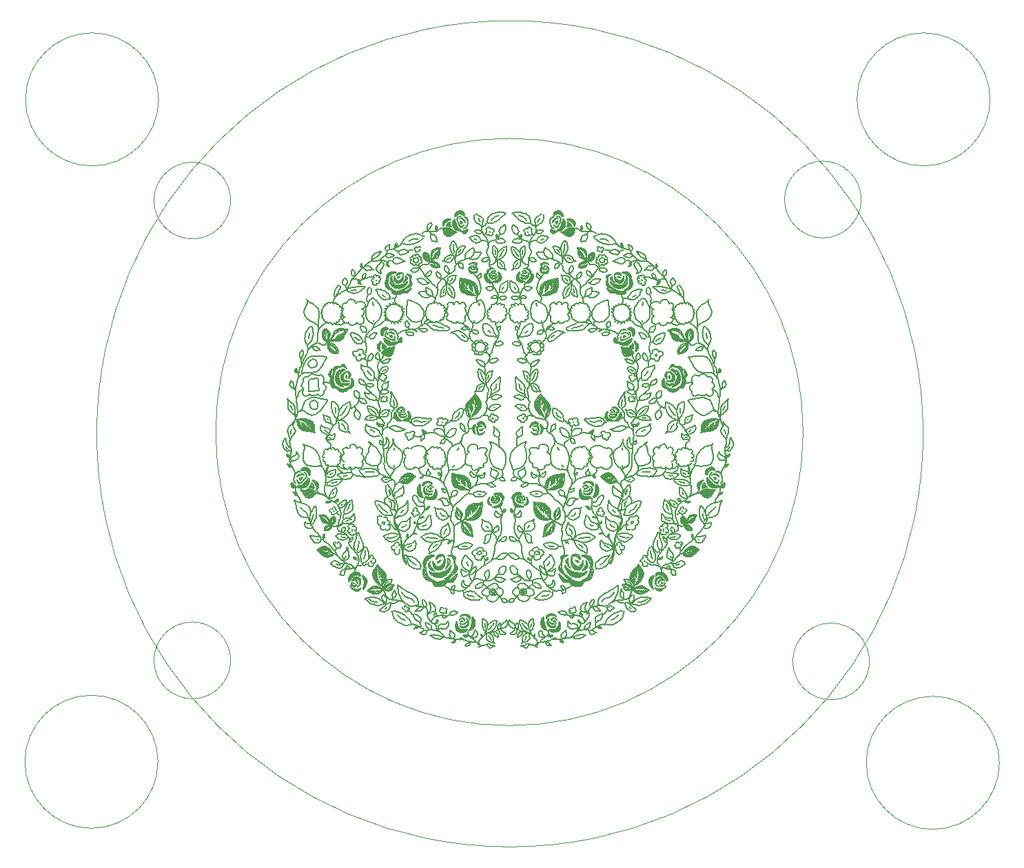
<source format=gto>
G04 #@! TF.GenerationSoftware,KiCad,Pcbnew,(5.1.9)-1*
G04 #@! TF.CreationDate,2022-06-12T00:25:53-05:00*
G04 #@! TF.ProjectId,hom3c0ming_corsage,686f6d33-6330-46d6-996e-675f636f7273,3*
G04 #@! TF.SameCoordinates,Original*
G04 #@! TF.FileFunction,Legend,Top*
G04 #@! TF.FilePolarity,Positive*
%FSLAX46Y46*%
G04 Gerber Fmt 4.6, Leading zero omitted, Abs format (unit mm)*
G04 Created by KiCad (PCBNEW (5.1.9)-1) date 2022-06-12 00:25:53*
%MOMM*%
%LPD*%
G01*
G04 APERTURE LIST*
%ADD10C,0.120000*%
%ADD11C,0.200000*%
G04 APERTURE END LIST*
D10*
X105679421Y-115935580D02*
G75*
G03*
X105679421Y-115935580I-4714421J0D01*
G01*
X184165421Y-116062580D02*
G75*
G03*
X184165421Y-116062580I-4714421J0D01*
G01*
X183149421Y-59293580D02*
G75*
G03*
X183149421Y-59293580I-4714421J0D01*
G01*
X105679421Y-59420580D02*
G75*
G03*
X105679421Y-59420580I-4714421J0D01*
G01*
X96743945Y-128397000D02*
G75*
G03*
X96743945Y-128397000I-8176473J0D01*
G01*
X200121945Y-128524000D02*
G75*
G03*
X200121945Y-128524000I-8176473J0D01*
G01*
X198978945Y-46990000D02*
G75*
G03*
X198978945Y-46990000I-8176473J0D01*
G01*
X96822473Y-46990000D02*
G75*
G03*
X96822473Y-46990000I-8176473J0D01*
G01*
X176007392Y-87868760D02*
G75*
G03*
X176007392Y-87868760I-36083872J0D01*
G01*
X190754000Y-88087200D02*
G75*
G03*
X190754000Y-88087200I-50766620J0D01*
G01*
D11*
X154719020Y-95382080D02*
X154703427Y-95439900D01*
X154187175Y-96201432D02*
X154050648Y-96217172D01*
X153910175Y-96218026D02*
X153843971Y-96200195D01*
X154310671Y-94646208D02*
X154185488Y-94813544D01*
X154185488Y-94813544D02*
X154078352Y-94990236D01*
X154078352Y-94990236D02*
X154044248Y-95082983D01*
X154269858Y-95422950D02*
X154253704Y-95506487D01*
X154277598Y-93489097D02*
X154446169Y-93420671D01*
X154446169Y-93420671D02*
X154624864Y-93343507D01*
X155316099Y-93104167D02*
X155473495Y-92975209D01*
X155473495Y-92975209D02*
X155579445Y-92828052D01*
X154348658Y-96093148D02*
X154187175Y-96201432D01*
X154385996Y-94564380D02*
X154310671Y-94646208D01*
X155051191Y-93236076D02*
X155140671Y-93201299D01*
X155579445Y-92828052D02*
X155680961Y-92654339D01*
X155680961Y-92654339D02*
X155696246Y-92618917D01*
X154358176Y-95118116D02*
X154353835Y-95158838D01*
X155696246Y-92618917D02*
X155729982Y-92513005D01*
X153649271Y-94100505D02*
X153676547Y-94026091D01*
X154624864Y-93343507D02*
X154799407Y-93303134D01*
X153628615Y-94315479D02*
X153643665Y-94175538D01*
X154186704Y-95353597D02*
X154175172Y-95419685D01*
X154233034Y-95199590D02*
X154186704Y-95353597D01*
X154753094Y-95175375D02*
X154749798Y-95237842D01*
X154270240Y-95092692D02*
X154233034Y-95199590D01*
X153810044Y-93799170D02*
X153864187Y-93757448D01*
X155728273Y-92417465D02*
X155745606Y-92331487D01*
X155758580Y-92231503D02*
X155779533Y-92149586D01*
X155140671Y-93201299D02*
X155316099Y-93104167D01*
X153646388Y-94380770D02*
X153628615Y-94315479D01*
X153858933Y-95645252D02*
X153843971Y-95836833D01*
X154968451Y-93272461D02*
X155051191Y-93236076D01*
X154766334Y-95125765D02*
X154753094Y-95175375D01*
X154175172Y-95419685D02*
X154158172Y-95489567D01*
X153643665Y-94175538D02*
X153649271Y-94100505D01*
X153741074Y-93881469D02*
X153810044Y-93799170D01*
X155779533Y-92149586D02*
X155758993Y-92036330D01*
X154306992Y-94976937D02*
X154277158Y-95043083D01*
X155729982Y-92513005D02*
X155728273Y-92417465D01*
X154277158Y-95043083D02*
X154270240Y-95092692D01*
X154770013Y-95016866D02*
X154766334Y-95125765D01*
X154749798Y-95237842D02*
X154724083Y-95324203D01*
X153912177Y-95464792D02*
X153881164Y-95542856D01*
X154004861Y-95179112D02*
X153976425Y-95300017D01*
X153676547Y-94026091D02*
X153741074Y-93881469D01*
X154326295Y-95191853D02*
X154309023Y-95259469D01*
X153864187Y-93757448D02*
X153951458Y-93712708D01*
X154639752Y-95632158D02*
X154538348Y-95807507D01*
X154538348Y-95807507D02*
X154504958Y-95853428D01*
X154604648Y-94315479D02*
X154455762Y-94451067D01*
X154724083Y-95324203D02*
X154719020Y-95382080D01*
X154050648Y-96217172D02*
X153910175Y-96218026D01*
X154044248Y-95082983D02*
X154004861Y-95179112D01*
X154406211Y-94927328D02*
X154358176Y-95118116D01*
X154353835Y-95158838D02*
X154326295Y-95191853D01*
X154309023Y-95259469D02*
X154269858Y-95422950D01*
X153951458Y-93712708D02*
X154117736Y-93581745D01*
X154117736Y-93581745D02*
X154277598Y-93489097D01*
X154253704Y-95506487D02*
X154224310Y-95588786D01*
X154877500Y-93288835D02*
X154910411Y-93275065D01*
X154504958Y-95853428D02*
X154397795Y-96030696D01*
X154397795Y-96030696D02*
X154348658Y-96093148D01*
X154455762Y-94451067D02*
X154385996Y-94564380D01*
X153976425Y-95300017D02*
X153912177Y-95464792D01*
X153881164Y-95542856D02*
X153858933Y-95645252D01*
X154799407Y-93303134D02*
X154877500Y-93288835D01*
X154910411Y-93275065D02*
X154968451Y-93272461D01*
X155745606Y-92331487D02*
X155758580Y-92231503D01*
X154703427Y-95439900D02*
X154639752Y-95632158D01*
X153843971Y-96200195D02*
X153777826Y-96184099D01*
X153662070Y-94480844D02*
X153646388Y-94380770D01*
X155530218Y-96382064D02*
X155431471Y-96428907D01*
X155051191Y-96576881D02*
X154952769Y-96630583D01*
X154162226Y-97490862D02*
X154141628Y-97564922D01*
X154096138Y-97722047D02*
X154026812Y-97918349D01*
X154026812Y-97918349D02*
X153965523Y-98024504D01*
X154039584Y-98039007D02*
X154042409Y-98052719D01*
X155898171Y-96329248D02*
X155878810Y-96319215D01*
X154289277Y-97110140D02*
X154227989Y-97255348D01*
X156056178Y-96626522D02*
X156001523Y-96754636D01*
X154405739Y-98089470D02*
X154249733Y-98085791D01*
X154227989Y-97255348D02*
X154178380Y-97406942D01*
X154141628Y-97564922D02*
X154096138Y-97722047D01*
X155448008Y-97659522D02*
X155302766Y-97802622D01*
X155302766Y-97802622D02*
X155166505Y-97920809D01*
X154728216Y-98077494D02*
X154657937Y-98085351D01*
X155761346Y-96332927D02*
X155557927Y-96371997D01*
X155557927Y-96371997D02*
X155530218Y-96382064D01*
X155873422Y-97056852D02*
X155811619Y-97183142D01*
X155298325Y-96465276D02*
X155113131Y-96547551D01*
X155113131Y-96547551D02*
X155051191Y-96576881D01*
X154761745Y-96722946D02*
X154703867Y-96758724D01*
X155746105Y-97291187D02*
X155646445Y-97440870D01*
X155568296Y-97544150D02*
X155448008Y-97659522D01*
X155431471Y-96428907D02*
X155298325Y-96465276D01*
X153965523Y-98024504D02*
X154039584Y-98039007D01*
X156126003Y-96366000D02*
X156101817Y-96506531D01*
X154657937Y-98085351D02*
X154571576Y-98102946D01*
X154703867Y-96758724D02*
X154554656Y-96858415D01*
X154554656Y-96858415D02*
X154425572Y-96961312D01*
X155959844Y-96902787D02*
X155873422Y-97056852D01*
X154869232Y-98044906D02*
X154728216Y-98077494D01*
X154819631Y-96701703D02*
X154761745Y-96722946D01*
X154374375Y-97026604D02*
X154289277Y-97110140D01*
X155878810Y-96319215D02*
X155845208Y-96333839D01*
X154178380Y-97406942D02*
X154162226Y-97490862D01*
X154425572Y-96961312D02*
X154374375Y-97026604D01*
X155662982Y-96746338D02*
X155522999Y-96901515D01*
X155522999Y-96901515D02*
X155441152Y-97017778D01*
X155441152Y-97017778D02*
X155347157Y-97154925D01*
X155347157Y-97154925D02*
X155205579Y-97302850D01*
X155205579Y-97302850D02*
X155200815Y-97307665D01*
X156001523Y-96754636D02*
X155959844Y-96902787D01*
X155811619Y-97183142D02*
X155746105Y-97291187D01*
X154249733Y-98085791D02*
X154075540Y-98072934D01*
X155026784Y-97988412D02*
X154869232Y-98044906D01*
X154075540Y-98072934D02*
X153915117Y-98040333D01*
X153915117Y-98040333D02*
X153943190Y-98019646D01*
X155845208Y-96333839D02*
X155761346Y-96332927D01*
X156101817Y-96506531D02*
X156056178Y-96626522D01*
X154571576Y-98102946D02*
X154405739Y-98089470D01*
X154952769Y-96630583D02*
X154819631Y-96701703D01*
X155646445Y-97440870D02*
X155568296Y-97544150D01*
X155166505Y-97920809D02*
X155026784Y-97988412D01*
X156026784Y-96332927D02*
X155898171Y-96329248D01*
X153852535Y-94961021D02*
X153782172Y-94766811D01*
X153782172Y-94766811D02*
X153761297Y-94712574D01*
X153314747Y-94121575D02*
X153160301Y-93979869D01*
X153160301Y-93979869D02*
X153099839Y-93835922D01*
X155200815Y-97307665D02*
X155038084Y-97439016D01*
X155038084Y-97439016D02*
X154901864Y-97527613D01*
X154752227Y-94456010D02*
X154761745Y-94563526D01*
X154761716Y-97615752D02*
X154687339Y-97679207D01*
X153509563Y-99176343D02*
X153575269Y-99044052D01*
X153761297Y-94712574D02*
X153660209Y-94527846D01*
X153660209Y-94527846D02*
X153562910Y-94394540D01*
X154761745Y-94563526D02*
X154766553Y-94766407D01*
X154766553Y-94766407D02*
X154769159Y-94779354D01*
X153575269Y-99044052D02*
X153669092Y-98861105D01*
X153669092Y-98861105D02*
X153695143Y-98796859D01*
X153859653Y-95030226D02*
X153852535Y-94961021D01*
X154769159Y-94779354D02*
X154785137Y-94877719D01*
X153579815Y-97946644D02*
X153513683Y-97817529D01*
X154785137Y-94877719D02*
X154770013Y-95016866D01*
X153313230Y-97133370D02*
X153335403Y-96976994D01*
X153910117Y-95424276D02*
X153894993Y-95276006D01*
X153562910Y-94394540D02*
X153464870Y-94248861D01*
X154901864Y-97527613D02*
X154761716Y-97615752D01*
X153727304Y-98317302D02*
X153720538Y-98259395D01*
X153335403Y-96976994D02*
X153348729Y-96870951D01*
X153512388Y-96399073D02*
X153530235Y-96341195D01*
X153575295Y-96217172D02*
X153687926Y-96045604D01*
X153687926Y-96045604D02*
X153741132Y-95968212D01*
X153314805Y-97262590D02*
X153305918Y-97192823D01*
X153890284Y-95121646D02*
X153859653Y-95030226D01*
X153695143Y-98208403D02*
X153624023Y-98069255D01*
X153695143Y-98796859D02*
X153715359Y-98681104D01*
X153720538Y-98259395D02*
X153695143Y-98208403D01*
X153464870Y-94248861D02*
X153380096Y-94182275D01*
X153715359Y-98681104D02*
X153728599Y-98631495D01*
X154687339Y-97679207D02*
X154610827Y-97725726D01*
X153380096Y-94182275D02*
X153314747Y-94121575D01*
X153745371Y-98508090D02*
X153744753Y-98432203D01*
X153376889Y-97536467D02*
X153339580Y-97407797D01*
X153305918Y-97192823D02*
X153313230Y-97133370D01*
X154720404Y-94332015D02*
X154752227Y-94456010D01*
X154610827Y-97725726D02*
X154621185Y-97771599D01*
X153727362Y-98565349D02*
X153745371Y-98508090D01*
X153745135Y-98383448D02*
X153727304Y-98317302D01*
X153425969Y-96713265D02*
X153482362Y-96580811D01*
X153339580Y-97407797D02*
X153314805Y-97262590D01*
X153447096Y-99309489D02*
X153509563Y-99176343D01*
X153728599Y-98631495D02*
X153727362Y-98565349D01*
X153482362Y-96580811D02*
X153514097Y-96448682D01*
X153744753Y-98432203D02*
X153745135Y-98383448D01*
X153530235Y-96341195D02*
X153575295Y-96217172D01*
X153348729Y-96870951D02*
X153425969Y-96713265D01*
X153514097Y-96448682D02*
X153512388Y-96399073D01*
X153893523Y-95700862D02*
X153912148Y-95566012D01*
X153513683Y-97817529D02*
X153426075Y-97631264D01*
X153426075Y-97631264D02*
X153376889Y-97536467D01*
X153741132Y-95968212D02*
X153852309Y-95798004D01*
X153852309Y-95798004D02*
X153893523Y-95700862D01*
X153912148Y-95566012D02*
X153910117Y-95424276D01*
X153894993Y-95276006D02*
X153890284Y-95121646D01*
X153624023Y-98069255D02*
X153579815Y-97946644D01*
X153432399Y-99888236D02*
X153339609Y-99954411D01*
X154949847Y-96444548D02*
X154952887Y-96404240D01*
X154952887Y-96404240D02*
X154952887Y-96385698D01*
X154920563Y-96140669D02*
X154908139Y-96103163D01*
X154373138Y-99845512D02*
X154431045Y-99886617D01*
X154882849Y-96061455D02*
X154843048Y-95991862D01*
X154843048Y-95991862D02*
X154791960Y-95923070D01*
X154340094Y-99806039D02*
X154373138Y-99845512D01*
X154314966Y-99768148D02*
X154340094Y-99806039D01*
X154956740Y-99155564D02*
X154906836Y-99123535D01*
X154571576Y-99904802D02*
X154645990Y-99904993D01*
X154478786Y-98744954D02*
X154406447Y-98782398D01*
X154952887Y-96385698D02*
X154956192Y-96368754D01*
X153546315Y-99838656D02*
X153504974Y-99861621D01*
X154956192Y-96368754D02*
X154956048Y-96289375D01*
X154908139Y-96103163D02*
X154882849Y-96061455D01*
X154791960Y-95923070D02*
X154764132Y-95889687D01*
X154563307Y-98705909D02*
X154538503Y-98720841D01*
X152165521Y-100855648D02*
X152175629Y-100791342D01*
X155009777Y-99161839D02*
X154956740Y-99155564D01*
X152175629Y-100791342D02*
X152190090Y-100748353D01*
X154513698Y-98728418D02*
X154478786Y-98744954D01*
X154300372Y-99350830D02*
X154274140Y-99408517D01*
X154431045Y-99886617D02*
X154496941Y-99896077D01*
X154645990Y-99904993D02*
X154679519Y-99898373D01*
X154117250Y-99249772D02*
X154085590Y-99268177D01*
X153588084Y-99814072D02*
X153546315Y-99838656D01*
X153504974Y-99861621D02*
X153432399Y-99888236D01*
X154298739Y-98908090D02*
X154325101Y-99109544D01*
X154325101Y-99109544D02*
X154327596Y-99115892D01*
X154327596Y-99115892D02*
X154418599Y-99217590D01*
X154590187Y-98532276D02*
X154595924Y-98565776D01*
X154595924Y-98565776D02*
X154604648Y-98590153D01*
X154279921Y-99698067D02*
X154314966Y-99768148D01*
X154906836Y-99123535D02*
X154860345Y-99014129D01*
X154067405Y-99284449D02*
X154007497Y-99333867D01*
X154956048Y-96289375D02*
X154920563Y-96140669D01*
X155158701Y-98900212D02*
X155158591Y-98993266D01*
X154939512Y-98842349D02*
X154976719Y-98805127D01*
X154764132Y-95889687D02*
X154720404Y-95855437D01*
X154718564Y-99894885D02*
X154827891Y-99805583D01*
X154860345Y-99014129D02*
X154902305Y-98898374D01*
X154602838Y-98457435D02*
X154590187Y-98532276D01*
X154274140Y-99408517D02*
X154247084Y-99476693D01*
X154431016Y-99268148D02*
X154300372Y-99350830D01*
X155140406Y-98854737D02*
X155158701Y-98900212D01*
X154406447Y-98782398D02*
X154298739Y-98908090D01*
X155100742Y-98813396D02*
X155140406Y-98854737D01*
X154902305Y-98898374D02*
X154939512Y-98842349D01*
X154166432Y-99203651D02*
X154117250Y-99249772D01*
X154085590Y-99268177D02*
X154067405Y-99284449D01*
X153825758Y-99598906D02*
X153763187Y-99656726D01*
X154247084Y-99476693D02*
X154257619Y-99625551D01*
X154240846Y-99168929D02*
X154166432Y-99203651D01*
X153763187Y-99656726D02*
X153720346Y-99704127D01*
X153720346Y-99704127D02*
X153654258Y-99755061D01*
X155158591Y-98993266D02*
X155030789Y-99155059D01*
X155030789Y-99155059D02*
X155009777Y-99161839D01*
X154418599Y-99217590D02*
X154513698Y-99259880D01*
X154257619Y-99625551D02*
X154279921Y-99698067D01*
X154496941Y-99896077D02*
X154571576Y-99904802D01*
X154538503Y-98720841D02*
X154513698Y-98728418D01*
X154679519Y-99898373D02*
X154718564Y-99894885D01*
X153895229Y-99466777D02*
X153825758Y-99598906D01*
X153654258Y-99755061D02*
X153588084Y-99814072D01*
X154007497Y-99333867D02*
X153895229Y-99466777D01*
X161636347Y-99783330D02*
X161596843Y-99748293D01*
X162321370Y-99932080D02*
X162337354Y-99865179D01*
X162343428Y-99808356D02*
X162337386Y-99778014D01*
X162320256Y-99701225D02*
X162309861Y-99674522D01*
X162274542Y-99596270D02*
X162248906Y-99550761D01*
X151177239Y-98929151D02*
X151131978Y-98986322D01*
X161762746Y-99889519D02*
X161719476Y-99860366D01*
X151181602Y-99102784D02*
X151245879Y-99037065D01*
X151266742Y-98995105D02*
X151273244Y-98958090D01*
X162314613Y-99956811D02*
X162288776Y-99961536D01*
X162264071Y-99961105D02*
X162212752Y-99967221D01*
X161697494Y-99839664D02*
X161683871Y-99833637D01*
X161676089Y-99818458D02*
X161655453Y-99800766D01*
X161596843Y-99748293D02*
X161579266Y-99729164D01*
X161526123Y-99507128D02*
X161535729Y-99446665D01*
X162337386Y-99778014D02*
X162335483Y-99752814D01*
X151245879Y-99037065D02*
X151266742Y-98995105D01*
X162335483Y-99752814D02*
X162327620Y-99732018D01*
X162288776Y-99961536D02*
X162264071Y-99961105D01*
X161683871Y-99833637D02*
X161676089Y-99818458D01*
X162298297Y-99647940D02*
X162274542Y-99596270D01*
X152190090Y-100748353D02*
X152198565Y-100632626D01*
X151256414Y-98807200D02*
X151237669Y-98838494D01*
X162107658Y-99974666D02*
X161994420Y-99959616D01*
X161529487Y-99534408D02*
X161526123Y-99507128D01*
X161535729Y-99446665D02*
X161532428Y-99447171D01*
X162309861Y-99674522D02*
X162306958Y-99655980D01*
X162248906Y-99550761D02*
X162212224Y-99507845D01*
X151273244Y-98958090D02*
X151280100Y-98884367D01*
X161655453Y-99800766D02*
X161636347Y-99783330D01*
X162173547Y-99467795D02*
X162126541Y-99427228D01*
X162021269Y-99359680D02*
X161970714Y-99327337D01*
X161940406Y-99312068D02*
X161909632Y-99293979D01*
X162126541Y-99427228D02*
X162021269Y-99359680D01*
X162327620Y-99732018D02*
X162320256Y-99701225D01*
X151216514Y-98869434D02*
X151177239Y-98929151D01*
X151280100Y-98884367D02*
X151268322Y-98846469D01*
X161872937Y-99928298D02*
X161762746Y-99889519D01*
X161909632Y-99293979D02*
X161840034Y-99272910D01*
X162212224Y-99507845D02*
X162190935Y-99487898D01*
X161840034Y-99272910D02*
X161778017Y-99259828D01*
X162190935Y-99487898D02*
X162173547Y-99467795D01*
X161778017Y-99259828D02*
X161660812Y-99298705D01*
X161660812Y-99298705D02*
X161547643Y-99347935D01*
X161579266Y-99729164D02*
X161562144Y-99713434D01*
X161536472Y-99671711D02*
X161529079Y-99560110D01*
X151131978Y-98986322D02*
X151082383Y-99028370D01*
X161719476Y-99860366D02*
X161697494Y-99839664D01*
X162247438Y-99909760D02*
X162202366Y-99903465D01*
X161562144Y-99713434D02*
X161536472Y-99671711D01*
X162202366Y-99903465D02*
X162158289Y-99892722D01*
X152198565Y-100632626D02*
X152176056Y-100514811D01*
X162337354Y-99865179D02*
X162343428Y-99808356D01*
X161970714Y-99327337D02*
X161940406Y-99312068D01*
X152078719Y-100470866D02*
X152037069Y-100561339D01*
X162306958Y-99655980D02*
X162298297Y-99647940D01*
X161529079Y-99560110D02*
X161529487Y-99534408D01*
X151237669Y-98838494D02*
X151216514Y-98869434D01*
X161994420Y-99959616D02*
X161872937Y-99928298D01*
X152037069Y-100561339D02*
X152049766Y-100715088D01*
X151268322Y-98846469D02*
X151256414Y-98807200D01*
X162212752Y-99967221D02*
X162107658Y-99974666D01*
X152176056Y-100514811D02*
X152132875Y-100396967D01*
X152132875Y-100396967D02*
X152078719Y-100470866D01*
X161568985Y-98564879D02*
X161549613Y-98521491D01*
X161549613Y-98521491D02*
X161515676Y-98479253D01*
X161515676Y-98479253D02*
X161482438Y-98443467D01*
X162208829Y-99765828D02*
X162199095Y-99690948D01*
X161973379Y-99816223D02*
X161890970Y-99765057D01*
X161533764Y-98866574D02*
X161548718Y-98813556D01*
X161519472Y-98920108D02*
X161533764Y-98866574D01*
X161690302Y-99672846D02*
X161730083Y-99703206D01*
X161730083Y-99703206D02*
X161768475Y-99731446D01*
X161510300Y-98950107D02*
X161519472Y-98920108D01*
X161962991Y-99537723D02*
X161804365Y-99454181D01*
X162019244Y-99844499D02*
X161991119Y-99830880D01*
X162206173Y-99737047D02*
X162171768Y-99712646D01*
X161711303Y-99402047D02*
X161640143Y-99345833D01*
X161468492Y-98426167D02*
X161448537Y-98406158D01*
X161448537Y-98406158D02*
X161418109Y-98369024D01*
X161890970Y-99765057D02*
X161825900Y-99702065D01*
X161548718Y-98813556D02*
X161566169Y-98765158D01*
X161743303Y-99374971D02*
X161695847Y-99373358D01*
X162108337Y-99566832D02*
X162037676Y-99516077D01*
X162039055Y-99591785D02*
X161962991Y-99537723D01*
X162064896Y-99858433D02*
X162019244Y-99844499D01*
X161674263Y-99588262D02*
X161658766Y-99577592D01*
X161768475Y-99731446D02*
X161808896Y-99757283D01*
X162205734Y-99840733D02*
X162208829Y-99765828D01*
X162199095Y-99690948D02*
X162108337Y-99566832D01*
X161825900Y-99702065D02*
X161744606Y-99643337D01*
X161566169Y-98765158D02*
X161579822Y-98710079D01*
X161991119Y-99830880D02*
X161973379Y-99816223D01*
X161744606Y-99643337D02*
X161706555Y-99616306D01*
X161460590Y-99080712D02*
X161481996Y-99022241D01*
X161496904Y-98977727D02*
X161510300Y-98950107D01*
X161582677Y-98611290D02*
X161568985Y-98564879D01*
X161482438Y-98443467D02*
X161468492Y-98426167D01*
X161919155Y-99445310D02*
X161877912Y-99422313D01*
X161579822Y-98710079D02*
X161583994Y-98656435D01*
X161956813Y-99464138D02*
X161919155Y-99445310D01*
X162171768Y-99712646D02*
X162115291Y-99645935D01*
X162115291Y-99645935D02*
X162039055Y-99591785D01*
X161695847Y-99373358D02*
X161653578Y-99370007D01*
X161418109Y-98369024D02*
X161379565Y-98339143D01*
X161379565Y-98339143D02*
X161329082Y-98302105D01*
X161329082Y-98302105D02*
X161307981Y-98286303D01*
X161653578Y-99370007D02*
X161612679Y-99363228D01*
X161307981Y-98286303D02*
X161284028Y-98272197D01*
X161804365Y-99454181D02*
X161711303Y-99402047D01*
X161284028Y-98272197D02*
X161258814Y-98254141D01*
X161258814Y-98254141D02*
X161233160Y-98242631D01*
X161995219Y-99491015D02*
X161956813Y-99464138D01*
X162222164Y-99784553D02*
X162206173Y-99737047D01*
X161790784Y-99390147D02*
X161743303Y-99374971D01*
X161706555Y-99616306D02*
X161674263Y-99588262D01*
X161658766Y-99577592D02*
X161647836Y-99558151D01*
X161808896Y-99757283D02*
X161855080Y-99786244D01*
X161647328Y-99603933D02*
X161663260Y-99640869D01*
X161877912Y-99422313D02*
X161834467Y-99402969D01*
X162037676Y-99516077D02*
X161995219Y-99491015D01*
X161834467Y-99402969D02*
X161790784Y-99390147D01*
X161481996Y-99022241D02*
X161496904Y-98977727D01*
X162158289Y-99892722D02*
X162064896Y-99858433D01*
X161663260Y-99640869D02*
X161690302Y-99672846D01*
X161583994Y-98656435D02*
X161582677Y-98611290D01*
X161647836Y-99558151D02*
X161624516Y-99527279D01*
X161624516Y-99527279D02*
X161647328Y-99603933D01*
X160986106Y-98486251D02*
X160989364Y-98453357D01*
X161426614Y-98842210D02*
X161432979Y-98795813D01*
X161391666Y-98533054D02*
X161373141Y-98493456D01*
X161373141Y-98493456D02*
X161346294Y-98465767D01*
X161270479Y-98403406D02*
X161229145Y-98370823D01*
X161074174Y-98293082D02*
X161099016Y-98268384D01*
X161303489Y-98435074D02*
X161270479Y-98403406D01*
X161298103Y-99166809D02*
X161248875Y-99130564D01*
X161107668Y-99031446D02*
X161095527Y-99009507D01*
X161015229Y-98392143D02*
X161029295Y-98358376D01*
X161095527Y-99009507D02*
X161075911Y-98985332D01*
X161165993Y-98311794D02*
X161163217Y-98316588D01*
X161485238Y-98721313D02*
X161482453Y-98700751D01*
X161482453Y-98700751D02*
X161475750Y-98683049D01*
X161475750Y-98683049D02*
X161469830Y-98646013D01*
X161332946Y-99136239D02*
X161303530Y-99108378D01*
X161121195Y-98240143D02*
X161139714Y-98213459D01*
X161266695Y-99037494D02*
X161245558Y-99002435D01*
X161229810Y-98933207D02*
X161233403Y-98890667D01*
X161233403Y-98890667D02*
X161234235Y-98852295D01*
X160980903Y-98511519D02*
X160986106Y-98486251D01*
X161188563Y-98202980D02*
X161184266Y-98203919D01*
X160995005Y-98815013D02*
X160986359Y-98796526D01*
X161427787Y-98721788D02*
X161421198Y-98647917D01*
X161229145Y-98370823D02*
X161165993Y-98311794D01*
X161003260Y-98405705D02*
X161015229Y-98392143D01*
X161245558Y-99002435D02*
X161229810Y-98933207D01*
X161242565Y-98707021D02*
X161240668Y-98665474D01*
X161282972Y-99075045D02*
X161266695Y-99037494D01*
X161075911Y-98985332D02*
X161059829Y-98963576D01*
X160977886Y-98686084D02*
X160980870Y-98624449D01*
X161051569Y-98328358D02*
X161074174Y-98293082D01*
X161139714Y-98213459D02*
X161136096Y-98213977D01*
X161405813Y-98564881D02*
X161391666Y-98533054D01*
X160977396Y-98604430D02*
X160976508Y-98571866D01*
X161303530Y-99108378D02*
X161282972Y-99075045D01*
X161018891Y-98898151D02*
X161003718Y-98849204D01*
X161429047Y-98873990D02*
X161426614Y-98842210D01*
X161234235Y-98852295D02*
X161242565Y-98707021D01*
X161140451Y-99073160D02*
X161107668Y-99031446D01*
X161047800Y-98940056D02*
X161035568Y-98922373D01*
X161434911Y-98982912D02*
X161433108Y-98939995D01*
X161035568Y-98922373D02*
X161018891Y-98898151D01*
X160986359Y-98796526D02*
X160977886Y-98686084D01*
X161433108Y-98939995D02*
X161429047Y-98873990D01*
X160994700Y-98825441D02*
X160995005Y-98815013D01*
X161432979Y-98795813D02*
X161427787Y-98721788D01*
X161421198Y-98647917D02*
X161405813Y-98564881D01*
X161469830Y-98646013D02*
X161461492Y-98587322D01*
X160976508Y-98571866D02*
X160980903Y-98511519D01*
X161346294Y-98465767D02*
X161303489Y-98435074D01*
X161461492Y-98587322D02*
X161414905Y-98452264D01*
X161003718Y-98849204D02*
X160994700Y-98825441D01*
X161059829Y-98963576D02*
X161047800Y-98940056D01*
X160997255Y-98421491D02*
X161003260Y-98405705D01*
X161233160Y-98242631D02*
X161188563Y-98202980D01*
X161355791Y-99175333D02*
X161298103Y-99166809D01*
X161248875Y-99130564D02*
X161188694Y-99100643D01*
X160989364Y-98453357D02*
X160997255Y-98421491D01*
X161188694Y-99100643D02*
X161140451Y-99073160D01*
X161029295Y-98358376D02*
X161051569Y-98328358D01*
X161099016Y-98268384D02*
X161121195Y-98240143D01*
X161424864Y-99025428D02*
X161434911Y-98982912D01*
X160980870Y-98624449D02*
X160977396Y-98604430D01*
X162202045Y-99030274D02*
X162246742Y-99022308D01*
X162017788Y-99066465D02*
X162107157Y-99050588D01*
X161472219Y-99150695D02*
X161464388Y-99182699D01*
X162107157Y-99050588D02*
X162158237Y-99041522D01*
X161750754Y-99090408D02*
X161839238Y-99078070D01*
X161087677Y-98558996D02*
X161081555Y-98504658D01*
X162329714Y-98998041D02*
X162373064Y-98983420D01*
X161713805Y-99106966D02*
X161750754Y-99090408D01*
X161208889Y-98596365D02*
X161202694Y-98581503D01*
X161115606Y-98759060D02*
X161115700Y-98688873D01*
X161672882Y-99119116D02*
X161713805Y-99106966D01*
X162158237Y-99041522D02*
X162177275Y-99037095D01*
X162581541Y-98795876D02*
X162614549Y-98753210D01*
X162643090Y-98705431D02*
X162664449Y-98653873D01*
X162687271Y-98593400D02*
X162719627Y-98482772D01*
X162740966Y-98424456D02*
X162764632Y-98368600D01*
X161229040Y-98628978D02*
X161208889Y-98596365D01*
X161926465Y-99078272D02*
X161969814Y-99070194D01*
X162287872Y-99009583D02*
X162307318Y-99006116D01*
X162246742Y-99022308D02*
X162262339Y-99014960D01*
X161202291Y-98996945D02*
X161134874Y-98895654D01*
X161444586Y-99218447D02*
X161436960Y-99235569D01*
X161150752Y-98487973D02*
X161142852Y-98469812D01*
X162664449Y-98653873D02*
X162687271Y-98593400D01*
X162764632Y-98368600D02*
X162780003Y-98307694D01*
X161115254Y-98793879D02*
X161115606Y-98759060D01*
X161142852Y-98469812D02*
X161134856Y-98453020D01*
X162810926Y-98245209D02*
X162838591Y-98189794D01*
X161202694Y-98581503D02*
X161187904Y-98561928D01*
X161602785Y-99166007D02*
X161672882Y-99119116D01*
X161103921Y-98622809D02*
X161087677Y-98558996D01*
X162177275Y-99037095D02*
X162202045Y-99030274D01*
X162307318Y-99006116D02*
X162329714Y-98998041D01*
X162516088Y-98873527D02*
X162548375Y-98836129D01*
X161134856Y-98453020D02*
X161130664Y-98428960D01*
X162564192Y-98823054D02*
X162581541Y-98795876D01*
X161187904Y-98561928D02*
X161171565Y-98523173D01*
X162719627Y-98482772D02*
X162740966Y-98424456D01*
X162838591Y-98189794D02*
X162855072Y-98160575D01*
X162875557Y-98140559D02*
X162909370Y-98096351D01*
X162909370Y-98096351D02*
X162946093Y-98053136D01*
X161436960Y-99235569D02*
X161420195Y-99256278D01*
X162934282Y-98052826D02*
X162893531Y-98059807D01*
X161464388Y-99182699D02*
X161444586Y-99218447D01*
X162780003Y-98307694D02*
X162810926Y-98245209D01*
X162855072Y-98160575D02*
X162875557Y-98140559D01*
X162614549Y-98753210D02*
X162643090Y-98705431D01*
X162893531Y-98059807D02*
X162847765Y-98068660D01*
X161839238Y-99078070D02*
X161926465Y-99078272D01*
X161130664Y-98428960D02*
X161120393Y-98406042D01*
X162373064Y-98983420D02*
X162446312Y-98937935D01*
X161532187Y-99218457D02*
X161567476Y-99192209D01*
X161115700Y-98688873D02*
X161103921Y-98622809D01*
X161117624Y-98832478D02*
X161115254Y-98793879D01*
X162446312Y-98937935D02*
X162516088Y-98873527D01*
X161240668Y-98665474D02*
X161229040Y-98628978D01*
X161118722Y-98858833D02*
X161117624Y-98832478D01*
X161474540Y-99112780D02*
X161472219Y-99150695D01*
X161567476Y-99192209D02*
X161602785Y-99166007D01*
X161171565Y-98523173D02*
X161150752Y-98487973D01*
X161969814Y-99070194D02*
X162017788Y-99066465D01*
X162262339Y-99014960D02*
X162287872Y-99009583D01*
X162548375Y-98836129D02*
X162564192Y-98823054D01*
X161134874Y-98895654D02*
X161118722Y-98858833D01*
X162109735Y-98761402D02*
X162134546Y-98737289D01*
X162152800Y-98713149D02*
X162198114Y-98654874D01*
X162198114Y-98654874D02*
X162242671Y-98599924D01*
X162387590Y-98486793D02*
X162443271Y-98457104D01*
X162493946Y-98436398D02*
X162546903Y-98410811D01*
X161795724Y-98750883D02*
X161834155Y-98694962D01*
X161850524Y-98480751D02*
X161821863Y-98578057D01*
X161771778Y-98749211D02*
X161765994Y-98773238D01*
X161835063Y-98988637D02*
X161864473Y-98975717D01*
X162288263Y-98557097D02*
X162335804Y-98518704D01*
X162575076Y-98394426D02*
X162599844Y-98371456D01*
X161864473Y-98975717D02*
X161890851Y-98969943D01*
X161898574Y-98383357D02*
X161874764Y-98429497D01*
X162077879Y-98163737D02*
X162011658Y-98219707D01*
X161874764Y-98429497D02*
X161850524Y-98480751D01*
X161781059Y-99012129D02*
X161835063Y-98988637D01*
X162647902Y-98320567D02*
X162698728Y-98262617D01*
X162443271Y-98457104D02*
X162493946Y-98436398D01*
X161739842Y-98850273D02*
X161746092Y-98821700D01*
X162546903Y-98410811D02*
X162575076Y-98394426D01*
X161746092Y-98821700D02*
X161763638Y-98800591D01*
X162116774Y-98145732D02*
X162077879Y-98163737D01*
X161785174Y-98672277D02*
X161776439Y-98727650D01*
X162492233Y-98036031D02*
X162400446Y-98043997D01*
X162011658Y-98219707D02*
X161982417Y-98264107D01*
X161733979Y-98876928D02*
X161662873Y-98948604D01*
X161625173Y-98976583D02*
X161607949Y-98989669D01*
X162698728Y-98262617D02*
X162748162Y-98215511D01*
X161742920Y-98854363D02*
X161733979Y-98876928D01*
X161834155Y-98694962D02*
X161863877Y-98626088D01*
X161890851Y-98969943D02*
X161941970Y-98942112D01*
X162579251Y-98039716D02*
X162558593Y-98034210D01*
X162134546Y-98737289D02*
X162152800Y-98713149D01*
X161763638Y-98800591D02*
X161795724Y-98750883D01*
X161863877Y-98626088D02*
X161882802Y-98592098D01*
X161882802Y-98592098D02*
X161898574Y-98557570D01*
X161898574Y-98557570D02*
X161937944Y-98500393D01*
X161937944Y-98500393D02*
X161981194Y-98455166D01*
X162599844Y-98371456D02*
X162647902Y-98320567D01*
X162335804Y-98518704D02*
X162364586Y-98501017D01*
X162242671Y-98599924D02*
X162288263Y-98557097D01*
X162766581Y-98076798D02*
X162677602Y-98055649D01*
X162070630Y-98808396D02*
X162109735Y-98761402D01*
X161982642Y-98898410D02*
X162070630Y-98808396D01*
X162237516Y-98088981D02*
X162153136Y-98125678D01*
X161607949Y-98989669D02*
X161585171Y-99004725D01*
X162847765Y-98068660D02*
X162811633Y-98072885D01*
X161941970Y-98942112D02*
X161982642Y-98898410D01*
X162364586Y-98501017D02*
X162387590Y-98486793D01*
X162811633Y-98072885D02*
X162766581Y-98076798D01*
X162322890Y-98066984D02*
X162237516Y-98088981D01*
X161953283Y-98299635D02*
X161927265Y-98338644D01*
X162538252Y-98034581D02*
X162492233Y-98036031D01*
X162558593Y-98034210D02*
X162538252Y-98034581D01*
X162400446Y-98043997D02*
X162322890Y-98066984D01*
X161821863Y-98578057D02*
X161785174Y-98672277D01*
X162153136Y-98125678D02*
X162116774Y-98145732D01*
X161927265Y-98338644D02*
X161898574Y-98383357D01*
X161982417Y-98264107D02*
X161953283Y-98299635D01*
X162677602Y-98055649D02*
X162579251Y-98039716D01*
X161776439Y-98727650D02*
X161771778Y-98749211D01*
X161765994Y-98773238D02*
X161755882Y-98822715D01*
X161755882Y-98822715D02*
X161742920Y-98854363D01*
X161662873Y-98948604D02*
X161625173Y-98976583D01*
X162434229Y-98575403D02*
X162474545Y-98542777D01*
X162474545Y-98542777D02*
X162551067Y-98486485D01*
X162228884Y-98861206D02*
X162202759Y-98877999D01*
X161981194Y-98455166D02*
X162026363Y-98415092D01*
X162696454Y-98096336D02*
X162725804Y-98083587D01*
X162490981Y-98627963D02*
X162457232Y-98674421D01*
X162202759Y-98877999D02*
X162172354Y-98890925D01*
X162151773Y-98898685D02*
X162135749Y-98901420D01*
X162422511Y-98178618D02*
X162460439Y-98171784D01*
X161294271Y-99402996D02*
X161261108Y-99427804D01*
X162460439Y-98171784D02*
X162492161Y-98163559D01*
X161261108Y-99427804D02*
X161223349Y-99450977D01*
X161223349Y-99450977D02*
X161136216Y-99469643D01*
X161396252Y-99288345D02*
X161350338Y-99350696D01*
X161136216Y-99469643D02*
X161051398Y-99469822D01*
X162302297Y-98223952D02*
X162334294Y-98210314D01*
X161051398Y-99469822D02*
X161014876Y-99452077D01*
X160984606Y-99442362D02*
X160948528Y-99434355D01*
X162361302Y-98198584D02*
X162392848Y-98190572D01*
X162068454Y-98904791D02*
X162097029Y-98879826D01*
X162334294Y-98210314D02*
X162361302Y-98198584D01*
X162125346Y-98333442D02*
X162225000Y-98268905D01*
X162492161Y-98163559D02*
X162523300Y-98155616D01*
X162035569Y-98939551D02*
X162068454Y-98904791D01*
X162393376Y-98610474D02*
X162415398Y-98594661D01*
X162586461Y-98514726D02*
X162558175Y-98554217D01*
X162434161Y-98712086D02*
X162400327Y-98744234D01*
X162400327Y-98744234D02*
X162264806Y-98835720D01*
X162069612Y-98372848D02*
X162095682Y-98352250D01*
X162523300Y-98155616D02*
X162558793Y-98142565D01*
X162264806Y-98835720D02*
X162228884Y-98861206D01*
X161442603Y-99213842D02*
X161396252Y-99288345D01*
X161350338Y-99350696D02*
X161294271Y-99402996D01*
X162026363Y-98415092D02*
X162069612Y-98372848D01*
X162247159Y-98754890D02*
X162317250Y-98684914D01*
X162585815Y-98456392D02*
X162623132Y-98428738D01*
X162614745Y-98131434D02*
X162632309Y-98123977D01*
X162170380Y-98820978D02*
X162247159Y-98754890D01*
X161014876Y-99452077D02*
X160984606Y-99442362D01*
X162415398Y-98594661D02*
X162434229Y-98575403D01*
X162558793Y-98142565D02*
X162596111Y-98134402D01*
X160948528Y-99434355D02*
X160905357Y-99414900D01*
X162596111Y-98134402D02*
X162614745Y-98131434D01*
X162526715Y-98592410D02*
X162511804Y-98611614D01*
X162172354Y-98890925D02*
X162151773Y-98898685D01*
X160879387Y-99408885D02*
X160850033Y-99395092D01*
X160905357Y-99414900D02*
X160879387Y-99408885D01*
X162623132Y-98428738D02*
X162586461Y-98514726D01*
X162138137Y-98852842D02*
X162170380Y-98820978D01*
X162551067Y-98486485D02*
X162585815Y-98456392D01*
X162374588Y-98628777D02*
X162393376Y-98610474D01*
X162095682Y-98352250D02*
X162125346Y-98333442D01*
X162225000Y-98268905D02*
X162246509Y-98253823D01*
X162632309Y-98123977D02*
X162664202Y-98116096D01*
X162317250Y-98684914D02*
X162352741Y-98649031D01*
X162352741Y-98649031D02*
X162374588Y-98628777D01*
X162558175Y-98554217D02*
X162526715Y-98592410D01*
X162511804Y-98611614D02*
X162490981Y-98627963D01*
X162457232Y-98674421D02*
X162434161Y-98712086D01*
X162276005Y-98241100D02*
X162302297Y-98223952D01*
X162664202Y-98116096D02*
X162696454Y-98096336D01*
X162392848Y-98190572D02*
X162422511Y-98178618D01*
X162246509Y-98253823D02*
X162276005Y-98241100D01*
X162097029Y-98879826D02*
X162138137Y-98852842D01*
X162158770Y-98158410D02*
X162114119Y-98178217D01*
X162459466Y-98069255D02*
X162409835Y-98062733D01*
X161496441Y-99230462D02*
X161485904Y-99285005D01*
X161588141Y-99048339D02*
X161571661Y-99067478D01*
X161884137Y-98974306D02*
X161861296Y-98981059D01*
X161572555Y-99066087D02*
X161595803Y-99044197D01*
X162409835Y-98062733D02*
X162383352Y-98069597D01*
X162392975Y-98814919D02*
X162378691Y-98829439D01*
X162368127Y-98850923D02*
X162295135Y-98901045D01*
X161571661Y-99067478D02*
X161548246Y-99090739D01*
X162383352Y-98069597D02*
X162360424Y-98070656D01*
X161953839Y-98971294D02*
X161932687Y-98974604D01*
X162155752Y-98155928D02*
X162174069Y-98148988D01*
X162174069Y-98148988D02*
X162197659Y-98129246D01*
X162298556Y-98092537D02*
X162385373Y-98069078D01*
X162385373Y-98069078D02*
X162463771Y-98064013D01*
X161861296Y-98981059D02*
X161833148Y-98980827D01*
X160850033Y-99395092D02*
X160801351Y-99383842D01*
X162332171Y-98131278D02*
X162196446Y-98180876D01*
X162428460Y-98776189D02*
X162392975Y-98814919D01*
X162192838Y-98139024D02*
X162158770Y-98158410D01*
X161978285Y-98974025D02*
X161953839Y-98971294D01*
X161842510Y-99828049D02*
X161795963Y-99799525D01*
X161752554Y-99754594D02*
X161721206Y-99712566D01*
X161711866Y-99690861D02*
X161695044Y-99669157D01*
X162295135Y-98901045D02*
X162253448Y-98917436D01*
X162253448Y-98917436D02*
X162229879Y-98923317D01*
X161833148Y-98980827D02*
X161737559Y-98980827D01*
X161932687Y-98974604D02*
X161884137Y-98974306D01*
X161595803Y-99044197D02*
X161622607Y-99024279D01*
X162207789Y-98934550D02*
X162164911Y-98943791D01*
X162164911Y-98943791D02*
X162121491Y-98950340D01*
X162360424Y-98070656D02*
X162278253Y-98105082D01*
X162196446Y-98180876D02*
X162137326Y-98207237D01*
X161737559Y-98980827D02*
X161634390Y-99000667D01*
X161548246Y-99090739D02*
X161572555Y-99066087D01*
X162463771Y-98064013D02*
X162332171Y-98131278D01*
X162016165Y-98289926D02*
X161969574Y-98348308D01*
X162378691Y-98829439D02*
X162368127Y-98850923D01*
X161926165Y-99873796D02*
X161842510Y-99828049D01*
X161644012Y-99529399D02*
X161629867Y-99489467D01*
X162121491Y-98950340D02*
X162026764Y-98968425D01*
X161653314Y-99576161D02*
X161644012Y-99529399D01*
X161629867Y-99489467D02*
X161609906Y-99439714D01*
X161609906Y-99439714D02*
X161586315Y-99401127D01*
X161721206Y-99712566D02*
X161711866Y-99690861D01*
X162114119Y-98178217D02*
X162155752Y-98155928D01*
X161586315Y-99401127D02*
X161558751Y-99310570D01*
X162229879Y-98923317D02*
X162207789Y-98934550D01*
X161558751Y-99310570D02*
X161528970Y-99273497D01*
X161695044Y-99669157D02*
X161671762Y-99625407D01*
X161634390Y-99000667D02*
X161588141Y-99048339D01*
X162197659Y-98129246D02*
X162298556Y-98092537D01*
X161795963Y-99799525D02*
X161752554Y-99754594D01*
X162137326Y-98207237D02*
X162073636Y-98249254D01*
X160801351Y-99383842D02*
X160716212Y-99382733D01*
X162236368Y-98125209D02*
X162192838Y-98139024D01*
X161644917Y-99004869D02*
X161634710Y-99011833D01*
X161671762Y-99625407D02*
X161653314Y-99576161D01*
X162026764Y-98968425D02*
X161978285Y-98974025D01*
X162073636Y-98249254D02*
X162016165Y-98289926D01*
X161622607Y-99024279D02*
X161644917Y-99004869D01*
X161528970Y-99273497D02*
X161496441Y-99230462D01*
X162278253Y-98105082D02*
X162236368Y-98125209D01*
X163093434Y-94730632D02*
X163065316Y-94658578D01*
X161485904Y-99285005D02*
X161481039Y-99334614D01*
X163065316Y-94658578D02*
X163053335Y-94588218D01*
X163040647Y-94506101D02*
X163035528Y-94472839D01*
X163417690Y-94208445D02*
X163450775Y-94155681D01*
X161466958Y-99576460D02*
X161473480Y-99594743D01*
X163450775Y-94155681D02*
X163496329Y-94092690D01*
X163064463Y-94274602D02*
X163094087Y-94198523D01*
X163179577Y-94902634D02*
X163166524Y-94876648D01*
X163133451Y-94802286D02*
X163116250Y-94767454D01*
X163292025Y-94909591D02*
X163265202Y-94850083D01*
X163496329Y-94092690D02*
X163583066Y-93985385D01*
X163265202Y-94850083D02*
X163257480Y-94797331D01*
X163035528Y-94393464D02*
X163041012Y-94378976D01*
X163725345Y-93784299D02*
X163807962Y-93745424D01*
X163347619Y-94356461D02*
X163355482Y-94338006D01*
X163246353Y-94741166D02*
X163238861Y-94681452D01*
X163646269Y-93930632D02*
X163702282Y-93871101D01*
X163166524Y-94876648D02*
X163133451Y-94802286D01*
X163702282Y-93871101D02*
X163745677Y-93814630D01*
X163745677Y-93814630D02*
X163769593Y-93793351D01*
X163041012Y-94378976D02*
X163040329Y-94353966D01*
X163641126Y-93811394D02*
X163725345Y-93784299D01*
X161473800Y-99402827D02*
X161466958Y-99421110D01*
X163094087Y-94198523D02*
X163120387Y-94161966D01*
X163194313Y-94049695D02*
X163331712Y-93930385D01*
X163266390Y-94562325D02*
X163300111Y-94446570D01*
X161473336Y-99371358D02*
X161473800Y-99402827D01*
X163116250Y-94767454D02*
X163093434Y-94730632D01*
X163141361Y-94123927D02*
X163194313Y-94049695D01*
X163372659Y-94306192D02*
X163383346Y-94287478D01*
X163769593Y-93793351D02*
X163807962Y-93771882D01*
X163219264Y-94645007D02*
X163212650Y-94565632D01*
X163035528Y-94472839D02*
X163034056Y-94433164D01*
X163252526Y-94625140D02*
X163266390Y-94562325D01*
X163212650Y-94565632D02*
X163212308Y-94481267D01*
X163355482Y-94338006D02*
X163370293Y-94321069D01*
X163212308Y-94481267D02*
X163251513Y-94310417D01*
X163370293Y-94321069D02*
X163372659Y-94306192D01*
X163285604Y-94188589D02*
X163312045Y-94142110D01*
X163583066Y-93985385D02*
X163612844Y-93957014D01*
X163251513Y-94310417D02*
X163267038Y-94227947D01*
X163267038Y-94227947D02*
X163285604Y-94188589D01*
X163312045Y-94142110D02*
X163336702Y-94102458D01*
X161467279Y-99557536D02*
X161466958Y-99576460D01*
X163053335Y-94588218D02*
X163040647Y-94506101D01*
X163192806Y-94936049D02*
X163179577Y-94902634D01*
X163034056Y-94433164D02*
X163035528Y-94393464D01*
X163515449Y-93859532D02*
X163556266Y-93844796D01*
X161467279Y-99509306D02*
X161467279Y-99557536D01*
X163477233Y-93876244D02*
X163515449Y-93859532D01*
X163257480Y-94797331D02*
X163246353Y-94741166D01*
X163300111Y-94446570D02*
X163330088Y-94387380D01*
X163330088Y-94387380D02*
X163347619Y-94356461D01*
X161466958Y-99421110D02*
X161467279Y-99509306D01*
X163040329Y-94353966D02*
X163064463Y-94274602D01*
X163331712Y-93930385D02*
X163477233Y-93876244D01*
X163556266Y-93844796D02*
X163641126Y-93811394D01*
X161481039Y-99334614D02*
X161473336Y-99371358D01*
X163120387Y-94161966D02*
X163141361Y-94123927D01*
X163238861Y-94681452D02*
X163252526Y-94625140D01*
X163383346Y-94287478D02*
X163391244Y-94264669D01*
X163391244Y-94264669D02*
X163417690Y-94208445D01*
X163612844Y-93957014D02*
X163646269Y-93930632D01*
X164280723Y-95948633D02*
X164314790Y-95955007D01*
X164949543Y-95309208D02*
X164995357Y-95244180D01*
X164995357Y-95244180D02*
X165041829Y-95177428D01*
X165061167Y-95151023D02*
X165084653Y-95124000D01*
X165084653Y-95124000D02*
X165105309Y-95091427D01*
X165105309Y-95091427D02*
X165121510Y-95065045D01*
X165121510Y-95065045D02*
X165167259Y-95015282D01*
X163758276Y-95759000D02*
X163874261Y-95829171D01*
X165167259Y-95015282D02*
X165230098Y-94975736D01*
X163397858Y-95213861D02*
X163437546Y-95189216D01*
X163437546Y-95189216D02*
X163472243Y-95154141D01*
X163472243Y-95154141D02*
X163496924Y-95121280D01*
X163874261Y-95829171D02*
X163897194Y-95839310D01*
X163496924Y-95121280D02*
X163550147Y-95088184D01*
X163763132Y-94977550D02*
X163813105Y-94950584D01*
X163550147Y-95088184D02*
X163629369Y-95043543D01*
X163906839Y-95849226D02*
X163925553Y-95855453D01*
X163813105Y-94950584D02*
X163847308Y-94942487D01*
X163723421Y-94993943D02*
X163763132Y-94977550D01*
X163847308Y-94942487D02*
X163874450Y-94941192D01*
X163629369Y-95043543D02*
X163723421Y-94993943D01*
X163366257Y-94061452D02*
X163398011Y-94023260D01*
X163546675Y-95495546D02*
X163589857Y-95550863D01*
X164088900Y-95915831D02*
X164148048Y-95928866D01*
X164171764Y-95935004D02*
X164197881Y-95936323D01*
X164549161Y-95842247D02*
X164601689Y-95802559D01*
X164657436Y-95746900D02*
X164694470Y-95703341D01*
X164899292Y-95401747D02*
X164918647Y-95368674D01*
X163671787Y-95660593D02*
X163701999Y-95708672D01*
X163391244Y-95227091D02*
X163457313Y-95335984D01*
X164486587Y-95885307D02*
X164549161Y-95842247D01*
X164737300Y-95649794D02*
X164776381Y-95600803D01*
X164932453Y-95336166D02*
X164949543Y-95309208D01*
X163983066Y-95881934D02*
X164088900Y-95915831D01*
X163874450Y-94941192D02*
X163900590Y-94936072D01*
X163900590Y-94936072D02*
X164078984Y-94904448D01*
X164848089Y-95491674D02*
X164859445Y-95467958D01*
X164432487Y-95919203D02*
X164486587Y-95885307D01*
X164078984Y-94904448D02*
X164104147Y-94903152D01*
X164104147Y-94903152D02*
X164125097Y-94897833D01*
X164776381Y-95600803D02*
X164820159Y-95544767D01*
X163589857Y-95550863D02*
X163606782Y-95581218D01*
X163398011Y-94023260D02*
X163424316Y-93996778D01*
X164370202Y-95941442D02*
X164432487Y-95919203D01*
X164820159Y-95544767D02*
X164848089Y-95491674D01*
X163336702Y-94102458D02*
X163366257Y-94061452D01*
X164694470Y-95703341D02*
X164737300Y-95649794D01*
X164882267Y-95434820D02*
X164899292Y-95401747D01*
X163897194Y-95839310D02*
X163906839Y-95849226D01*
X163523382Y-95471983D02*
X163546675Y-95495546D01*
X164918647Y-95368674D02*
X164932453Y-95336166D01*
X163606782Y-95581218D02*
X163629522Y-95604122D01*
X163701999Y-95708672D02*
X163758276Y-95759000D01*
X164148048Y-95928866D02*
X164171764Y-95935004D01*
X164197881Y-95936323D02*
X164252611Y-95946609D01*
X164314790Y-95955007D02*
X164370202Y-95941442D01*
X164601689Y-95802559D02*
X164657436Y-95746900D01*
X163629522Y-95604122D02*
X163671787Y-95660593D01*
X163925553Y-95855453D02*
X163983066Y-95881934D01*
X164859445Y-95467958D02*
X164882267Y-95434820D01*
X165041829Y-95177428D02*
X165061167Y-95151023D01*
X163508681Y-95446843D02*
X163523382Y-95471983D01*
X164252611Y-95946609D02*
X164280723Y-95948633D01*
X163457313Y-95335984D02*
X163508681Y-95446843D01*
X164036730Y-95561386D02*
X164019782Y-95531173D01*
X164125097Y-94897833D02*
X164170293Y-94896361D01*
X164170293Y-94896361D02*
X164219691Y-94896361D01*
X164006400Y-95761400D02*
X164055444Y-95796181D01*
X164397002Y-94902976D02*
X164443304Y-94911215D01*
X164549161Y-94943946D02*
X164570111Y-94956046D01*
X164108926Y-95816601D02*
X164211276Y-95835609D01*
X164019782Y-95531173D02*
X163996401Y-95502149D01*
X164350358Y-94896208D02*
X164397002Y-94902976D01*
X164570111Y-94956046D02*
X164624310Y-94972612D01*
X165150746Y-94983823D02*
X165172038Y-94982527D01*
X164219691Y-94896361D02*
X164241400Y-94896114D01*
X163867152Y-95637172D02*
X163906663Y-95671762D01*
X163996401Y-95502149D02*
X163952842Y-95448049D01*
X163952842Y-95448049D02*
X163903809Y-95389960D01*
X164323877Y-95829018D02*
X164439833Y-95802241D01*
X164085775Y-95610242D02*
X164036730Y-95561386D01*
X163827806Y-95594200D02*
X163867152Y-95637172D01*
X164269535Y-94903471D02*
X164317438Y-94896385D01*
X163903809Y-95389960D02*
X163864110Y-95332924D01*
X165172038Y-94982527D02*
X165203639Y-94975736D01*
X163864110Y-95332924D02*
X163778208Y-95223707D01*
X163778208Y-95223707D02*
X163728416Y-95170802D01*
X164241400Y-94896114D02*
X164269535Y-94903471D01*
X164624310Y-94972612D02*
X164709017Y-95000700D01*
X164521996Y-94937862D02*
X164549161Y-94943946D01*
X164905960Y-95015424D02*
X164946989Y-95015577D01*
X165107728Y-94988966D02*
X165150746Y-94983823D01*
X164443304Y-94911215D02*
X164489606Y-94922843D01*
X163616063Y-95260228D02*
X163635171Y-95303158D01*
X163635171Y-95303158D02*
X163674935Y-95395198D01*
X163906663Y-95671762D02*
X164006400Y-95761400D01*
X164211276Y-95835609D02*
X164323877Y-95829018D01*
X164768548Y-95008444D02*
X164801621Y-95015577D01*
X164489606Y-94922843D02*
X164521996Y-94937862D01*
X164747256Y-95007338D02*
X164768548Y-95008444D01*
X165013441Y-95002006D02*
X165107728Y-94988966D01*
X164709017Y-95000700D02*
X164747256Y-95007338D01*
X163674935Y-95395198D02*
X163735202Y-95491863D01*
X163602910Y-95213861D02*
X163616063Y-95260228D01*
X164383431Y-95797416D02*
X164349993Y-95796263D01*
X164349993Y-95796263D02*
X164329043Y-95787670D01*
X164329043Y-95787670D02*
X164277939Y-95769639D01*
X164946989Y-95015577D02*
X165013441Y-95002006D01*
X164277939Y-95769639D02*
X164224681Y-95744665D01*
X164317438Y-94896385D02*
X164350358Y-94896208D01*
X164224681Y-95744665D02*
X164125309Y-95670244D01*
X164125309Y-95670244D02*
X164085775Y-95610242D01*
X164801621Y-95015577D02*
X164905960Y-95015424D01*
X163735202Y-95491863D02*
X163827806Y-95594200D01*
X164055444Y-95796181D02*
X164108926Y-95816601D01*
X164439833Y-95802241D02*
X164383431Y-95797416D01*
X163922487Y-99311329D02*
X163940127Y-99290893D01*
X164137946Y-98747221D02*
X164179449Y-98672836D01*
X164179449Y-98672836D02*
X164195780Y-98639372D01*
X164219245Y-98606881D02*
X164221613Y-98588874D01*
X164394232Y-98366911D02*
X164461386Y-98354509D01*
X164461386Y-98354509D02*
X164517968Y-98341466D01*
X164661224Y-98342107D02*
X164865823Y-98325986D01*
X164865823Y-98325986D02*
X164932675Y-98311244D01*
X165187982Y-98183635D02*
X165247234Y-98153269D01*
X165430554Y-97982439D02*
X165556462Y-97818438D01*
X165556462Y-97818438D02*
X165606505Y-97722587D01*
X165365015Y-98054734D02*
X165389489Y-98018961D01*
X165606505Y-97722587D02*
X165627923Y-97642290D01*
X165646558Y-97576561D02*
X165668914Y-97508701D01*
X164080687Y-98897888D02*
X164106904Y-98813013D01*
X164314464Y-98447136D02*
X164321437Y-98424391D01*
X165701620Y-97398027D02*
X165733331Y-97260343D01*
X165305804Y-98100139D02*
X165365015Y-98054734D01*
X165733331Y-97260343D02*
X165752410Y-97176286D01*
X165247234Y-98153269D02*
X165305804Y-98100139D01*
X163864874Y-99410283D02*
X163906834Y-99348564D01*
X162697376Y-100931931D02*
X162779896Y-100797771D01*
X163458111Y-100012509D02*
X163544473Y-99888664D01*
X162451405Y-101161764D02*
X162510886Y-101103724D01*
X163146053Y-100318228D02*
X163251406Y-100218774D01*
X165752410Y-97176286D02*
X165764691Y-97083269D01*
X165764691Y-97083269D02*
X165783294Y-96927929D01*
X165783294Y-96927929D02*
X165820545Y-96767363D01*
X165820545Y-96767363D02*
X165844976Y-96682952D01*
X165844976Y-96682952D02*
X165857708Y-96655698D01*
X162806894Y-100739922D02*
X162831537Y-100698552D01*
X162573618Y-101054086D02*
X162697376Y-100931931D01*
X163360674Y-100117936D02*
X163458111Y-100012509D01*
X163906834Y-99348564D02*
X163922487Y-99311329D01*
X163980613Y-99161309D02*
X164020351Y-99044877D01*
X163741498Y-99596847D02*
X163754856Y-99568894D01*
X163699509Y-99657374D02*
X163741498Y-99596847D01*
X164221613Y-98588874D02*
X164266941Y-98518800D01*
X163038035Y-100418844D02*
X163087852Y-100376518D01*
X165627923Y-97642290D02*
X165646558Y-97576561D01*
X164351022Y-98391289D02*
X164385964Y-98350375D01*
X165668914Y-97508701D02*
X165677411Y-97454975D01*
X162815000Y-100698552D02*
X162941913Y-100538832D01*
X162941913Y-100538832D02*
X162951521Y-100529053D01*
X163754856Y-99568894D02*
X163782839Y-99541427D01*
X162951521Y-100529053D02*
X163038035Y-100418844D01*
X164932675Y-98311244D02*
X165121626Y-98229301D01*
X165121626Y-98229301D02*
X165187982Y-98183635D01*
X164195780Y-98639372D02*
X164219245Y-98606881D01*
X163103990Y-100353097D02*
X163146053Y-100318228D01*
X164266941Y-98518800D02*
X164314464Y-98447136D01*
X163823695Y-99476751D02*
X163846689Y-99450697D01*
X163940127Y-99290893D02*
X163957884Y-99233427D01*
X163616827Y-99779159D02*
X163699509Y-99657374D01*
X164321437Y-98424391D02*
X164351022Y-98391289D01*
X164517968Y-98341466D02*
X164661224Y-98342107D01*
X163087852Y-100376518D02*
X163103990Y-100353097D01*
X165389489Y-98018961D02*
X165430554Y-97982439D01*
X163957884Y-99233427D02*
X163980613Y-99161309D01*
X165677411Y-97454975D02*
X165701620Y-97398027D01*
X164106904Y-98813013D02*
X164137946Y-98747221D01*
X163846689Y-99450697D02*
X163864874Y-99410283D01*
X162510886Y-101103724D02*
X162573618Y-101054086D01*
X163251406Y-100218774D02*
X163360674Y-100117936D01*
X164020351Y-99044877D02*
X164080687Y-98897888D01*
X162779896Y-100797771D02*
X162806894Y-100739922D01*
X163544473Y-99888664D02*
X163616827Y-99779159D01*
X163782839Y-99541427D02*
X163823695Y-99476751D01*
X164360215Y-95521375D02*
X164320039Y-95481329D01*
X163922035Y-95281479D02*
X163970020Y-95336155D01*
X164390411Y-95655414D02*
X164442962Y-95665125D01*
X163743112Y-95132696D02*
X163806514Y-95174197D01*
X164547137Y-95662676D02*
X164507813Y-95637537D01*
X163728416Y-95170802D02*
X163683943Y-95120444D01*
X164220626Y-95593818D02*
X164251139Y-95603946D01*
X164232910Y-95367999D02*
X164213454Y-95342647D01*
X164006035Y-95392797D02*
X164019994Y-95405319D01*
X164277786Y-95615691D02*
X164335657Y-95642503D01*
X164213454Y-95342647D02*
X164177695Y-95311313D01*
X164019629Y-95147739D02*
X163943809Y-95088367D01*
X163897194Y-95065857D02*
X163855923Y-95047872D01*
X164274290Y-95329052D02*
X164372944Y-95421721D01*
X163893434Y-95063174D02*
X163943373Y-95081593D01*
X164372944Y-95421721D02*
X164466113Y-95487867D01*
X163943373Y-95081593D02*
X164052324Y-95141101D01*
X164161366Y-95289758D02*
X164137031Y-95271921D01*
X164335657Y-95642503D02*
X164390411Y-95655414D01*
X164092236Y-95234047D02*
X164019629Y-95147739D01*
X164624982Y-95508264D02*
X164587430Y-95453546D01*
X164452520Y-95598979D02*
X164406753Y-95567413D01*
X164062953Y-95475961D02*
X164093884Y-95506528D01*
X164587430Y-95453546D02*
X164506861Y-95359630D01*
X164348933Y-95198689D02*
X164310541Y-95174539D01*
X163855923Y-95047872D02*
X163893434Y-95063174D01*
X164310541Y-95174539D02*
X164279905Y-95147151D01*
X164279905Y-95147151D02*
X164185017Y-95088396D01*
X164495514Y-95670421D02*
X164522679Y-95665125D01*
X164522679Y-95665125D02*
X164547137Y-95662676D01*
X164278239Y-95425357D02*
X164263239Y-95399070D01*
X164101947Y-95174220D02*
X164163678Y-95220453D01*
X164185017Y-95088396D02*
X164100664Y-95034926D01*
X163806514Y-95174197D02*
X163862327Y-95227067D01*
X164052324Y-95141101D02*
X164101947Y-95174220D01*
X164163678Y-95557797D02*
X164220626Y-95593818D01*
X164027715Y-95424057D02*
X164046452Y-95445007D01*
X164064306Y-95017049D02*
X164042426Y-95005384D01*
X163943809Y-95088367D02*
X163897194Y-95065857D01*
X164042426Y-95005384D02*
X164028090Y-94996427D01*
X164109426Y-95022774D02*
X164222445Y-95061908D01*
X163683943Y-95120444D02*
X163743112Y-95132696D01*
X164406753Y-95567413D02*
X164360215Y-95521375D01*
X164507813Y-95637537D02*
X164452520Y-95598979D01*
X164177695Y-95311313D02*
X164161366Y-95289758D01*
X164442962Y-95665125D02*
X164495514Y-95670421D01*
X164251139Y-95603946D02*
X164277786Y-95615691D01*
X164466113Y-95487867D02*
X164562207Y-95524553D01*
X164605020Y-95541089D02*
X164647463Y-95555620D01*
X164506861Y-95359630D02*
X164364137Y-95213289D01*
X164364137Y-95213289D02*
X164348933Y-95198689D01*
X164562207Y-95524553D02*
X164605020Y-95541089D01*
X164263239Y-95399070D02*
X164232910Y-95367999D01*
X164100664Y-95034926D02*
X164064306Y-95017049D01*
X164647463Y-95555620D02*
X164624982Y-95508264D01*
X164028090Y-94996427D02*
X164109426Y-95022774D01*
X163970020Y-95336155D02*
X163993512Y-95364183D01*
X164137031Y-95271921D02*
X164092236Y-95234047D01*
X164093884Y-95506528D02*
X164163678Y-95557797D01*
X164320039Y-95481329D02*
X164278239Y-95425357D01*
X164019994Y-95405319D02*
X164027715Y-95424057D01*
X163993512Y-95364183D02*
X164006035Y-95392797D01*
X164046452Y-95445007D02*
X164062953Y-95475961D01*
X164163678Y-95220453D02*
X164274290Y-95329052D01*
X163862327Y-95227067D02*
X163922035Y-95281479D01*
X163610843Y-94664851D02*
X163629687Y-94620021D01*
X163864557Y-94111957D02*
X163887821Y-94092701D01*
X164360280Y-95154578D02*
X164403275Y-95185778D01*
X164436159Y-95213520D02*
X164475970Y-95253549D01*
X164699436Y-95413924D02*
X164733299Y-95429920D01*
X164834000Y-95230257D02*
X164831539Y-95199526D01*
X163682239Y-94439978D02*
X163692207Y-94396395D01*
X163830289Y-94138179D02*
X163864557Y-94111957D01*
X164480836Y-95055135D02*
X164605020Y-95111270D01*
X164815939Y-95154342D02*
X164787449Y-95089184D01*
X164844815Y-95094988D02*
X164905983Y-95107387D01*
X163629027Y-94571905D02*
X163657334Y-94486410D01*
X163887821Y-94092701D02*
X163899248Y-94071197D01*
X163906816Y-94150385D02*
X163913796Y-94191908D01*
X164145306Y-94557569D02*
X164181621Y-94588207D01*
X164181621Y-94588207D02*
X164224834Y-94612087D01*
X163692207Y-94396395D02*
X163695449Y-94350658D01*
X164224834Y-94612087D02*
X164262710Y-94633745D01*
X164787449Y-95089184D02*
X164844815Y-95094988D01*
X164262710Y-94633745D02*
X164224704Y-94643383D01*
X164224704Y-94643383D02*
X164190137Y-94653270D01*
X164641742Y-95254621D02*
X164614753Y-95213308D01*
X164577386Y-95334867D02*
X164663057Y-95392432D01*
X164729050Y-95167065D02*
X164785449Y-95202257D01*
X163629687Y-94620021D02*
X163629027Y-94571905D01*
X163768275Y-94217802D02*
X163794486Y-94172076D01*
X163695449Y-94350658D02*
X163711315Y-94304921D01*
X163899248Y-94071197D02*
X163900319Y-94112522D01*
X164702967Y-95353926D02*
X164661220Y-95276183D01*
X163920622Y-94228135D02*
X163986391Y-94381742D01*
X163616139Y-94757455D02*
X163602568Y-94706033D01*
X163602568Y-94706033D02*
X163609890Y-94684718D01*
X164011390Y-94427244D02*
X164039131Y-94463048D01*
X164733299Y-95429920D02*
X164702967Y-95353926D01*
X163711315Y-94304921D02*
X163768275Y-94217802D01*
X164475970Y-95253549D02*
X164577386Y-95334867D01*
X164664185Y-95141078D02*
X164701250Y-95159815D01*
X164345790Y-94981726D02*
X164480836Y-95055135D01*
X164317591Y-95117739D02*
X164360280Y-95154578D01*
X164804087Y-95213762D02*
X164834000Y-95230257D01*
X163913796Y-94191908D02*
X163920622Y-94228135D01*
X164663057Y-95392432D02*
X164699436Y-95413924D01*
X164395212Y-95007361D02*
X164345790Y-94981726D01*
X163609890Y-94684718D02*
X163610843Y-94664851D01*
X163900319Y-94112522D02*
X163906816Y-94150385D01*
X164222445Y-95061908D02*
X164317591Y-95117739D01*
X164831539Y-95199526D02*
X164815939Y-95154342D01*
X163657334Y-94486410D02*
X163682239Y-94439978D01*
X164958976Y-95114131D02*
X165011816Y-95108028D01*
X164072546Y-94490905D02*
X164106748Y-94529230D01*
X164106748Y-94529230D02*
X164145306Y-94557569D01*
X164661220Y-95276183D02*
X164641742Y-95254621D01*
X164614753Y-95213308D02*
X164566403Y-95145167D01*
X163986391Y-94381742D02*
X164011390Y-94427244D01*
X164447940Y-95041564D02*
X164395212Y-95007361D01*
X163794486Y-94172076D02*
X163830289Y-94138179D01*
X164905983Y-95107387D02*
X164958976Y-95114131D01*
X164785449Y-95202257D02*
X164804087Y-95213762D01*
X164039131Y-94463048D02*
X164072546Y-94490905D01*
X164605020Y-95111270D02*
X164664185Y-95141078D01*
X164403275Y-95185778D02*
X164436159Y-95213520D01*
X164701250Y-95159815D02*
X164729050Y-95167065D01*
X164566403Y-95145167D02*
X164507448Y-95094952D01*
X164507448Y-95094952D02*
X164447940Y-95041564D01*
X164638657Y-94592644D02*
X164668011Y-94610463D01*
X164218408Y-93558744D02*
X164211299Y-93588146D01*
X164211299Y-93588146D02*
X164211699Y-93636848D01*
X164555257Y-94546153D02*
X164615283Y-94578650D01*
X164668011Y-94610463D02*
X164714160Y-94636921D01*
X164491453Y-94482385D02*
X164512350Y-94508661D01*
X164224681Y-93480841D02*
X164224116Y-93510660D01*
X164190137Y-94653270D02*
X164122155Y-94671519D01*
X163725527Y-94749963D02*
X163684308Y-94768343D01*
X163991324Y-94598516D02*
X163937523Y-94629283D01*
X163893952Y-94649974D02*
X163816577Y-94685355D01*
X163937523Y-94629283D02*
X163893952Y-94649974D01*
X164122155Y-94671519D02*
X164059316Y-94664851D01*
X164191631Y-93844643D02*
X164191455Y-93897901D01*
X164224116Y-93510660D02*
X164217819Y-93530385D01*
X164211699Y-93636848D02*
X164204837Y-93689765D01*
X163979941Y-94666346D02*
X163943561Y-94680746D01*
X164197964Y-93940554D02*
X164213100Y-93996954D01*
X163827829Y-94717768D02*
X163754893Y-94742931D01*
X164279069Y-94149102D02*
X164303880Y-94203302D01*
X164303880Y-94203302D02*
X164370049Y-94307487D01*
X163750056Y-94679728D02*
X163775137Y-94631778D01*
X163874097Y-94460046D02*
X163907204Y-94512892D01*
X164436371Y-94406540D02*
X164466419Y-94456244D01*
X164932441Y-94703974D02*
X164985700Y-94709705D01*
X165045384Y-94724359D02*
X165098148Y-94737953D01*
X164217819Y-93530385D02*
X164218408Y-93558744D01*
X165478380Y-94674602D02*
X165528096Y-94660203D01*
X163775137Y-94631778D02*
X163789779Y-94585642D01*
X164204837Y-93689765D02*
X164205179Y-93719142D01*
X164213100Y-93996954D02*
X164261244Y-94099552D01*
X164270983Y-94122113D02*
X164279069Y-94149102D01*
X164816504Y-94681376D02*
X164872663Y-94691874D01*
X163903244Y-94692057D02*
X163827829Y-94717768D01*
X164615283Y-94578650D02*
X164638657Y-94592644D01*
X164872663Y-94691874D02*
X164932441Y-94703974D01*
X163835869Y-94446394D02*
X163841035Y-94425301D01*
X164205179Y-93719142D02*
X164197881Y-93740281D01*
X164197881Y-93740281D02*
X164198288Y-93798341D01*
X164191455Y-93897901D02*
X164197964Y-93940554D01*
X163789779Y-94585642D02*
X163826311Y-94491400D01*
X163966712Y-94579014D02*
X163991324Y-94598516D01*
X163826311Y-94491400D02*
X163835869Y-94446394D01*
X164512350Y-94508661D02*
X164555257Y-94546153D01*
X164985700Y-94709705D02*
X165045384Y-94724359D01*
X163846048Y-94401961D02*
X163874097Y-94460046D01*
X164714160Y-94636921D02*
X164816504Y-94681376D01*
X165117497Y-94737270D02*
X165150911Y-94744379D01*
X164059316Y-94664851D02*
X163979941Y-94666346D01*
X163816577Y-94685355D02*
X163834421Y-94678080D01*
X164466419Y-94456244D02*
X164491453Y-94482385D01*
X165098148Y-94737953D02*
X165117497Y-94737270D01*
X163841035Y-94425301D02*
X163846048Y-94401961D01*
X163947045Y-94559171D02*
X163966712Y-94579014D01*
X165150911Y-94744379D02*
X165283185Y-94734487D01*
X164370049Y-94307487D02*
X164436371Y-94406540D01*
X165283185Y-94734487D02*
X165412258Y-94701220D01*
X165412258Y-94701220D02*
X165478380Y-94674602D01*
X163943561Y-94680746D02*
X163903244Y-94692057D01*
X163907204Y-94512892D02*
X163947045Y-94559171D01*
X164261244Y-94099552D02*
X164270983Y-94122113D01*
X163754893Y-94742931D02*
X163725527Y-94749963D01*
X163684308Y-94768343D02*
X163750056Y-94679728D01*
X164198288Y-93798341D02*
X164191631Y-93844643D01*
X164937608Y-94554040D02*
X164858209Y-94512716D01*
X164428438Y-94097787D02*
X164404935Y-94047905D01*
X164386727Y-93695185D02*
X164449212Y-93778497D01*
X164479365Y-93811912D02*
X164509108Y-93836921D01*
X165028612Y-94363323D02*
X165109564Y-94411860D01*
X164528952Y-93844301D02*
X164542181Y-93856400D01*
X164621367Y-93930632D02*
X164654629Y-93963705D01*
X165190045Y-94439932D02*
X165230075Y-94446228D01*
X165249600Y-94454998D02*
X165276742Y-94459799D01*
X164509108Y-93836921D02*
X164528952Y-93844301D01*
X164329043Y-93626361D02*
X164386727Y-93695185D01*
X164231296Y-93480841D02*
X164256094Y-93527461D01*
X164654629Y-93963705D02*
X164727213Y-94042927D01*
X164942574Y-94286348D02*
X165028612Y-94363323D01*
X165230075Y-94446228D02*
X165249600Y-94454998D01*
X165453545Y-94472686D02*
X165501107Y-94479643D01*
X165501107Y-94479643D02*
X165547598Y-94479643D01*
X165724345Y-94501277D02*
X165686351Y-94507596D01*
X165528096Y-94660203D02*
X165548916Y-94643171D01*
X164585099Y-93893622D02*
X164621367Y-93930632D01*
X165357246Y-94473370D02*
X165453545Y-94472686D01*
X165686351Y-94507596D02*
X165653408Y-94521014D01*
X165653408Y-94521014D02*
X165574056Y-94561837D01*
X164727213Y-94042927D02*
X164760274Y-94082921D01*
X165506439Y-94592244D02*
X165431843Y-94605896D01*
X164256094Y-93527461D02*
X164269017Y-93548504D01*
X165431843Y-94605896D02*
X165398205Y-94617972D01*
X165398205Y-94617972D02*
X165362389Y-94620021D01*
X165276211Y-94618396D02*
X165109740Y-94606768D01*
X165322360Y-94625140D02*
X165276211Y-94618396D01*
X165362389Y-94620021D02*
X165322360Y-94625140D01*
X164292298Y-93587016D02*
X164329043Y-93626361D01*
X165624631Y-94596915D02*
X165600514Y-94592091D01*
X164872568Y-94209952D02*
X164942574Y-94286348D01*
X164449212Y-93778497D02*
X164479365Y-93811912D01*
X164542181Y-93856400D02*
X164562025Y-93869323D01*
X165109564Y-94411860D02*
X165190045Y-94439932D01*
X165276742Y-94459799D02*
X165314616Y-94466567D01*
X165547598Y-94479643D02*
X165724345Y-94501277D01*
X165548916Y-94643171D02*
X165580647Y-94626635D01*
X165574056Y-94561837D02*
X165540983Y-94572094D01*
X165063262Y-94598858D02*
X165021567Y-94582092D01*
X165021567Y-94582092D02*
X164937608Y-94554040D01*
X165580647Y-94626635D02*
X165624631Y-94596915D01*
X164562025Y-93869323D02*
X164585099Y-93893622D01*
X165314616Y-94466567D02*
X165357246Y-94473370D01*
X165540983Y-94572094D02*
X165506439Y-94592244D01*
X165109740Y-94606768D02*
X165063262Y-94598858D01*
X164773350Y-94467862D02*
X164707546Y-94413520D01*
X164635127Y-94349317D02*
X164548984Y-94276251D01*
X164548984Y-94276251D02*
X164508790Y-94247026D01*
X164269017Y-93548504D02*
X164292298Y-93587016D01*
X164796766Y-94122208D02*
X164872568Y-94209952D01*
X164707546Y-94413520D02*
X164635127Y-94349317D01*
X164508790Y-94247026D02*
X164501022Y-94228077D01*
X164501022Y-94228077D02*
X164482650Y-94203620D01*
X164482650Y-94203620D02*
X164449411Y-94149102D01*
X164858209Y-94512716D02*
X164773350Y-94467862D01*
X164760274Y-94082921D02*
X164796766Y-94122208D01*
X164449411Y-94149102D02*
X164428438Y-94097787D01*
X164404935Y-94047905D02*
X164383750Y-93994965D01*
X164383750Y-93994965D02*
X164347616Y-93947234D01*
X164347616Y-93947234D02*
X164337471Y-93922228D01*
X164337471Y-93922228D02*
X164316967Y-93897725D01*
X166229218Y-94283052D02*
X166221943Y-94332474D01*
X166221943Y-94332474D02*
X166220814Y-94381872D01*
X164621815Y-94168510D02*
X164651387Y-94198023D01*
X164705755Y-94246342D02*
X164735452Y-94276534D01*
X165858483Y-94486257D02*
X165904785Y-94473204D01*
X164767419Y-94295906D02*
X164826597Y-94354201D01*
X165177405Y-94532377D02*
X165228331Y-94552745D01*
X166017256Y-94354154D02*
X166089970Y-94281205D01*
X165904785Y-94473204D02*
X165944814Y-94434965D01*
X164735452Y-94276534D02*
X164767419Y-94295906D01*
X164581185Y-94142299D02*
X164621815Y-94168510D01*
X165444324Y-94552415D02*
X165507145Y-94551273D01*
X164316967Y-93897725D02*
X164305869Y-93869288D01*
X166202806Y-94168415D02*
X166243601Y-94140827D01*
X166407670Y-94182328D02*
X166414261Y-94228653D01*
X165377067Y-94558994D02*
X165444324Y-94552415D01*
X164290508Y-93844808D02*
X164283894Y-93826612D01*
X166334733Y-94095997D02*
X166367959Y-94090252D01*
X166414085Y-94276215D02*
X166407152Y-94313936D01*
X165100738Y-94505912D02*
X165177405Y-94532377D01*
X166394441Y-94135837D02*
X166407670Y-94182328D01*
X166407494Y-94406540D02*
X166347962Y-94578838D01*
X166347962Y-94578838D02*
X166281628Y-94651622D01*
X164307090Y-93809696D02*
X164345546Y-93840984D01*
X166235361Y-94684848D02*
X166192585Y-94701049D01*
X166407152Y-94313936D02*
X166407494Y-94406540D01*
X166192585Y-94701049D02*
X166149714Y-94711130D01*
X166149714Y-94711130D02*
X166103541Y-94711153D01*
X166089970Y-94281205D02*
X166119605Y-94248132D01*
X166103541Y-94711153D02*
X166003851Y-94704539D01*
X165767504Y-94631625D02*
X165716281Y-94631790D01*
X164485969Y-94036454D02*
X164581185Y-94142299D01*
X165699733Y-94631436D02*
X165674275Y-94637546D01*
X164277950Y-93791948D02*
X164307090Y-93809696D01*
X164651387Y-94198023D02*
X164705755Y-94246342D01*
X164826597Y-94354201D02*
X164949001Y-94436648D01*
X165944814Y-94434965D02*
X166017256Y-94354154D01*
X166003851Y-94704539D02*
X165812204Y-94638369D01*
X166414261Y-94228653D02*
X166414085Y-94276215D01*
X166169910Y-94200206D02*
X166202806Y-94168415D01*
X166281628Y-94651622D02*
X166235361Y-94684848D01*
X166243601Y-94140827D02*
X166334733Y-94095997D01*
X165228331Y-94552745D02*
X165266231Y-94552968D01*
X164949001Y-94436648D02*
X165100738Y-94505912D01*
X165674275Y-94637546D02*
X165686504Y-94598705D01*
X165957549Y-94565609D02*
X166012090Y-94546307D01*
X165311452Y-94559171D02*
X165377067Y-94558994D01*
X166012090Y-94546307D02*
X166066843Y-94502782D01*
X164305869Y-93869288D02*
X164290508Y-93844808D01*
X166066843Y-94502782D02*
X166162754Y-94398796D01*
X166162754Y-94398796D02*
X166202418Y-94342185D01*
X164418282Y-93919051D02*
X164485969Y-94036454D01*
X165507145Y-94551273D02*
X165507910Y-94545789D01*
X166202418Y-94342185D02*
X166229218Y-94283052D01*
X165851869Y-94559018D02*
X165957549Y-94565609D01*
X166367959Y-94090252D02*
X166394441Y-94135837D01*
X166154456Y-94209575D02*
X166169910Y-94200206D01*
X166139449Y-94228653D02*
X166154456Y-94209575D01*
X164283894Y-93826612D02*
X164277950Y-93791948D01*
X164345546Y-93840984D02*
X164418282Y-93919051D01*
X165812204Y-94638369D02*
X165767504Y-94631625D01*
X166119605Y-94248132D02*
X166139449Y-94228653D01*
X165716281Y-94631790D02*
X165699733Y-94631436D01*
X165266231Y-94552968D02*
X165311452Y-94559171D01*
X164674838Y-92197458D02*
X164732356Y-92190844D01*
X165146075Y-92541723D02*
X165123111Y-92585706D01*
X164436171Y-92268712D02*
X164542246Y-92227389D01*
X164939056Y-92546524D02*
X164912575Y-92548361D01*
X164813379Y-92541570D02*
X164764399Y-92541570D01*
X164735476Y-92541417D02*
X164710929Y-92547619D01*
X164592367Y-92570782D02*
X164479278Y-92654265D01*
X164479278Y-92654265D02*
X164436371Y-92693728D01*
X164633337Y-92204226D02*
X164674838Y-92197458D01*
X165145921Y-92488653D02*
X165146075Y-92541723D01*
X164764399Y-92541570D02*
X164735476Y-92541417D01*
X164416504Y-92720164D02*
X164393353Y-92749670D01*
X164059316Y-92825997D02*
X164059316Y-92741479D01*
X164232425Y-92409278D02*
X164257966Y-92389611D01*
X164393353Y-92749670D02*
X164356784Y-92801010D01*
X164924355Y-92254200D02*
X164979085Y-92278458D01*
X164326642Y-92861747D02*
X164290661Y-92918259D01*
X164266205Y-92985112D02*
X164248015Y-93047009D01*
X165019903Y-92309906D02*
X165104586Y-92396049D01*
X164862923Y-92541322D02*
X164813379Y-92541570D01*
X164979085Y-92278458D02*
X165019903Y-92309906D01*
X164732356Y-92190844D02*
X164828233Y-92205721D01*
X165123111Y-92585706D02*
X165100537Y-92568764D01*
X164912575Y-92548361D02*
X164862923Y-92541322D01*
X164710929Y-92547619D02*
X164654705Y-92548761D01*
X164356784Y-92801010D02*
X164326642Y-92861747D01*
X164290661Y-92918259D02*
X164266205Y-92985112D01*
X164248015Y-93047009D02*
X164237739Y-93074044D01*
X164066084Y-92911986D02*
X164059340Y-92870827D01*
X164828233Y-92205721D02*
X164853243Y-92217631D01*
X165100537Y-92568764D02*
X165071348Y-92554646D01*
X166113404Y-94599559D02*
X166089994Y-94578861D01*
X164654705Y-92548761D02*
X164592367Y-92570782D01*
X164185205Y-92468962D02*
X164218396Y-92428969D01*
X164237739Y-93074044D02*
X164230954Y-93100338D01*
X164230954Y-93100338D02*
X164231296Y-93077351D01*
X164962784Y-92542123D02*
X164939056Y-92546524D01*
X164436371Y-92693728D02*
X164416504Y-92720164D01*
X164350205Y-92318487D02*
X164436171Y-92268712D01*
X164211452Y-92991361D02*
X164191266Y-92945401D01*
X164853243Y-92217631D02*
X164874382Y-92225353D01*
X166192326Y-94486322D02*
X166140244Y-94575619D01*
X164064459Y-92698848D02*
X164069003Y-92650958D01*
X166220814Y-94381872D02*
X166192326Y-94486322D01*
X164874382Y-92225353D02*
X164924355Y-92254200D01*
X164218396Y-92428969D02*
X164232425Y-92409278D01*
X164257966Y-92389611D02*
X164350205Y-92318487D01*
X164091107Y-92602596D02*
X164098509Y-92581257D01*
X164074017Y-92991703D02*
X164071074Y-92951697D01*
X164145495Y-92521879D02*
X164185205Y-92468962D01*
X164069003Y-92650958D02*
X164091107Y-92602596D01*
X165071348Y-92554646D02*
X165018584Y-92548526D01*
X164097167Y-93071078D02*
X164074017Y-92991703D01*
X164145306Y-93136882D02*
X164097167Y-93071078D01*
X164071074Y-92951697D02*
X164066084Y-92911986D01*
X164098509Y-92581257D02*
X164119189Y-92559942D01*
X165018584Y-92548526D02*
X164962784Y-92542123D01*
X164059340Y-92870827D02*
X164059316Y-92825997D01*
X164119189Y-92559942D02*
X164129323Y-92538015D01*
X166140244Y-94575619D02*
X166113404Y-94599559D01*
X164542246Y-92227389D02*
X164633337Y-92204226D01*
X165104586Y-92396049D02*
X165145921Y-92488653D01*
X164129323Y-92538015D02*
X164145495Y-92521879D01*
X164059316Y-92741479D02*
X164064459Y-92698848D01*
X164732556Y-92429464D02*
X164703608Y-92429622D01*
X166077106Y-93531944D02*
X166076611Y-93560534D01*
X166085004Y-93599903D02*
X166090147Y-93686234D01*
X164198564Y-92892143D02*
X164204837Y-92845841D01*
X166083226Y-93724109D02*
X166078213Y-93778497D01*
X166078213Y-93778497D02*
X166057086Y-93877527D01*
X166069785Y-93507299D02*
X166077106Y-93531944D01*
X164494219Y-92382843D02*
X164540733Y-92342767D01*
X166063535Y-93467611D02*
X166069785Y-93507299D01*
X166090147Y-93686234D02*
X166083226Y-93724109D01*
X166015762Y-93282556D02*
X166030628Y-93328705D01*
X166035264Y-93937589D02*
X166030221Y-93953772D01*
X164540733Y-92342767D02*
X164603184Y-92311720D01*
X164952096Y-92404135D02*
X164927452Y-92402687D01*
X165547621Y-92692081D02*
X165706689Y-92768113D01*
X166030221Y-93953772D02*
X166005111Y-93977276D01*
X164724082Y-92303456D02*
X164852878Y-92331375D01*
X166005111Y-93977276D02*
X165991270Y-93989975D01*
X164780141Y-92421036D02*
X164755296Y-92422142D01*
X165853317Y-92878419D02*
X165871712Y-92905714D01*
X165963975Y-93143321D02*
X165979170Y-93182996D01*
X164303714Y-92586423D02*
X164350358Y-92529812D01*
X166076611Y-93560534D02*
X166085004Y-93599903D01*
X164914069Y-92357491D02*
X164948901Y-92382820D01*
X165991270Y-93989975D02*
X165960773Y-94007265D01*
X164350358Y-92529812D02*
X164406017Y-92478472D01*
X165960773Y-94007265D02*
X165924805Y-94049695D01*
X165924805Y-94049695D02*
X165891556Y-94083897D01*
X164218696Y-92796231D02*
X164244359Y-92700473D01*
X164755296Y-92422142D02*
X164732556Y-92429464D01*
X164588330Y-92495268D02*
X164542181Y-92534955D01*
X166030628Y-93328705D02*
X166042220Y-93368216D01*
X166051754Y-93419838D02*
X166063535Y-93467611D01*
X164204837Y-92845841D02*
X164218696Y-92796231D01*
X164886292Y-92344581D02*
X164914069Y-92357491D01*
X165706689Y-92768113D02*
X165784251Y-92826173D01*
X164927452Y-92402687D02*
X164867744Y-92407807D01*
X165836979Y-92864236D02*
X165853317Y-92878419D01*
X165899831Y-92965092D02*
X165917838Y-93018162D01*
X165917838Y-93018162D02*
X165924629Y-93030684D01*
X165979170Y-93182996D02*
X165985655Y-93209643D01*
X164191266Y-92945401D02*
X164198564Y-92892143D01*
X165784251Y-92826173D02*
X165818984Y-92847136D01*
X165985655Y-93209643D02*
X166002698Y-93242716D01*
X166002698Y-93242716D02*
X166015762Y-93282556D01*
X166057086Y-93877527D02*
X166035264Y-93937589D01*
X164948901Y-92382820D02*
X164983853Y-92408255D01*
X164867744Y-92407807D02*
X164818522Y-92414444D01*
X164603184Y-92311720D02*
X164724082Y-92303456D01*
X164983853Y-92408255D02*
X164952096Y-92404135D01*
X164703608Y-92429622D02*
X164648014Y-92450284D01*
X164244359Y-92700473D02*
X164303714Y-92586423D01*
X164406017Y-92478472D02*
X164494219Y-92382843D01*
X165818984Y-92847136D02*
X165836979Y-92864236D01*
X164648014Y-92450284D02*
X164588330Y-92495268D01*
X165890579Y-92925239D02*
X165899831Y-92965092D01*
X165924629Y-93030684D02*
X165936045Y-93064275D01*
X164818522Y-92414444D02*
X164780141Y-92421036D01*
X164852878Y-92331375D02*
X164886292Y-92344581D01*
X165375619Y-92687091D02*
X165547621Y-92692081D01*
X165936045Y-93064275D02*
X165951823Y-93100255D01*
X165951823Y-93100255D02*
X165963975Y-93143321D01*
X166042220Y-93368216D02*
X166051754Y-93419838D01*
X165871712Y-92905714D02*
X165890579Y-92925239D01*
X165646793Y-93785111D02*
X165646816Y-93728823D01*
X164548819Y-93050893D02*
X164528952Y-93097218D01*
X164528952Y-93097218D02*
X164515723Y-93201557D01*
X164813379Y-93176570D02*
X164846475Y-93118380D01*
X164846475Y-93118380D02*
X164894379Y-93085414D01*
X164631543Y-93517403D02*
X164669695Y-93567172D01*
X164894379Y-93085414D02*
X164992149Y-93024116D01*
X165031507Y-93018008D02*
X165081270Y-93001218D01*
X165253001Y-93031049D02*
X165342546Y-93054212D01*
X165342546Y-93054212D02*
X165385540Y-93067429D01*
X164519595Y-93332260D02*
X164522537Y-93354822D01*
X165408691Y-93075726D02*
X165435150Y-93089297D01*
X164860046Y-93759360D02*
X164885574Y-93778249D01*
X165435150Y-93089297D02*
X165478145Y-93113090D01*
X164628171Y-92956475D02*
X164587012Y-93004591D01*
X164515723Y-93201557D02*
X164522643Y-93249177D01*
X164581869Y-93460844D02*
X164631543Y-93517403D01*
X165478145Y-93113090D02*
X165500931Y-93128643D01*
X165500931Y-93128643D02*
X165531003Y-93150135D01*
X165891556Y-94083897D02*
X165865098Y-94135684D01*
X165531003Y-93150135D02*
X165580671Y-93203051D01*
X165081270Y-93001218D02*
X165173874Y-93003961D01*
X164650574Y-92935579D02*
X164628171Y-92956475D01*
X164516040Y-93278531D02*
X164522656Y-93301905D01*
X164522537Y-93354822D02*
X164539374Y-93413882D01*
X165641673Y-93811228D02*
X165646793Y-93785111D01*
X164587012Y-93004591D02*
X164548819Y-93050893D01*
X165385540Y-93067429D02*
X165408691Y-93075726D01*
X164717715Y-93623302D02*
X164810060Y-93715647D01*
X164522643Y-93249177D02*
X164516040Y-93278531D01*
X165580671Y-93203051D02*
X165620923Y-93259252D01*
X165642944Y-93289018D02*
X165660281Y-93318707D01*
X165666002Y-93379622D02*
X165537676Y-93258699D01*
X164885574Y-93778249D02*
X164909214Y-93808316D01*
X164714160Y-92873794D02*
X164669518Y-92906502D01*
X165624983Y-93879164D02*
X165640697Y-93846267D01*
X165620923Y-93259252D02*
X165642944Y-93289018D01*
X165537676Y-93258699D02*
X165508063Y-93229321D01*
X165508063Y-93229321D02*
X165471283Y-93205341D01*
X165471283Y-93205341D02*
X165402077Y-93156749D01*
X165402077Y-93156749D02*
X165366262Y-93132945D01*
X165173874Y-93003961D02*
X165253001Y-93031049D01*
X164909214Y-93808316D02*
X165015189Y-93894252D01*
X165646816Y-93728823D02*
X165646816Y-93672664D01*
X164992149Y-93024116D02*
X165031507Y-93018008D01*
X165660281Y-93318707D02*
X165666002Y-93379622D01*
X165366262Y-93132945D02*
X165334459Y-93111896D01*
X164669518Y-92906502D02*
X164650574Y-92935579D01*
X165059590Y-93939060D02*
X165088014Y-93960204D01*
X164767419Y-92852455D02*
X164714160Y-92873794D01*
X165015189Y-93894252D02*
X165059590Y-93939060D01*
X165312857Y-94062924D02*
X165418861Y-94076389D01*
X165615710Y-93910589D02*
X165624983Y-93879164D01*
X165088014Y-93960204D02*
X165108923Y-93983537D01*
X164669695Y-93567172D02*
X164717715Y-93623302D01*
X165640697Y-93846267D02*
X165641673Y-93811228D01*
X164522656Y-93301905D02*
X164519595Y-93332260D01*
X164539374Y-93413882D02*
X164581869Y-93460844D01*
X164810060Y-93715647D02*
X164860046Y-93759360D01*
X165108923Y-93983537D02*
X165213550Y-94042515D01*
X165418861Y-94076389D02*
X165524694Y-94007200D01*
X164866296Y-92812768D02*
X164767419Y-92852455D01*
X165213550Y-94042515D02*
X165312857Y-94062924D01*
X165524694Y-94007200D02*
X165615710Y-93910589D01*
X163055575Y-95277832D02*
X162902272Y-95386198D01*
X162600026Y-95491598D02*
X162434043Y-95524700D01*
X163385508Y-95399440D02*
X163352818Y-95386345D01*
X163352818Y-95386345D02*
X163282610Y-95360955D01*
X162963799Y-95437898D02*
X162873260Y-95468440D01*
X165299627Y-93096936D02*
X165262982Y-93085802D01*
X165550329Y-94105854D02*
X165580859Y-94016775D01*
X162873260Y-95468440D02*
X162773276Y-95493246D01*
X165031660Y-93375007D02*
X165049691Y-93433044D01*
X165481429Y-94176996D02*
X165550329Y-94105854D01*
X165391908Y-92703692D02*
X165349160Y-92708406D01*
X162773276Y-95493246D02*
X162595437Y-95568157D01*
X162235605Y-95737614D02*
X162153408Y-95772556D01*
X162153408Y-95772556D02*
X162112201Y-95836833D01*
X158556862Y-104683838D02*
X158637734Y-104518474D01*
X158660907Y-104472998D02*
X158679502Y-104452299D01*
X158688535Y-104425684D02*
X158794374Y-104320036D01*
X158637734Y-104518474D02*
X158660907Y-104472998D01*
X165117650Y-93957091D02*
X165162315Y-94038103D01*
X165097559Y-93530462D02*
X165129195Y-93580212D01*
X162732347Y-95442018D02*
X162600026Y-95491598D01*
X165594218Y-93970343D02*
X165593900Y-93924018D01*
X165333189Y-92740084D02*
X165402077Y-92746451D01*
X163137461Y-95204769D02*
X163055575Y-95277832D01*
X162595437Y-95568157D02*
X162426393Y-95642017D01*
X158679502Y-104452299D02*
X158688535Y-104425684D01*
X158837953Y-104278504D02*
X158887591Y-104245829D01*
X158887591Y-104245829D02*
X158995049Y-104193953D01*
X165311097Y-94142276D02*
X165342074Y-94163780D01*
X165475179Y-92753236D02*
X165544031Y-92766389D01*
X162902272Y-95386198D02*
X162732347Y-95442018D01*
X165392143Y-94181163D02*
X165481429Y-94176996D01*
X162426393Y-95642017D02*
X162241910Y-95734752D01*
X162241910Y-95734752D02*
X162235605Y-95737614D01*
X163282610Y-95360955D02*
X163112656Y-95373841D01*
X165323044Y-93533757D02*
X165309661Y-93487455D01*
X165071371Y-93480499D02*
X165097559Y-93530462D01*
X165324303Y-93646547D02*
X165323044Y-93533757D01*
X165746012Y-92840698D02*
X165792337Y-92885528D01*
X158794374Y-104320036D02*
X158837953Y-104278504D01*
X165162315Y-94038103D02*
X165222012Y-94091196D01*
X165544031Y-92766389D02*
X165679889Y-92807625D01*
X165402077Y-92746451D02*
X165475179Y-92753236D01*
X165679889Y-92807625D02*
X165746012Y-92840698D01*
X165222012Y-94091196D02*
X165311097Y-94142276D01*
X165049691Y-93433044D02*
X165071371Y-93480499D01*
X165315746Y-93109118D02*
X165299627Y-93096936D01*
X163180052Y-95160869D02*
X163137461Y-95204769D01*
X163112656Y-95373841D02*
X162963799Y-95437898D01*
X165249600Y-93725710D02*
X165324303Y-93646547D01*
X162434043Y-95524700D02*
X162253359Y-95614837D01*
X162253359Y-95614837D02*
X162227964Y-95737614D01*
X165236559Y-93421356D02*
X165190410Y-93427924D01*
X165289948Y-93441000D02*
X165236559Y-93421356D01*
X165334459Y-93111896D02*
X165315746Y-93109118D01*
X163253216Y-95109229D02*
X163180052Y-95160869D01*
X165309661Y-93487455D02*
X165289948Y-93441000D01*
X165580859Y-94016775D02*
X165594218Y-93970343D01*
X165441764Y-92687091D02*
X165391908Y-92703692D01*
X163418589Y-95439958D02*
X163385508Y-95399440D01*
X165262982Y-93085802D02*
X165190410Y-93067494D01*
X165342074Y-94163780D02*
X165392143Y-94181163D01*
X165190410Y-93067494D02*
X165137494Y-93077351D01*
X165349160Y-92708406D02*
X165263357Y-92737194D01*
X165263357Y-92737194D02*
X165333189Y-92740084D01*
X165129195Y-93580212D02*
X165249600Y-93725710D01*
X160507737Y-103247433D02*
X160615842Y-103129647D01*
X161309946Y-102164104D02*
X161359983Y-102110580D01*
X160158603Y-103615662D02*
X160187572Y-103585767D01*
X159662965Y-103949614D02*
X159720843Y-103922896D01*
X161196267Y-102284433D02*
X161243638Y-102227954D01*
X160899038Y-102717839D02*
X160936273Y-102647616D01*
X160187572Y-103585767D02*
X160235695Y-103553151D01*
X159972569Y-103760092D02*
X160113129Y-103650060D01*
X161738511Y-101685930D02*
X161800039Y-101641130D01*
X159350214Y-104094955D02*
X159493218Y-104036857D01*
X161617946Y-101796814D02*
X161675633Y-101738730D01*
X158995049Y-104193953D02*
X159191973Y-104144815D01*
X159191973Y-104144815D02*
X159236932Y-104132134D01*
X159904376Y-103807170D02*
X159972569Y-103760092D01*
X159236932Y-104132134D02*
X159297656Y-104108983D01*
X159873777Y-103832638D02*
X159904376Y-103807170D01*
X160795713Y-102904301D02*
X160869935Y-102773877D01*
X161517102Y-101913753D02*
X161559862Y-101854044D01*
X161675633Y-101738730D02*
X161738511Y-101685930D01*
X159493218Y-104036857D02*
X159548814Y-104005416D01*
X160721490Y-103020056D02*
X160739454Y-102986792D01*
X160759639Y-102958897D02*
X160772291Y-102930518D01*
X161359983Y-102110580D02*
X161419480Y-102036386D01*
X161419480Y-102036386D02*
X161517102Y-101913753D01*
X161800039Y-101641130D02*
X161866449Y-101582825D01*
X160683180Y-103054997D02*
X160721490Y-103020056D01*
X161866449Y-101582825D02*
X162029751Y-101459302D01*
X162029751Y-101459302D02*
X162159764Y-101367867D01*
X159297656Y-104108983D02*
X159350214Y-104094955D01*
X162159764Y-101367867D02*
X162197150Y-101349902D01*
X160235695Y-103553151D02*
X160284702Y-103507674D01*
X162197150Y-101349902D02*
X162242432Y-101318242D01*
X162242432Y-101318242D02*
X162308371Y-101277755D01*
X160674412Y-103071534D02*
X160683180Y-103054997D01*
X162308371Y-101277755D02*
X162377004Y-101219450D01*
X162377004Y-101219450D02*
X162451405Y-101161764D01*
X159582358Y-103995972D02*
X159613356Y-103978743D01*
X159782856Y-103888485D02*
X159838467Y-103848511D01*
X160640029Y-103095911D02*
X160674412Y-103071534D01*
X160772291Y-102930518D02*
X160795713Y-102904301D01*
X160936273Y-102647616D02*
X161012526Y-102523991D01*
X159613356Y-103978743D02*
X159662965Y-103949614D01*
X161012526Y-102523991D02*
X161133554Y-102355107D01*
X161133554Y-102355107D02*
X161196267Y-102284433D01*
X160113129Y-103650060D02*
X160158603Y-103615662D01*
X160869935Y-102773877D02*
X160899038Y-102717839D01*
X161279376Y-102201721D02*
X161309946Y-102164104D01*
X160615842Y-103129647D02*
X160640029Y-103095911D01*
X159720843Y-103922896D02*
X159782856Y-103888485D01*
X160739454Y-102986792D02*
X160759639Y-102958897D01*
X159548814Y-104005416D02*
X159582358Y-103995972D01*
X161243638Y-102227954D02*
X161279376Y-102201721D01*
X161559862Y-101854044D02*
X161617946Y-101796814D01*
X160284702Y-103507674D02*
X160423664Y-103358705D01*
X160423664Y-103358705D02*
X160507737Y-103247433D01*
X159838467Y-103848511D02*
X159873777Y-103832638D01*
X165020532Y-97350206D02*
X164890326Y-97461253D01*
X163687619Y-97194768D02*
X163619085Y-97120476D01*
X163619085Y-97120476D02*
X163538470Y-97039839D01*
X164121026Y-98490891D02*
X164084173Y-98552946D01*
X165931482Y-96261229D02*
X165870111Y-96304722D01*
X163402044Y-96940642D02*
X163366239Y-97045940D01*
X164653997Y-96720469D02*
X164503094Y-96804216D01*
X164117650Y-97278551D02*
X164059699Y-97423692D01*
X164843475Y-96652298D02*
X164653997Y-96720469D01*
X164210669Y-97101829D02*
X164117650Y-97278551D01*
X165696765Y-96422813D02*
X165552792Y-96480232D01*
X165470763Y-96507157D02*
X165364374Y-96505919D01*
X166028582Y-96305119D02*
X166068548Y-96208903D01*
X164034874Y-97771929D02*
X164071771Y-97947947D01*
X164475012Y-97859938D02*
X164384258Y-98007574D01*
X163366239Y-97045940D02*
X163352413Y-97107014D01*
X163315184Y-97263433D02*
X163302869Y-97377483D01*
X163302869Y-97377483D02*
X163312469Y-97486058D01*
X165287201Y-97077067D02*
X165144452Y-97206950D01*
X163333489Y-97157683D02*
X163315184Y-97263433D01*
X163352413Y-97107014D02*
X163333489Y-97157683D01*
X165895313Y-96559215D02*
X165919036Y-96493560D01*
X165969286Y-96409813D02*
X166028582Y-96305119D01*
X164009472Y-97611053D02*
X164009472Y-97685467D01*
X164159228Y-98404118D02*
X164149188Y-98431682D01*
X163312469Y-97486058D02*
X163302782Y-97607653D01*
X163302782Y-97607653D02*
X163290467Y-97709544D01*
X163284222Y-97827067D02*
X163287664Y-97932542D01*
X165872186Y-96602976D02*
X165895313Y-96559215D01*
X165364374Y-96505919D02*
X165198266Y-96546526D01*
X165144452Y-97206950D02*
X165020532Y-97350206D01*
X165009671Y-96606981D02*
X164843475Y-96652298D01*
X164341907Y-96927599D02*
X164218191Y-97090559D01*
X164218191Y-97090559D02*
X164210669Y-97101829D01*
X164084173Y-98552946D02*
X164046966Y-98614958D01*
X164669843Y-97635173D02*
X164595098Y-97699987D01*
X164384258Y-98007574D02*
X164319818Y-98131267D01*
X166018939Y-96208903D02*
X165931482Y-96261229D01*
X163290467Y-97709544D02*
X163284222Y-97827067D01*
X165857708Y-96655698D02*
X165872186Y-96602976D01*
X165552792Y-96480232D02*
X165470763Y-96507157D01*
X163287664Y-97932542D02*
X163290467Y-98054093D01*
X164149188Y-98431682D02*
X164121026Y-98490891D01*
X163885736Y-97647575D02*
X163861218Y-97548423D01*
X163290467Y-98054093D02*
X163296624Y-98101320D01*
X163296624Y-98101320D02*
X163303863Y-98168617D01*
X163303863Y-98168617D02*
X163328689Y-98298677D01*
X163328689Y-98298677D02*
X163349963Y-98355150D01*
X163826814Y-97458781D02*
X163736709Y-97281850D01*
X164890326Y-97461253D02*
X164741519Y-97579362D01*
X163538470Y-97039839D02*
X163451654Y-96940642D01*
X163861218Y-97548423D02*
X163826814Y-97458781D01*
X163349963Y-98355150D02*
X163355238Y-98403831D01*
X163355238Y-98403831D02*
X163377196Y-98466484D01*
X165919036Y-96493560D02*
X165969286Y-96409813D01*
X164741519Y-97579362D02*
X164669843Y-97635173D01*
X164503094Y-96804216D02*
X164341907Y-96927599D01*
X164059699Y-97423692D02*
X164009472Y-97611053D01*
X164009472Y-97685467D02*
X164034874Y-97771929D01*
X165198266Y-96546526D02*
X165009671Y-96606981D01*
X164159228Y-98304900D02*
X164159228Y-98404118D01*
X164595098Y-97699987D02*
X164475012Y-97859938D01*
X164071771Y-97947947D02*
X164116803Y-98149627D01*
X164116803Y-98149627D02*
X164159228Y-98304900D01*
X163736709Y-97281850D02*
X163687619Y-97194768D01*
X165870111Y-96304722D02*
X165702794Y-96419857D01*
X165702794Y-96419857D02*
X165696765Y-96422813D01*
X162440663Y-100574557D02*
X162401603Y-100487020D01*
X163071124Y-100731625D02*
X163139300Y-100740113D01*
X163139300Y-100740113D02*
X163178773Y-100746322D01*
X164108978Y-99135857D02*
X164202459Y-99117253D01*
X162511549Y-100673291D02*
X162440663Y-100574557D01*
X164431152Y-99061399D02*
X164583026Y-99002787D01*
X163898138Y-98813396D02*
X163879535Y-98695109D01*
X164751671Y-98975354D02*
X164744213Y-99011546D01*
X163799206Y-99086247D02*
X163860931Y-99210271D01*
X163798876Y-98403477D02*
X163775174Y-98348308D01*
X164279852Y-99111339D02*
X164431152Y-99061399D01*
X162401603Y-100487020D02*
X162393239Y-100437411D01*
X162550417Y-100772966D02*
X162531834Y-100722900D01*
X162392306Y-100386432D02*
X162335229Y-100471176D01*
X162302370Y-100695124D02*
X162311344Y-100769538D01*
X162311344Y-100769538D02*
X162351979Y-100847409D01*
X162351979Y-100847409D02*
X162401397Y-100921794D01*
X162481933Y-100989942D02*
X162409857Y-101037549D01*
X162831537Y-100682015D02*
X162920677Y-100708880D01*
X164729692Y-98929010D02*
X164751671Y-98975354D01*
X163211904Y-100746322D02*
X163286098Y-100731625D01*
X163862432Y-98583488D02*
X163814411Y-98466130D01*
X163687652Y-98019646D02*
X163673693Y-97962776D01*
X163741042Y-100631472D02*
X163888059Y-100582561D01*
X164487592Y-99588984D02*
X164406678Y-99631950D01*
X163888059Y-100582561D02*
X163963857Y-100564628D01*
X164055234Y-100599333D02*
X164046966Y-100645036D01*
X164046966Y-100645036D02*
X164040537Y-100690711D01*
X162335229Y-100471176D02*
X162310314Y-100545590D01*
X163963857Y-100564628D02*
X164038698Y-100533187D01*
X164741505Y-99097965D02*
X164751097Y-99271598D01*
X163687298Y-98974296D02*
X163799206Y-99086247D01*
X164159228Y-99716007D02*
X163975311Y-99684275D01*
X163377196Y-98466484D02*
X163392071Y-98528783D01*
X164202459Y-99117253D02*
X164279852Y-99111339D01*
X164583026Y-99002787D02*
X164654681Y-98952337D01*
X162531834Y-100722900D02*
X162511549Y-100673291D01*
X162302370Y-100622298D02*
X162302370Y-100695124D01*
X162393239Y-100437411D02*
X162392306Y-100386432D01*
X162920677Y-100708880D02*
X162996710Y-100729785D01*
X163392071Y-98528783D02*
X163502244Y-98696795D01*
X163502244Y-98696795D02*
X163531210Y-98732659D01*
X163673693Y-97962776D02*
X163650091Y-97895622D01*
X164744213Y-99011546D02*
X164741505Y-99097965D01*
X164654681Y-98952337D02*
X164729692Y-98929010D01*
X164406678Y-99631950D02*
X164322577Y-99679111D01*
X163178773Y-100746322D02*
X163211904Y-100746322D01*
X164751097Y-99271598D02*
X164648369Y-99450775D01*
X164648369Y-99450775D02*
X164487592Y-99588984D01*
X163566364Y-98801634D02*
X163600140Y-98857863D01*
X162401397Y-100921794D02*
X162481933Y-100989942D01*
X163975311Y-99684275D02*
X163811322Y-99607146D01*
X163286098Y-100731625D02*
X163439251Y-100698552D01*
X163439251Y-100698552D02*
X163515960Y-100679720D01*
X163515960Y-100679720D02*
X163592405Y-100656783D01*
X163592405Y-100656783D02*
X163666171Y-100649399D01*
X163666171Y-100649399D02*
X163741042Y-100631472D01*
X163879535Y-98695109D02*
X163862432Y-98583488D01*
X163814411Y-98466130D02*
X163798876Y-98403477D01*
X163600140Y-98857863D02*
X163687298Y-98974296D01*
X162310314Y-100545590D02*
X162302370Y-100622298D01*
X163709387Y-98128507D02*
X163687652Y-98019646D01*
X164322577Y-99679111D02*
X164159228Y-99716007D01*
X163775174Y-98348308D02*
X163715676Y-98156328D01*
X163715676Y-98156328D02*
X163709387Y-98128507D01*
X162996710Y-100729785D02*
X163071124Y-100731625D01*
X163531210Y-98732659D02*
X163566364Y-98801634D01*
X152616141Y-94150609D02*
X152557801Y-94166672D01*
X152497638Y-94181565D02*
X152468953Y-94193772D01*
X152468953Y-94193772D02*
X152437300Y-94192594D01*
X160863698Y-102110580D02*
X160855209Y-102063030D01*
X152437300Y-94192594D02*
X152316508Y-94191616D01*
X152316508Y-94191616D02*
X152284458Y-94178912D01*
X162790004Y-101180405D02*
X162775719Y-101122498D01*
X152284458Y-94178912D02*
X152250671Y-94172699D01*
X162837774Y-101285596D02*
X162790004Y-101180405D01*
X163220143Y-101029281D02*
X163087852Y-101029281D01*
X152250671Y-94172699D02*
X152193949Y-94157992D01*
X152744933Y-94115762D02*
X152677471Y-94136427D01*
X152117831Y-94130347D02*
X152090544Y-94121425D01*
X152090544Y-94121425D02*
X151994221Y-94064897D01*
X151994221Y-94064897D02*
X151945315Y-94041444D01*
X152193949Y-94157992D02*
X152164583Y-94148058D01*
X151945315Y-94041444D02*
X151897325Y-94006660D01*
X151805415Y-93936805D02*
X151772094Y-93910757D01*
X152989917Y-94011883D02*
X152950437Y-94031921D01*
X163476002Y-101453227D02*
X163389642Y-101484953D01*
X152164583Y-94148058D02*
X152135707Y-94140971D01*
X163718533Y-101221290D02*
X163670579Y-101314226D01*
X163897682Y-100947055D02*
X163843688Y-101033187D01*
X162910099Y-101388706D02*
X162888987Y-101368706D01*
X162758742Y-101062118D02*
X162744411Y-100999952D01*
X160884059Y-102211638D02*
X160876181Y-102165456D01*
X152135707Y-94140971D02*
X152117831Y-94130347D01*
X151760339Y-93896319D02*
X151750043Y-93893247D01*
X160855209Y-102063030D02*
X160853590Y-102033416D01*
X163586212Y-101393054D02*
X163476002Y-101453227D01*
X152557801Y-94166672D02*
X152526291Y-94176272D01*
X152526291Y-94176272D02*
X152497638Y-94181565D01*
X152795311Y-94098097D02*
X152744933Y-94115762D01*
X151897325Y-94006660D02*
X151805415Y-93936805D01*
X151772094Y-93910757D02*
X151760339Y-93896319D01*
X151750043Y-93893247D02*
X151727266Y-93869634D01*
X151727266Y-93869634D02*
X151687590Y-93839831D01*
X151687590Y-93839831D02*
X151646844Y-93801073D01*
X151646844Y-93801073D02*
X151572743Y-93729765D01*
X152950437Y-94031921D02*
X152907757Y-94056492D01*
X151572743Y-93729765D02*
X151553880Y-93705549D01*
X160876181Y-102165456D02*
X160863698Y-102110580D01*
X162873305Y-101334749D02*
X162837774Y-101285596D01*
X152907757Y-94056492D02*
X152795311Y-94098097D01*
X160853590Y-102033416D02*
X160847162Y-102013200D01*
X163774542Y-101128264D02*
X163718533Y-101221290D01*
X152677471Y-94136427D02*
X152616141Y-94150609D01*
X164029819Y-100777100D02*
X163981041Y-100851515D01*
X163981041Y-100851515D02*
X163897682Y-100947055D01*
X164040537Y-100690711D02*
X164029819Y-100777100D01*
X163342356Y-101500997D02*
X163292689Y-101508838D01*
X163292689Y-101508838D02*
X163102313Y-101506999D01*
X163843688Y-101033187D02*
X163807217Y-101078890D01*
X163807217Y-101078890D02*
X163774542Y-101128264D01*
X163102313Y-101506999D02*
X162924994Y-101404033D01*
X162924994Y-101404033D02*
X162910099Y-101388706D01*
X162888987Y-101368706D02*
X162873305Y-101334749D01*
X162775719Y-101122498D02*
X162758742Y-101062118D01*
X162744411Y-100999952D02*
X162740586Y-100954867D01*
X163670579Y-101314226D02*
X163586212Y-101393054D01*
X160919309Y-102312696D02*
X160884059Y-102211638D01*
X153068943Y-93939604D02*
X153030897Y-93979056D01*
X163389642Y-101484953D02*
X163342356Y-101500997D01*
X160971185Y-102418344D02*
X160919309Y-102312696D01*
X153030897Y-93979056D02*
X152989917Y-94011883D01*
X151124477Y-93319352D02*
X151144925Y-93320816D01*
X152208888Y-92899682D02*
X152144767Y-92890981D01*
X152941397Y-93574749D02*
X152926313Y-93543921D01*
X152896097Y-93498538D02*
X152865641Y-93443111D01*
X151961938Y-92892877D02*
X151927770Y-92900708D01*
X151317983Y-93459947D02*
X151278776Y-93415598D01*
X152834762Y-93396844D02*
X152791881Y-93349271D01*
X152683987Y-93228661D02*
X152637809Y-93193956D01*
X152352296Y-92992154D02*
X152312799Y-92962136D01*
X152865641Y-93443111D02*
X152834762Y-93396844D01*
X151895882Y-92901142D02*
X151866591Y-92911955D01*
X151836984Y-92919674D02*
X151772413Y-92935281D01*
X151365767Y-93503580D02*
X151339616Y-93483339D01*
X151623377Y-92991245D02*
X151596729Y-93003053D01*
X151596729Y-93003053D02*
X151574324Y-93018112D01*
X151453534Y-93114210D02*
X151332398Y-93182300D01*
X151249914Y-93254532D02*
X151204499Y-93282501D01*
X151176300Y-93295550D02*
X151148407Y-93298191D01*
X151497247Y-93642210D02*
X151458628Y-93597240D01*
X152701908Y-93250557D02*
X152683987Y-93228661D01*
X151148407Y-93298191D02*
X151163230Y-93296732D01*
X151545632Y-93043275D02*
X151496562Y-93080602D01*
X151416339Y-93553699D02*
X151389153Y-93529535D01*
X153054610Y-93746324D02*
X153038160Y-93693984D01*
X152496628Y-93101852D02*
X152445257Y-93062808D01*
X152144767Y-92890981D02*
X152121466Y-92884515D01*
X153058724Y-93931837D02*
X153063667Y-93893512D01*
X153063667Y-93893512D02*
X153066564Y-93858002D01*
X152997312Y-93641979D02*
X152962238Y-93600326D01*
X152089738Y-92883794D02*
X152022970Y-92882444D01*
X152592664Y-93165553D02*
X152540835Y-93127676D01*
X151772413Y-92935281D02*
X151712036Y-92953900D01*
X151650321Y-92979385D02*
X151623377Y-92991245D01*
X151178926Y-93339722D02*
X151124477Y-93319352D01*
X152926313Y-93543921D02*
X152896097Y-93498538D01*
X152791881Y-93349271D02*
X152719950Y-93263593D01*
X152231912Y-92915222D02*
X152208888Y-92899682D01*
X151290144Y-93214604D02*
X151270820Y-93230328D01*
X152962238Y-93600326D02*
X152941397Y-93574749D01*
X151458628Y-93597240D02*
X151416339Y-93553699D01*
X152637809Y-93193956D02*
X152592664Y-93165553D01*
X151278776Y-93415598D02*
X151228276Y-93376567D01*
X152312799Y-92962136D02*
X152257911Y-92928018D01*
X152719950Y-93263593D02*
X152701908Y-93250557D01*
X152022970Y-92882444D02*
X151961938Y-92892877D01*
X151389153Y-93529535D02*
X151365767Y-93503580D01*
X153038160Y-93693984D02*
X152997312Y-93641979D01*
X151533698Y-93683957D02*
X151519082Y-93664119D01*
X152540835Y-93127676D02*
X152496628Y-93101852D01*
X152121466Y-92884515D02*
X152089738Y-92883794D01*
X151339616Y-93483339D02*
X151317983Y-93459947D01*
X152445257Y-93062808D02*
X152352296Y-92992154D01*
X151927770Y-92900708D02*
X151895882Y-92901142D01*
X151866591Y-92911955D02*
X151836984Y-92919674D01*
X151712036Y-92953900D02*
X151650321Y-92979385D01*
X151574324Y-93018112D02*
X151545632Y-93043275D01*
X151496562Y-93080602D02*
X151453534Y-93114210D01*
X151519082Y-93664119D02*
X151497247Y-93642210D01*
X151228276Y-93376567D02*
X151178926Y-93339722D01*
X152257911Y-92928018D02*
X152231912Y-92915222D01*
X151270820Y-93230328D02*
X151249914Y-93254532D01*
X151332398Y-93182300D02*
X151290144Y-93214604D01*
X151204499Y-93282501D02*
X151176300Y-93295550D01*
X151553880Y-93705549D02*
X151533698Y-93683957D01*
X152175402Y-93881943D02*
X152077895Y-93909982D01*
X152077895Y-93909982D02*
X151978521Y-93910502D01*
X151978521Y-93910502D02*
X151916816Y-93907456D01*
X152563592Y-93692308D02*
X152474253Y-93704201D01*
X152318930Y-93992720D02*
X152265907Y-93994218D01*
X152367509Y-93693373D02*
X152317174Y-93685351D01*
X151969227Y-93689112D02*
X151914277Y-93700395D01*
X152376491Y-94076373D02*
X152349433Y-94080701D01*
X152474253Y-93704201D02*
X152367509Y-93693373D01*
X152957133Y-93938218D02*
X152842762Y-93950260D01*
X151769945Y-93750083D02*
X151745793Y-93760609D01*
X152128459Y-94085053D02*
X152074851Y-94080791D01*
X152585722Y-93695051D02*
X152530151Y-93712489D01*
X152317174Y-93685351D02*
X152258342Y-93688264D01*
X152319507Y-94076551D02*
X152284590Y-94080613D01*
X152831664Y-93850849D02*
X152792942Y-93862539D01*
X151942996Y-94001104D02*
X151957323Y-93991465D01*
X152066679Y-93990777D02*
X151942996Y-94001104D01*
X152804690Y-93962871D02*
X152751467Y-93977825D01*
X152514581Y-94054054D02*
X152456361Y-94066749D01*
X152284590Y-94080613D02*
X152165163Y-94089003D01*
X151916816Y-93907456D02*
X151887694Y-93902212D01*
X152643689Y-93926308D02*
X152541618Y-93957179D01*
X152645429Y-93701311D02*
X152605983Y-93700213D01*
X151887694Y-93902212D02*
X151858293Y-93899825D01*
X152349433Y-94080701D02*
X152319507Y-94076551D01*
X151858293Y-93899825D02*
X151866108Y-93899340D01*
X151800785Y-93741610D02*
X151769945Y-93750083D01*
X152258342Y-93688264D02*
X152150990Y-93684167D01*
X151695973Y-93774765D02*
X151718684Y-93764494D01*
X152262405Y-93759773D02*
X152190581Y-93750564D01*
X152190581Y-93750564D02*
X152131026Y-93762797D01*
X152131026Y-93762797D02*
X152083394Y-93772556D01*
X152165163Y-94089003D02*
X152128459Y-94085053D01*
X152530151Y-93712489D02*
X152453571Y-93760704D01*
X151745793Y-93760609D02*
X151695973Y-93774765D01*
X151997533Y-93681350D02*
X151969227Y-93689112D01*
X152083394Y-93772556D02*
X152021910Y-93789773D01*
X152409524Y-94075301D02*
X152376491Y-94076373D01*
X152021910Y-93789773D02*
X151881108Y-93813639D01*
X152150990Y-93684167D02*
X152027163Y-93679773D01*
X152842762Y-93950260D02*
X152804690Y-93962871D01*
X152432844Y-93976720D02*
X152374713Y-93988006D01*
X152201536Y-93983940D02*
X152138971Y-93986650D01*
X152453571Y-93760704D02*
X152427611Y-93771344D01*
X152027163Y-93679773D02*
X151997533Y-93681350D01*
X151914277Y-93700395D02*
X151800785Y-93741610D01*
X152792942Y-93862539D02*
X152740567Y-93883737D01*
X152936237Y-93853941D02*
X152892303Y-93843199D01*
X152740567Y-93883737D02*
X152643689Y-93926308D01*
X152374713Y-93988006D02*
X152318930Y-93992720D01*
X153020742Y-93918168D02*
X152936237Y-93853941D01*
X152427611Y-93771344D02*
X152405151Y-93784645D01*
X152405151Y-93784645D02*
X152358939Y-93802745D01*
X152358939Y-93802745D02*
X152265135Y-93843359D01*
X152751467Y-93977825D02*
X152559682Y-94041788D01*
X152559682Y-94041788D02*
X152514581Y-94054054D01*
X152265907Y-93994218D02*
X152201536Y-93983940D01*
X153066564Y-93858002D02*
X153061855Y-93789827D01*
X152605983Y-93700213D02*
X152585722Y-93695051D01*
X152892303Y-93843199D02*
X152831664Y-93850849D01*
X152541618Y-93957179D02*
X152432844Y-93976720D01*
X152456361Y-94066749D02*
X152409524Y-94075301D01*
X152265135Y-93843359D02*
X152175402Y-93881943D01*
X152138971Y-93986650D02*
X152066679Y-93990777D01*
X151881108Y-93813639D02*
X151843106Y-93821212D01*
X151502282Y-93529516D02*
X151509673Y-93543328D01*
X152277002Y-93634497D02*
X152205685Y-93636869D01*
X152128450Y-93650160D02*
X152046581Y-93669623D01*
X152296790Y-93609010D02*
X152197923Y-93619544D01*
X152020701Y-93682461D02*
X151996386Y-93700073D01*
X152192977Y-93631037D02*
X152291751Y-93615092D01*
X151721079Y-93512457D02*
X151674488Y-93504435D01*
X151543888Y-93570198D02*
X151620282Y-93585760D01*
X152046581Y-93669623D02*
X152020701Y-93682461D01*
X151853137Y-93499827D02*
X151819357Y-93510434D01*
X151650354Y-93514975D02*
X151621425Y-93500588D01*
X151621425Y-93500588D02*
X151597598Y-93488414D01*
X151561907Y-93472242D02*
X151469547Y-93449662D01*
X151754686Y-93510393D02*
X151721079Y-93512457D01*
X152415983Y-93647866D02*
X152277002Y-93634497D01*
X151469547Y-93449662D02*
X151366836Y-93421299D01*
X151626803Y-93502985D02*
X151548474Y-93498163D01*
X151366836Y-93421299D02*
X151323537Y-93395773D01*
X152100692Y-93667263D02*
X152192977Y-93631037D01*
X151900844Y-93545769D02*
X151943143Y-93521110D01*
X152006301Y-93481531D02*
X151949067Y-93506426D01*
X151789576Y-93620789D02*
X151830213Y-93598898D01*
X151771353Y-93599733D02*
X151729137Y-93612850D01*
X151819357Y-93510434D02*
X151777386Y-93512157D01*
X151487351Y-93510961D02*
X151502282Y-93529516D01*
X151620282Y-93585760D02*
X151571992Y-93575101D01*
X151323537Y-93395773D02*
X151306900Y-93383520D01*
X151739713Y-93830983D02*
X151751477Y-93827416D01*
X152153346Y-93629597D02*
X152111834Y-93644941D01*
X152338294Y-93612192D02*
X152387349Y-93622182D01*
X152479571Y-93658758D02*
X152415983Y-93647866D01*
X152197923Y-93619544D02*
X152153346Y-93629597D01*
X151614473Y-93707848D02*
X151640140Y-93677835D01*
X152205685Y-93636869D02*
X152128450Y-93650160D01*
X151996386Y-93700073D02*
X152050132Y-93683696D01*
X151873346Y-93572156D02*
X151900844Y-93545769D01*
X151571992Y-93575101D02*
X151533356Y-93562842D01*
X151703146Y-93638517D02*
X151614473Y-93707848D01*
X151509673Y-93543328D02*
X151543888Y-93570198D01*
X152291751Y-93615092D02*
X152338294Y-93612192D01*
X152387349Y-93622182D02*
X152296790Y-93609010D01*
X151744111Y-93617025D02*
X151703146Y-93638517D01*
X152050132Y-93683696D02*
X152100692Y-93667263D01*
X151674488Y-93504435D02*
X151626803Y-93502985D01*
X151687635Y-93652866D02*
X151789576Y-93620789D01*
X151597598Y-93488414D02*
X151561907Y-93472242D01*
X151823635Y-93570464D02*
X151796458Y-93588198D01*
X151843106Y-93821212D02*
X151807998Y-93820693D01*
X151880919Y-93537805D02*
X151823635Y-93570464D01*
X151796458Y-93588198D02*
X151771353Y-93599733D01*
X152111834Y-93644941D02*
X152043286Y-93676829D01*
X151949067Y-93506426D02*
X151894224Y-93533531D01*
X151640140Y-93677835D02*
X151687635Y-93652866D01*
X151807998Y-93820693D02*
X151739713Y-93830983D01*
X151795124Y-93587009D02*
X151744111Y-93617025D01*
X151777386Y-93512157D02*
X151754686Y-93510393D01*
X152538043Y-93672890D02*
X152479571Y-93658758D01*
X151830213Y-93598898D02*
X151873346Y-93572156D01*
X151925914Y-93481229D02*
X151853137Y-93499827D01*
X151548474Y-93498163D02*
X151487351Y-93510961D01*
X151943143Y-93521110D02*
X151880919Y-93537805D01*
X151894224Y-93533531D02*
X151845718Y-93557284D01*
X151845718Y-93557284D02*
X151795124Y-93587009D01*
X152044523Y-93150554D02*
X152015684Y-93087582D01*
X152901326Y-93629795D02*
X152857879Y-93596800D01*
X152857879Y-93596800D02*
X152814168Y-93563605D01*
X151679649Y-93337991D02*
X151586185Y-93371212D01*
X151793804Y-93219542D02*
X151745198Y-93222287D01*
X152301593Y-93257312D02*
X152279890Y-93249093D01*
X151306900Y-93383520D02*
X151292578Y-93363899D01*
X152129573Y-93364128D02*
X152079479Y-93352881D01*
X152246336Y-93229107D02*
X152202015Y-93197112D01*
X152640785Y-93505888D02*
X152531813Y-93447771D01*
X152054759Y-93184175D02*
X152044523Y-93150554D01*
X151978165Y-93232163D02*
X151895205Y-93214314D01*
X151745198Y-93222287D02*
X151703284Y-93232646D01*
X152015684Y-93087582D02*
X151981193Y-93027195D01*
X151292578Y-93363899D02*
X151291741Y-93371607D01*
X152215036Y-93381512D02*
X152190889Y-93371252D01*
X151598421Y-93256811D02*
X151559702Y-93271289D01*
X151485283Y-93286274D02*
X151455544Y-93294082D01*
X152136558Y-93336686D02*
X152072555Y-93214590D01*
X151455544Y-93294082D02*
X151417315Y-93296148D01*
X152190889Y-93371252D02*
X152136558Y-93336686D01*
X151384867Y-93302236D02*
X151350349Y-93309368D01*
X151417477Y-93267475D02*
X151490938Y-93234442D01*
X151490938Y-93234442D02*
X151524370Y-93218047D01*
X151850865Y-93325369D02*
X151797977Y-93326935D01*
X152706086Y-93515433D02*
X152640785Y-93505888D01*
X152950963Y-93659948D02*
X152901326Y-93629795D01*
X151524370Y-93218047D02*
X151562076Y-93204523D01*
X151981193Y-93027195D02*
X151958517Y-93002957D01*
X151597842Y-93197035D02*
X151635213Y-93184318D01*
X151990354Y-93326914D02*
X151906691Y-93316144D01*
X151635213Y-93184318D02*
X151712605Y-93178503D01*
X151562076Y-93204523D02*
X151597842Y-93197035D01*
X151703284Y-93232646D02*
X151632732Y-93249110D01*
X151712605Y-93178503D02*
X151802129Y-93166764D01*
X151802129Y-93166764D02*
X151884282Y-93149125D01*
X152162697Y-93159629D02*
X152070046Y-93058787D01*
X151586185Y-93371212D02*
X151476471Y-93382818D01*
X151884282Y-93149125D02*
X151919136Y-93139835D01*
X151417315Y-93296148D02*
X151384867Y-93302236D01*
X151958517Y-93002957D02*
X151944919Y-92978911D01*
X152079479Y-93352881D02*
X151990354Y-93326914D01*
X152177452Y-93383628D02*
X152129573Y-93364128D01*
X151797977Y-93326935D02*
X151679649Y-93337991D01*
X151399793Y-93377938D02*
X151368467Y-93376726D01*
X152347619Y-93293227D02*
X152301593Y-93257312D01*
X151906691Y-93316144D02*
X151850865Y-93325369D01*
X151632732Y-93249110D02*
X151598421Y-93256811D01*
X152019639Y-93013187D02*
X151974893Y-92971294D01*
X151559702Y-93271289D02*
X151485283Y-93286274D01*
X152814168Y-93563605D02*
X152761583Y-93537877D01*
X152042977Y-93030248D02*
X152019639Y-93013187D01*
X152531813Y-93447771D02*
X152374137Y-93319681D01*
X152374137Y-93319681D02*
X152347619Y-93293227D01*
X152761583Y-93537877D02*
X152706086Y-93515433D01*
X151476471Y-93382818D02*
X151425473Y-93375970D01*
X151425473Y-93375970D02*
X151399793Y-93377938D01*
X151350349Y-93309368D02*
X151417477Y-93267475D01*
X151895205Y-93214314D02*
X151793804Y-93219542D01*
X152279890Y-93249093D02*
X152268702Y-93239994D01*
X152202015Y-93197112D02*
X152162697Y-93159629D01*
X152268702Y-93239994D02*
X152246336Y-93229107D01*
X152070046Y-93058787D02*
X152042977Y-93030248D01*
X152243195Y-93403198D02*
X152215036Y-93381512D01*
X152072555Y-93214590D02*
X152054759Y-93184175D01*
X152435015Y-93215005D02*
X152398047Y-93186488D01*
X151689707Y-93155596D02*
X151649987Y-93161445D01*
X151649987Y-93161445D02*
X151633305Y-93145250D01*
X152206112Y-92990983D02*
X152159472Y-92975360D01*
X152336112Y-93206147D02*
X152367799Y-93218832D01*
X151633305Y-93145250D02*
X151782171Y-93052829D01*
X152510605Y-93332859D02*
X152440664Y-93262419D01*
X152129031Y-93012451D02*
X152042002Y-92960207D01*
X152510233Y-93264574D02*
X152474634Y-93237125D01*
X152242262Y-93006682D02*
X152324364Y-93038927D01*
X151938397Y-93050286D02*
X151908994Y-93057999D01*
X152197968Y-93125641D02*
X152223177Y-93143110D01*
X152291078Y-93180790D02*
X152312540Y-93195830D01*
X152765027Y-93374241D02*
X152715691Y-93354052D01*
X151758809Y-93139775D02*
X151733188Y-93141701D01*
X152673404Y-93413937D02*
X152510605Y-93332859D01*
X152088538Y-93002390D02*
X152120932Y-93044076D01*
X152440664Y-93262419D02*
X152407422Y-93223829D01*
X152120932Y-93044076D02*
X152157916Y-93093483D01*
X152372991Y-93190297D02*
X152288575Y-93133710D01*
X152674417Y-93339659D02*
X152595217Y-93305974D01*
X152298891Y-93088354D02*
X152236819Y-93018581D01*
X152324364Y-93038927D02*
X152393986Y-93092519D01*
X151821231Y-93040902D02*
X151864609Y-93031296D01*
X152837252Y-93459532D02*
X152759076Y-93445712D01*
X152042002Y-92960207D02*
X152088538Y-93002390D01*
X151733188Y-93141701D02*
X151689707Y-93155596D01*
X152223177Y-93143110D02*
X152241456Y-93150918D01*
X151778313Y-93129664D02*
X151758809Y-93139775D01*
X151782171Y-93052829D02*
X151821231Y-93040902D01*
X152595217Y-93305974D02*
X152549622Y-93286695D01*
X152530457Y-93271560D02*
X152510233Y-93264574D01*
X152223173Y-92994107D02*
X152242262Y-93006682D01*
X152157916Y-93093483D02*
X152197968Y-93125641D01*
X152474634Y-93237125D02*
X152453856Y-93220940D01*
X152393986Y-93092519D02*
X152426367Y-93109159D01*
X152312540Y-93195830D02*
X152336112Y-93206147D01*
X152461886Y-93128427D02*
X152588765Y-93213677D01*
X151865631Y-93119960D02*
X151778313Y-93129664D01*
X152213781Y-93076864D02*
X152129031Y-93012451D01*
X152715691Y-93354052D02*
X152674417Y-93339659D01*
X152453856Y-93220940D02*
X152435015Y-93215005D01*
X151907736Y-93125655D02*
X151865631Y-93119960D01*
X152236819Y-93018581D02*
X152206112Y-92990983D01*
X152549622Y-93286695D02*
X152530457Y-93271560D01*
X152588765Y-93213677D02*
X152617926Y-93241330D01*
X152617926Y-93241330D02*
X152644791Y-93267265D01*
X152398047Y-93186488D02*
X152367147Y-93155255D01*
X152159472Y-92975360D02*
X152203445Y-92993311D01*
X152261462Y-93166476D02*
X152291078Y-93180790D01*
X152426367Y-93109159D02*
X152461886Y-93128427D01*
X152644791Y-93267265D02*
X152697150Y-93315052D01*
X150213487Y-95904593D02*
X150249659Y-95889606D01*
X150249659Y-95889606D02*
X150262276Y-95881690D01*
X151954151Y-93132966D02*
X151907736Y-93125655D01*
X152407422Y-93223829D02*
X152372991Y-93190297D01*
X151864609Y-93031296D02*
X151938397Y-93050286D01*
X152759076Y-93445712D02*
X152673404Y-93413937D01*
X152241456Y-93150918D02*
X152261462Y-93166476D01*
X152367147Y-93155255D02*
X152298891Y-93088354D01*
X152288575Y-93133710D02*
X152213781Y-93076864D01*
X152203445Y-92993311D02*
X152223173Y-92994107D01*
X151919136Y-93139835D02*
X151954151Y-93132966D01*
X152367799Y-93218832D02*
X152387424Y-93224038D01*
X150864610Y-94876508D02*
X150869307Y-94837088D01*
X150525890Y-94337255D02*
X150529792Y-94365318D01*
X150529854Y-94314009D02*
X150525890Y-94337255D01*
X150525493Y-94627364D02*
X150529854Y-94651058D01*
X150572639Y-95747498D02*
X150595099Y-95732386D01*
X150878563Y-95146740D02*
X150878670Y-95071829D01*
X150822860Y-95410565D02*
X150827792Y-95390617D01*
X150864610Y-94913848D02*
X150864610Y-94876508D01*
X150804149Y-95442228D02*
X150822860Y-95410565D01*
X150850086Y-94725587D02*
X150835537Y-94686079D01*
X150627159Y-95709513D02*
X150668371Y-95681334D01*
X150694837Y-95647760D02*
X150718107Y-95604429D01*
X150318703Y-95872037D02*
X150362439Y-95861700D01*
X150534265Y-95774377D02*
X150555509Y-95762352D01*
X150836705Y-95366126D02*
X150855201Y-95295568D01*
X150866944Y-95218543D02*
X150878563Y-95146740D01*
X150757516Y-94523282D02*
X150743633Y-94488400D01*
X150871330Y-95033844D02*
X150874011Y-95011579D01*
X150648299Y-94376779D02*
X150615614Y-94349056D01*
X150869658Y-94990703D02*
X150869501Y-94974657D01*
X150582868Y-94310360D02*
X150557652Y-94275510D01*
X150525096Y-94544339D02*
X150525493Y-94627364D01*
X150529747Y-94727797D02*
X150529792Y-94827968D01*
X150529792Y-94827968D02*
X150526131Y-94849771D01*
X150855201Y-95295568D02*
X150859852Y-95258121D01*
X150864205Y-94760485D02*
X150850086Y-94725587D01*
X150526131Y-94849771D02*
X150525278Y-94878685D01*
X150525278Y-94878685D02*
X150520188Y-94904546D01*
X150262276Y-95881690D02*
X150280925Y-95880941D01*
X150718107Y-95604429D02*
X150763449Y-95522964D01*
X150516829Y-94938494D02*
X150511143Y-94990521D01*
X150785653Y-95484995D02*
X150804149Y-95442228D01*
X150511143Y-94990521D02*
X150501974Y-95060667D01*
X150362439Y-95861700D02*
X150436729Y-95830163D01*
X150501974Y-95060667D02*
X150491381Y-95108001D01*
X150529747Y-94452368D02*
X150525096Y-94544339D01*
X150555509Y-95762352D02*
X150572639Y-95747498D01*
X150529747Y-94678615D02*
X150529747Y-94727797D01*
X150668371Y-95681334D02*
X150694837Y-95647760D01*
X150864436Y-94953314D02*
X150864610Y-94913848D01*
X150529415Y-94272059D02*
X150529854Y-94314009D01*
X150878670Y-95071829D02*
X150871330Y-95033844D01*
X150436729Y-95830163D02*
X150513866Y-95787795D01*
X150520188Y-94904546D02*
X150516829Y-94938494D01*
X150763449Y-95522964D02*
X150785653Y-95484995D01*
X150794847Y-94606998D02*
X150757516Y-94523282D01*
X150604385Y-94328723D02*
X150582868Y-94310360D01*
X150557652Y-94275510D02*
X150529415Y-94272059D01*
X150529792Y-94365318D02*
X150529747Y-94452368D01*
X150513866Y-95787795D02*
X150534265Y-95774377D01*
X150869307Y-94837088D02*
X150865645Y-94802335D01*
X150529854Y-94651058D02*
X150529747Y-94678615D01*
X150835537Y-94686079D02*
X150794847Y-94606998D01*
X150865645Y-94802335D02*
X150864205Y-94760485D01*
X150491381Y-95108001D02*
X150485518Y-95130048D01*
X150874011Y-95011579D02*
X150869658Y-94990703D01*
X150827792Y-95390617D02*
X150836705Y-95366126D01*
X150280925Y-95880941D02*
X150318703Y-95872037D01*
X150859852Y-95258121D02*
X150866944Y-95218543D01*
X150743633Y-94488400D02*
X150723941Y-94448628D01*
X150869501Y-94974657D02*
X150864436Y-94953314D01*
X150723941Y-94448628D02*
X150648299Y-94376779D01*
X150615614Y-94349056D02*
X150604385Y-94328723D01*
X150595099Y-95732386D02*
X150627159Y-95709513D01*
X150670324Y-95017550D02*
X150669513Y-95040548D01*
X150571605Y-95444156D02*
X150553017Y-95501125D01*
X150553017Y-95501125D02*
X150547299Y-95526580D01*
X150632066Y-94848843D02*
X150632074Y-94777152D01*
X150596010Y-95389256D02*
X150583178Y-95418568D01*
X150485518Y-95130048D02*
X150482841Y-95161152D01*
X150470436Y-95644144D02*
X150489015Y-95612746D01*
X150609954Y-95191866D02*
X150615788Y-95158293D01*
X150456608Y-95279059D02*
X150433221Y-95375171D01*
X150362315Y-95774368D02*
X150384741Y-95751024D01*
X150527032Y-95523572D02*
X150547332Y-95472185D01*
X150603002Y-95221948D02*
X150609954Y-95191866D01*
X150627523Y-95066400D02*
X150627415Y-95034730D01*
X150632074Y-94777152D02*
X150636957Y-94743165D01*
X150636957Y-94743165D02*
X150637288Y-94707443D01*
X150636477Y-94610630D02*
X150636763Y-94579092D01*
X150668702Y-94807337D02*
X150674057Y-94838722D01*
X150678699Y-94868722D02*
X150683209Y-94914080D01*
X150433221Y-95375171D02*
X150392372Y-95486308D01*
X150339077Y-95590635D02*
X150312190Y-95645435D01*
X150312190Y-95645435D02*
X150287727Y-95695303D01*
X150619148Y-95124189D02*
X150622657Y-95096615D01*
X150641360Y-94641879D02*
X150636477Y-94610630D01*
X150641501Y-94643070D02*
X150650670Y-94705349D01*
X150627672Y-94548738D02*
X150630924Y-94582709D01*
X150225511Y-95818597D02*
X150213487Y-95853433D01*
X150674057Y-94838722D02*
X150678699Y-94868722D01*
X150683209Y-94914080D02*
X150683209Y-94940702D01*
X150547332Y-95472185D02*
X150567070Y-95411600D01*
X150678964Y-94967966D02*
X150676295Y-94994829D01*
X150392372Y-95486308D02*
X150369734Y-95530205D01*
X150590075Y-95286142D02*
X150603002Y-95221948D01*
X150630924Y-94551295D02*
X150622416Y-94520981D01*
X150683209Y-94940702D02*
X150678964Y-94967966D01*
X150369734Y-95530205D02*
X150339077Y-95590635D01*
X150637288Y-94707443D02*
X150640349Y-94673021D01*
X150676295Y-94994829D02*
X150670324Y-95017550D01*
X150669513Y-95040548D02*
X150664577Y-95067658D01*
X150511143Y-95560428D02*
X150527032Y-95523572D01*
X150659839Y-94761752D02*
X150668702Y-94807337D01*
X150636763Y-94579092D02*
X150630924Y-94551295D01*
X150630924Y-94582709D02*
X150641501Y-94643070D01*
X150664577Y-95067658D02*
X150650670Y-95188358D01*
X150640349Y-94673021D02*
X150641360Y-94641879D01*
X150567070Y-95411600D02*
X150590075Y-95286142D01*
X150427486Y-95699655D02*
X150470436Y-95644144D01*
X150482841Y-95161152D02*
X150456608Y-95279059D01*
X150622416Y-94520981D02*
X150627672Y-94548738D01*
X150650670Y-95188358D02*
X150641111Y-95238375D01*
X150641111Y-95238375D02*
X150633192Y-95286026D01*
X150273038Y-95740885D02*
X150245989Y-95779027D01*
X150633192Y-95286026D02*
X150614614Y-95338337D01*
X150384741Y-95751024D02*
X150427486Y-95699655D01*
X150245989Y-95779027D02*
X150225511Y-95818597D01*
X150614614Y-95338337D02*
X150596010Y-95389256D01*
X150615788Y-95158293D02*
X150619148Y-95124189D01*
X150622657Y-95096615D02*
X150627523Y-95066400D01*
X150583178Y-95418568D02*
X150571605Y-95444156D01*
X150489015Y-95612746D02*
X150498209Y-95588200D01*
X150627415Y-94908030D02*
X150632066Y-94848843D01*
X150498209Y-95588200D02*
X150511143Y-95560428D01*
X150627415Y-95034730D02*
X150627415Y-94908030D01*
X150650670Y-94705349D02*
X150659839Y-94761752D01*
X150287727Y-95695303D02*
X150273038Y-95740885D01*
X150521040Y-95604736D02*
X150539032Y-95583682D01*
X150670324Y-95326866D02*
X150683466Y-95309397D01*
X150739020Y-94913956D02*
X150739036Y-94872098D01*
X150539032Y-95583682D02*
X150554276Y-95560536D01*
X150249419Y-94323054D02*
X150241525Y-94287122D01*
X150184307Y-94150161D02*
X150158695Y-94109370D01*
X150730877Y-95140574D02*
X150739082Y-95095394D01*
X150259996Y-94476773D02*
X150264647Y-94437683D01*
X150018150Y-94020076D02*
X149943612Y-93982638D01*
X150712273Y-95234866D02*
X150716179Y-95211604D01*
X150740071Y-95050090D02*
X150743795Y-94956832D01*
X149943612Y-93982638D02*
X149871776Y-93965565D01*
X150090421Y-94055306D02*
X150055357Y-94038556D01*
X149871776Y-93965565D02*
X149853487Y-93964833D01*
X149794924Y-93954840D02*
X149764280Y-93951398D01*
X149764280Y-93951398D02*
X149743748Y-93946333D01*
X150579872Y-95510303D02*
X150624056Y-95420885D01*
X150624056Y-95420885D02*
X150670324Y-95326866D01*
X149853487Y-93964833D02*
X149833133Y-93956802D01*
X150206556Y-94185696D02*
X150196766Y-94167308D01*
X149743748Y-93946333D02*
X149723262Y-93946573D01*
X149723262Y-93946573D02*
X149649680Y-93946557D01*
X150547299Y-95526580D02*
X150534795Y-95553323D01*
X150554276Y-95560536D02*
X150562079Y-95538192D01*
X150705553Y-95261621D02*
X150712273Y-95234866D01*
X149604105Y-93941938D02*
X149567255Y-93941922D01*
X149567255Y-93941922D02*
X149525029Y-93946176D01*
X149525029Y-93946176D02*
X149485798Y-93946399D01*
X150562079Y-95538192D02*
X150579872Y-95510303D01*
X149485798Y-93946399D02*
X149446092Y-93956007D01*
X150264647Y-94437683D02*
X150264639Y-94400216D01*
X150055357Y-94038556D02*
X150018150Y-94020076D01*
X149446092Y-93956007D02*
X149408885Y-93965176D01*
X149408885Y-93965176D02*
X149373875Y-93973907D01*
X149373875Y-93973907D02*
X149334471Y-93984177D01*
X149334471Y-93984177D02*
X149311225Y-93993533D01*
X150264639Y-94400216D02*
X150249419Y-94323054D01*
X150196766Y-94167308D02*
X150184307Y-94150161D01*
X150724157Y-95187083D02*
X150730877Y-95140574D01*
X149649680Y-93946557D02*
X149604105Y-93941938D01*
X149833133Y-93956802D02*
X149794924Y-93954840D01*
X149311225Y-93993533D02*
X149292870Y-94003675D01*
X150683466Y-95309397D02*
X150693438Y-95282526D01*
X150241525Y-94287122D02*
X150230948Y-94253531D01*
X150716179Y-95211604D02*
X150724157Y-95187083D01*
X150693438Y-95282526D02*
X150705553Y-95261621D01*
X150526131Y-95579139D02*
X150521040Y-95604736D01*
X150743795Y-94956832D02*
X150739020Y-94913956D01*
X150158695Y-94109370D02*
X150090421Y-94055306D01*
X150534795Y-95553323D02*
X150526131Y-95579139D01*
X150739082Y-95095394D02*
X150740071Y-95050090D01*
X150230948Y-94253531D02*
X150206556Y-94185696D01*
X161569440Y-102366974D02*
X161641371Y-102281297D01*
X161683849Y-103154131D02*
X161745180Y-103168313D01*
X162076863Y-103196615D02*
X162110650Y-103190402D01*
X161641371Y-102281297D02*
X161659413Y-102268261D01*
X161723512Y-102211659D02*
X161768657Y-102183256D01*
X161677334Y-102246364D02*
X161723512Y-102211659D01*
X161768657Y-102183256D02*
X161820486Y-102145379D01*
X161820486Y-102145379D02*
X161864693Y-102119556D01*
X161864693Y-102119556D02*
X161916064Y-102080511D01*
X162044813Y-103209319D02*
X162076863Y-103196615D01*
X162110650Y-103190402D02*
X162167372Y-103175695D01*
X161659413Y-102268261D02*
X161677334Y-102246364D01*
X161892368Y-103211475D02*
X161924021Y-103210297D01*
X162634055Y-102887337D02*
X162673731Y-102857534D01*
X162995554Y-102521283D02*
X163021705Y-102501042D01*
X161419924Y-102592453D02*
X161435008Y-102561624D01*
X161616388Y-103133465D02*
X161683849Y-103154131D01*
X161916064Y-102080511D02*
X162009025Y-102009857D01*
X162009025Y-102009857D02*
X162048521Y-101979839D01*
X162048521Y-101979839D02*
X162103409Y-101945721D01*
X162103409Y-101945721D02*
X162129408Y-101932925D01*
X162555906Y-102954508D02*
X162589227Y-102928460D01*
X162600982Y-102914022D02*
X162611277Y-102910950D01*
X161803520Y-103184375D02*
X161835030Y-103193975D01*
X162864074Y-102659913D02*
X162902693Y-102614943D01*
X162944982Y-102571402D02*
X162972168Y-102547238D01*
X161306711Y-102764027D02*
X161323161Y-102711687D01*
X161364009Y-102659682D02*
X161399082Y-102618029D01*
X162463996Y-103024364D02*
X162555906Y-102954508D01*
X162842239Y-102681822D02*
X162864074Y-102659913D01*
X163236844Y-102337055D02*
X163216396Y-102338520D01*
X163043338Y-102477650D02*
X163082545Y-102433301D01*
X162243490Y-103148051D02*
X162270777Y-103139129D01*
X161745180Y-103168313D02*
X161803520Y-103184375D01*
X162714477Y-102818777D02*
X162788578Y-102747468D01*
X161465223Y-102516241D02*
X161495680Y-102460814D01*
X161453564Y-103074196D02*
X161566010Y-103115800D01*
X161924021Y-103210297D02*
X162044813Y-103209319D01*
X162167372Y-103175695D02*
X162196738Y-103165761D01*
X162196738Y-103165761D02*
X162225614Y-103158675D01*
X162416005Y-103059148D02*
X162463996Y-103024364D01*
X162827623Y-102701660D02*
X162842239Y-102681822D01*
X162367099Y-103082600D02*
X162416005Y-103059148D01*
X162807441Y-102723252D02*
X162827623Y-102701660D01*
X163082545Y-102433301D02*
X163133045Y-102394270D01*
X162611277Y-102910950D02*
X162634055Y-102887337D01*
X161835030Y-103193975D02*
X161863683Y-103199269D01*
X162972168Y-102547238D02*
X162995554Y-102521283D01*
X161566010Y-103115800D02*
X161616388Y-103133465D01*
X161863683Y-103199269D02*
X161892368Y-103211475D01*
X162673731Y-102857534D02*
X162714477Y-102818777D01*
X163021705Y-102501042D02*
X163043338Y-102477650D01*
X163133045Y-102394270D02*
X163182395Y-102357425D01*
X162589227Y-102928460D02*
X162600982Y-102914022D01*
X162270777Y-103139129D02*
X162367099Y-103082600D01*
X162788578Y-102747468D02*
X162807441Y-102723252D01*
X162902693Y-102614943D02*
X162944982Y-102571402D01*
X163182395Y-102357425D02*
X163236844Y-102337055D01*
X161323161Y-102711687D02*
X161364009Y-102659682D01*
X161399082Y-102618029D02*
X161419924Y-102592453D01*
X161435008Y-102561624D02*
X161465223Y-102516241D01*
X161495680Y-102460814D02*
X161526559Y-102414547D01*
X162225614Y-103158675D02*
X162243490Y-103148051D01*
X161526559Y-102414547D02*
X161569440Y-102366974D01*
X149626334Y-94053303D02*
X149645029Y-94058327D01*
X150198591Y-94484669D02*
X150194751Y-94467695D01*
X150184431Y-94448628D02*
X150198591Y-94484669D01*
X149138099Y-94173067D02*
X149171690Y-94157030D01*
X149118159Y-94130274D02*
X149108552Y-94148894D01*
X150162509Y-94358176D02*
X150149393Y-94331461D01*
X150055249Y-94248880D02*
X150083503Y-94276678D01*
X149902913Y-94126815D02*
X149965939Y-94170055D01*
X149171690Y-94157030D02*
X149218199Y-94124208D01*
X149079948Y-94188402D02*
X149052050Y-94224219D01*
X149111212Y-94184546D02*
X149124941Y-94179241D01*
X149362633Y-94052385D02*
X149396075Y-94040758D01*
X149994655Y-94196686D02*
X150032327Y-94220734D01*
X150104191Y-94311485D02*
X150128736Y-94350165D01*
X150149393Y-94331461D02*
X150108016Y-94278284D01*
X149096241Y-94196686D02*
X149111212Y-94184546D01*
X150034197Y-94208066D02*
X150011364Y-94183776D01*
X150011364Y-94183776D02*
X149980835Y-94155622D01*
X149980835Y-94155622D02*
X149875802Y-94074252D01*
X149186677Y-94060684D02*
X149167280Y-94075523D01*
X150173429Y-94388398D02*
X150162509Y-94358176D01*
X149875802Y-94074252D02*
X149854335Y-94063101D01*
X149854335Y-94063101D02*
X149826173Y-94047617D01*
X149826173Y-94047617D02*
X149771761Y-94026913D01*
X149579825Y-94048892D02*
X149608873Y-94053783D01*
X149771761Y-94026913D02*
X149650557Y-93993036D01*
X149246361Y-94025654D02*
X149206617Y-94048396D01*
X150032327Y-94220734D02*
X150055249Y-94248880D01*
X149650557Y-93993036D02*
X149588830Y-93983672D01*
X149525695Y-93984815D02*
X149483001Y-93988265D01*
X149460285Y-94030181D02*
X149484334Y-94030048D01*
X149484334Y-94030048D02*
X149499759Y-94034542D01*
X149330044Y-94066337D02*
X149362633Y-94052385D01*
X149965939Y-94170055D02*
X149994655Y-94196686D01*
X149206617Y-94048396D02*
X149186677Y-94060684D01*
X150190278Y-94444209D02*
X150173429Y-94388398D01*
X149645029Y-94058327D02*
X149769328Y-94085656D01*
X150108016Y-94278284D02*
X150034197Y-94208066D01*
X149588830Y-93983672D02*
X149525695Y-93984815D01*
X149255646Y-94105978D02*
X149269143Y-94095401D01*
X149861188Y-94108186D02*
X149902913Y-94126815D01*
X149499759Y-94034542D02*
X149516890Y-94034699D01*
X149143570Y-94091925D02*
X149131715Y-94109362D01*
X149269143Y-94095401D02*
X149330044Y-94066337D01*
X149608873Y-94053783D02*
X149626334Y-94053303D01*
X149396075Y-94040758D02*
X149423872Y-94034940D01*
X150083503Y-94276678D02*
X150104191Y-94311485D01*
X150128736Y-94350165D02*
X150166846Y-94419928D01*
X149131715Y-94109362D02*
X149118159Y-94130274D01*
X149423872Y-94034940D02*
X149460285Y-94030181D01*
X149232152Y-94118912D02*
X149243771Y-94109697D01*
X149124941Y-94179241D02*
X149138099Y-94173067D01*
X149218199Y-94124208D02*
X149232152Y-94118912D01*
X149769328Y-94085656D02*
X149828499Y-94095161D01*
X149292870Y-94003675D02*
X149246361Y-94025654D01*
X149828499Y-94095161D02*
X149861188Y-94108186D01*
X149108552Y-94148894D02*
X149079948Y-94188402D01*
X150166846Y-94419928D02*
X150184431Y-94448628D01*
X150194751Y-94467695D02*
X150190278Y-94444209D01*
X149167280Y-94075523D02*
X149143570Y-94091925D01*
X149516890Y-94034699D02*
X149579825Y-94048892D01*
X149083067Y-94202371D02*
X149096241Y-94196686D01*
X149243771Y-94109697D02*
X149255646Y-94105978D01*
X149052050Y-94224219D02*
X149083067Y-94202371D01*
X148562665Y-95722066D02*
X148556756Y-95691795D01*
X149279720Y-94031216D02*
X149250883Y-94051218D01*
X149932275Y-95876642D02*
X149876290Y-95915641D01*
X149618174Y-96094501D02*
X149608873Y-96096057D01*
X148525458Y-95536139D02*
X148520310Y-95518703D01*
X149547253Y-96124235D02*
X149515722Y-96137261D01*
X148538392Y-95593000D02*
X148526269Y-95564060D01*
X149469454Y-96152108D02*
X149455410Y-96155981D01*
X149102962Y-96138172D02*
X149078780Y-96137137D01*
X148706602Y-95985930D02*
X148683332Y-95959369D01*
X148520310Y-95518703D02*
X148519532Y-95499710D01*
X148926228Y-96098771D02*
X148873794Y-96080035D01*
X149455410Y-96155981D02*
X149418170Y-96158082D01*
X149204246Y-94090858D02*
X149182581Y-94107657D01*
X148585572Y-95816201D02*
X148563476Y-95750998D01*
X148519532Y-95499710D02*
X148515742Y-95441959D01*
X149398308Y-96160748D02*
X149383131Y-96156129D01*
X149383131Y-96156129D02*
X149355445Y-96155914D01*
X149018211Y-96127835D02*
X148989164Y-96119808D01*
X149714925Y-96021900D02*
X149660140Y-96062483D01*
X149285637Y-96146447D02*
X149226557Y-96141788D01*
X149595160Y-96108321D02*
X149581986Y-96112715D01*
X148818223Y-96057037D02*
X148762458Y-96033055D01*
X148873794Y-96080035D02*
X148849745Y-96067250D01*
X148618112Y-95871904D02*
X148600774Y-95842865D01*
X149078780Y-96137137D02*
X149046240Y-96132229D01*
X148683332Y-95959369D02*
X148659853Y-95932498D01*
X148563476Y-95750998D02*
X148562665Y-95722066D01*
X148556756Y-95691795D02*
X148543954Y-95625781D01*
X148543954Y-95625781D02*
X148538392Y-95593000D01*
X149387964Y-94002143D02*
X149351891Y-94009368D01*
X149351891Y-94009368D02*
X149313535Y-94021120D01*
X149498270Y-96142822D02*
X149488083Y-96150295D01*
X148989164Y-96119808D02*
X148926228Y-96098771D01*
X148600774Y-95842865D02*
X148585572Y-95816201D01*
X149761209Y-95983401D02*
X149714925Y-96021900D01*
X148526269Y-95564060D02*
X148525458Y-95536139D01*
X148515742Y-95441959D02*
X148520551Y-95410581D01*
X149632020Y-96082345D02*
X149618174Y-96094501D01*
X149154138Y-96141788D02*
X149102962Y-96138172D01*
X148729765Y-96011430D02*
X148706602Y-95985930D01*
X149581986Y-96112715D02*
X149547253Y-96124235D01*
X148520551Y-95410581D02*
X148520567Y-95379044D01*
X149608873Y-96096057D02*
X149595160Y-96108321D01*
X149313535Y-94021120D02*
X149279720Y-94031216D01*
X149483001Y-93988265D02*
X149420512Y-94001978D01*
X149250883Y-94051218D02*
X149222742Y-94072147D01*
X149222742Y-94072147D02*
X149204246Y-94090858D01*
X149420512Y-94001978D02*
X149387964Y-94002143D01*
X149182581Y-94107657D02*
X149185643Y-94104703D01*
X149966990Y-95830179D02*
X149932275Y-95876642D01*
X149818055Y-95947593D02*
X149761209Y-95983401D01*
X149488083Y-96150295D02*
X149469454Y-96152108D01*
X149418170Y-96158082D02*
X149398308Y-96160748D01*
X148520567Y-95379044D02*
X148520162Y-95346479D01*
X149355445Y-96155914D02*
X149285637Y-96146447D01*
X149046240Y-96132229D02*
X149018211Y-96127835D01*
X149515722Y-96137261D02*
X149498270Y-96142822D01*
X148849745Y-96067250D02*
X148818223Y-96057037D01*
X148659853Y-95932498D02*
X148618112Y-95871904D01*
X149876290Y-95915641D02*
X149818055Y-95947593D01*
X149226557Y-96141788D02*
X149154138Y-96141788D01*
X148762458Y-96033055D02*
X148729765Y-96011430D01*
X149660140Y-96062483D02*
X149632020Y-96082345D01*
X149089133Y-95796572D02*
X149132158Y-95818552D01*
X148674179Y-95085144D02*
X148683348Y-95134521D01*
X149290296Y-95849817D02*
X149393409Y-95853433D01*
X149726296Y-95834830D02*
X149823848Y-95834813D01*
X149823848Y-95834813D02*
X149877589Y-95830179D01*
X148802222Y-95497769D02*
X148814955Y-95517428D01*
X149539366Y-95845166D02*
X149569464Y-95843097D01*
X148511265Y-95215228D02*
X148510917Y-95196517D01*
X148651048Y-94952197D02*
X148657586Y-94999997D01*
X148923050Y-95683668D02*
X148940073Y-95703811D01*
X148747409Y-95352189D02*
X148760216Y-95395367D01*
X148549623Y-95109276D02*
X148561134Y-95072086D01*
X148657586Y-94999997D02*
X148664401Y-95016109D01*
X148735542Y-95331608D02*
X148747409Y-95352189D01*
X148796352Y-95476712D02*
X148802222Y-95497769D01*
X149007858Y-95746703D02*
X149043220Y-95763093D01*
X148525094Y-95160196D02*
X148533228Y-95145465D01*
X148665779Y-95040788D02*
X148674179Y-95085144D01*
X148506267Y-95249978D02*
X148511265Y-95215228D01*
X148820375Y-95539094D02*
X148831141Y-95555669D01*
X148848090Y-95597635D02*
X148864856Y-95614980D01*
X149450561Y-95853433D02*
X149510099Y-95849225D01*
X149132158Y-95818552D02*
X149153087Y-95830171D01*
X148561134Y-95072086D02*
X148571967Y-95035913D01*
X148576510Y-95001164D02*
X148585663Y-94965248D01*
X148510917Y-95196517D02*
X148519681Y-95179189D01*
X148692521Y-95181944D02*
X148714629Y-95263823D01*
X148571545Y-95022800D02*
X148576510Y-95001164D01*
X148608826Y-94890701D02*
X148627545Y-94858153D01*
X148760216Y-95395367D02*
X148773866Y-95437180D01*
X149180826Y-95843908D02*
X149234469Y-95848766D01*
X148646141Y-94911684D02*
X148645900Y-94933851D01*
X148961249Y-95713543D02*
X148985775Y-95732684D01*
X148533228Y-95145465D02*
X148549623Y-95109276D01*
X148683348Y-95134521D02*
X148692521Y-95181944D01*
X149043220Y-95763093D02*
X149089133Y-95796572D01*
X149510099Y-95849225D02*
X149539366Y-95845166D01*
X149569464Y-95843097D02*
X149615286Y-95837155D01*
X148880836Y-95639485D02*
X148923050Y-95683668D01*
X149234469Y-95848766D02*
X149290296Y-95849817D01*
X149877589Y-95830179D02*
X149919556Y-95822391D01*
X148814955Y-95517428D02*
X148820375Y-95539094D01*
X148985775Y-95732684D02*
X149007858Y-95746703D01*
X149393409Y-95853433D02*
X149450561Y-95853433D01*
X148627545Y-94858153D02*
X148651123Y-94826888D01*
X149153087Y-95830171D02*
X149180826Y-95843908D01*
X148714629Y-95263823D02*
X148728582Y-95310191D01*
X148511025Y-95313691D02*
X148511249Y-95286134D01*
X148664401Y-95016109D02*
X148665779Y-95040788D01*
X148728582Y-95310191D02*
X148735542Y-95331608D01*
X148940073Y-95703811D02*
X148961249Y-95713543D01*
X148645900Y-94933851D02*
X148651048Y-94952197D01*
X149919556Y-95822391D02*
X149848029Y-95864118D01*
X149848029Y-95864118D02*
X149823037Y-95870986D01*
X148585663Y-94965248D02*
X148608826Y-94890701D01*
X148519681Y-95179189D02*
X148525094Y-95160196D01*
X148773866Y-95437180D02*
X148796352Y-95476712D01*
X148511249Y-95286134D02*
X148506267Y-95249978D01*
X148571967Y-95035913D02*
X148571545Y-95022800D01*
X148651123Y-94826888D02*
X148646141Y-94911684D01*
X148831141Y-95555669D02*
X148848090Y-95597635D01*
X148864856Y-95614980D02*
X148880836Y-95639485D01*
X149615286Y-95837155D02*
X149726296Y-95834830D01*
X148520162Y-95346479D02*
X148511025Y-95313691D01*
X149473082Y-96058712D02*
X149443671Y-96062767D01*
X149443671Y-96062767D02*
X149395929Y-96060895D01*
X148901496Y-95971505D02*
X148846385Y-95943091D01*
X149960142Y-94569625D02*
X149985718Y-94615265D01*
X148966609Y-95888481D02*
X149026494Y-95917511D01*
X149930818Y-94540627D02*
X149960142Y-94569625D01*
X150074081Y-94794969D02*
X150106960Y-94884077D01*
X149505432Y-95927847D02*
X149466789Y-95923453D01*
X148769537Y-95586256D02*
X148725089Y-95504650D01*
X150129879Y-95025710D02*
X150124595Y-95074585D01*
X150069310Y-95211852D02*
X150047198Y-95257880D01*
X149309147Y-95909484D02*
X149274042Y-95904593D01*
X148860454Y-95807297D02*
X148912544Y-95854910D01*
X148692774Y-95426827D02*
X148657714Y-95334169D01*
X150124723Y-94981439D02*
X150124946Y-94999951D01*
X148983586Y-95779110D02*
X148946131Y-95753588D01*
X149392028Y-95914292D02*
X149344886Y-95911569D01*
X150047198Y-95257880D02*
X149991296Y-95351246D01*
X149712343Y-95909484D02*
X149648571Y-95934824D01*
X149648571Y-95934824D02*
X149581075Y-95938291D01*
X148904007Y-95725650D02*
X148839310Y-95665230D01*
X148809153Y-95756005D02*
X148860454Y-95807297D01*
X149418267Y-96012638D02*
X149447698Y-96024959D01*
X149274042Y-95904593D02*
X149197510Y-95889713D01*
X149050760Y-95835054D02*
X148983586Y-95779110D01*
X149466789Y-95923453D02*
X149433406Y-95918422D01*
X149274438Y-95998054D02*
X149388903Y-96011944D01*
X149129419Y-95864535D02*
X149050760Y-95835054D01*
X148657714Y-95334169D02*
X148646261Y-95292837D01*
X149447698Y-96024959D02*
X149473082Y-96058712D01*
X149395929Y-96060895D02*
X149301915Y-96076675D01*
X149156703Y-96047735D02*
X149013560Y-96001690D01*
X149873973Y-94490726D02*
X149908975Y-94520439D01*
X149344886Y-95911569D02*
X149309147Y-95909484D01*
X149388903Y-96011944D02*
X149418267Y-96012638D01*
X149985718Y-94615265D02*
X150031714Y-94706594D01*
X148627670Y-95323490D02*
X148639044Y-95395607D01*
X150106960Y-94884077D02*
X150124723Y-94981439D01*
X149545010Y-95932316D02*
X149505432Y-95927847D01*
X149013560Y-96001690D02*
X148901496Y-95971505D01*
X148646261Y-95292837D02*
X148631170Y-95257796D01*
X148716044Y-95643233D02*
X148753873Y-95700956D01*
X148631170Y-95257796D02*
X148627670Y-95323490D01*
X148912544Y-95854910D02*
X148966609Y-95888481D01*
X148946131Y-95753588D02*
X148904007Y-95725650D01*
X148666896Y-95519004D02*
X148716044Y-95643233D01*
X149301915Y-96076675D02*
X149156703Y-96047735D01*
X149783544Y-95876464D02*
X149740141Y-95891567D01*
X148846385Y-95943091D02*
X148804271Y-95927847D01*
X149908975Y-94520439D02*
X149930818Y-94540627D01*
X150124946Y-94999951D02*
X150129879Y-95025710D01*
X150031714Y-94706594D02*
X150074081Y-94794969D01*
X148639044Y-95395607D02*
X148666896Y-95519004D01*
X150086121Y-95163221D02*
X150069310Y-95211852D01*
X149026494Y-95917511D02*
X149217380Y-95989627D01*
X149217380Y-95989627D02*
X149274438Y-95998054D01*
X149433406Y-95918422D02*
X149392028Y-95914292D01*
X150124595Y-95074585D02*
X150086121Y-95163221D01*
X149740141Y-95891567D02*
X149712343Y-95909484D01*
X149197510Y-95889713D02*
X149129419Y-95864535D01*
X148753873Y-95700956D02*
X148809153Y-95756005D01*
X149581075Y-95938291D02*
X149545010Y-95932316D01*
X148839310Y-95665230D02*
X148769537Y-95586256D01*
X148725089Y-95504650D02*
X148692774Y-95426827D01*
X149823037Y-95870986D02*
X149783544Y-95876464D01*
X149368955Y-95574778D02*
X149340280Y-95573330D01*
X149506553Y-95588548D02*
X149482281Y-95583442D01*
X149482281Y-95583442D02*
X149455618Y-95583682D01*
X149199488Y-95503583D02*
X149176325Y-95481123D01*
X149380847Y-95523205D02*
X149417152Y-95523205D01*
X149065887Y-95375295D02*
X149052281Y-95353430D01*
X149604222Y-95574124D02*
X149553195Y-95583923D01*
X149720237Y-95557036D02*
X149698274Y-95560304D01*
X149421579Y-95583923D02*
X149396869Y-95578978D01*
X149111245Y-95402174D02*
X149144927Y-95424410D01*
X149649712Y-95569970D02*
X149627733Y-95570764D01*
X149245997Y-95490665D02*
X149277750Y-95505768D01*
X149277750Y-95505768D02*
X149315851Y-95518810D01*
X149561329Y-95489721D02*
X149599555Y-95467410D01*
X149553195Y-95583923D02*
X149529684Y-95583442D01*
X149944995Y-95194027D02*
X149966080Y-95149876D01*
X149349591Y-95518330D02*
X149380847Y-95523205D01*
X149455261Y-95518694D02*
X149521665Y-95501134D01*
X149993861Y-95081387D02*
X149995690Y-95063802D01*
X150019425Y-95012883D02*
X150031084Y-94964999D01*
X149991296Y-95351246D02*
X149962340Y-95392218D01*
X149127552Y-95446473D02*
X149083580Y-95402431D01*
X149340280Y-95573330D02*
X149311349Y-95565170D01*
X149052281Y-95353430D02*
X149078432Y-95379044D01*
X149599555Y-95467410D02*
X149637945Y-95444048D01*
X149674896Y-95421812D02*
X149696205Y-95415216D01*
X149529684Y-95583442D02*
X149506553Y-95588548D01*
X149627733Y-95570764D02*
X149604222Y-95574124D01*
X149279819Y-95551019D02*
X149227501Y-95523328D01*
X149659122Y-95433836D02*
X149674896Y-95421812D01*
X149711064Y-95406821D02*
X149753307Y-95388478D01*
X149181248Y-95444156D02*
X149214690Y-95467394D01*
X149698274Y-95560304D02*
X149649712Y-95569970D01*
X149396869Y-95578978D02*
X149368955Y-95574778D01*
X149417152Y-95523205D02*
X149455261Y-95518694D01*
X149521665Y-95501134D02*
X149561329Y-95489721D01*
X149791275Y-95526837D02*
X149768037Y-95538316D01*
X149816234Y-95353112D02*
X149850718Y-95327868D01*
X149227501Y-95523328D02*
X149199488Y-95503583D01*
X149850718Y-95327868D02*
X149887909Y-95287077D01*
X149743856Y-95547386D02*
X149720237Y-95557036D01*
X149455618Y-95583682D02*
X149421579Y-95583923D01*
X149083580Y-95402431D02*
X149065887Y-95375295D01*
X149176325Y-95481123D02*
X149127552Y-95446473D01*
X149078432Y-95379044D02*
X149111245Y-95402174D01*
X149311349Y-95565170D02*
X149279819Y-95551019D01*
X149753307Y-95388478D02*
X149785473Y-95368583D01*
X149925132Y-95230215D02*
X149944995Y-95194027D01*
X149315851Y-95518810D02*
X149349591Y-95518330D01*
X149966080Y-95149876D02*
X149993861Y-95081387D01*
X149915847Y-95431222D02*
X149833150Y-95503566D01*
X149214690Y-95467394D02*
X149245997Y-95490665D01*
X149757593Y-95545681D02*
X149743856Y-95547386D01*
X149833150Y-95503566D02*
X149791275Y-95526837D01*
X149768037Y-95538316D02*
X149757593Y-95545681D01*
X149696205Y-95415216D02*
X149711064Y-95406821D01*
X149785473Y-95368583D02*
X149816234Y-95353112D01*
X149144927Y-95424410D02*
X149181248Y-95444156D01*
X149637945Y-95444048D02*
X149659122Y-95433836D01*
X149887909Y-95287077D02*
X149925132Y-95230215D01*
X149995690Y-95063802D02*
X150005596Y-95047813D01*
X150005596Y-95047813D02*
X150009767Y-95030228D01*
X150009767Y-95030228D02*
X150019425Y-95012883D01*
X149962340Y-95392218D02*
X149915847Y-95431222D01*
X149582767Y-95448815D02*
X149517023Y-95463670D01*
X149970698Y-95189425D02*
X149904434Y-95269625D01*
X149313542Y-95142023D02*
X149287854Y-95141741D01*
X149804210Y-94802335D02*
X149803175Y-94885016D01*
X149634850Y-95432132D02*
X149582767Y-95448815D01*
X150031862Y-94780124D02*
X150026161Y-94738390D01*
X149457727Y-95476141D02*
X149402943Y-95484979D01*
X150026433Y-94820036D02*
X150032343Y-94855571D01*
X149293540Y-95471150D02*
X149265726Y-95462759D01*
X149687830Y-95048939D02*
X149595160Y-95087189D01*
X149517023Y-95463670D02*
X149487039Y-95472185D01*
X150008588Y-95084847D02*
X150000432Y-95104915D01*
X149696188Y-95398425D02*
X149670493Y-95412742D01*
X149411202Y-95130222D02*
X149386665Y-95132307D01*
X149386665Y-95132307D02*
X149367011Y-95137306D01*
X149113943Y-95119045D02*
X149060069Y-95107021D01*
X150032103Y-94967068D02*
X150017115Y-95046250D01*
X150021659Y-94718635D02*
X150017356Y-94695257D01*
X149995003Y-95125588D02*
X149970698Y-95189425D01*
X149995855Y-94663999D02*
X150000714Y-94698443D01*
X150031084Y-94964999D02*
X150036737Y-94919758D01*
X149367019Y-95481752D02*
X149328669Y-95476712D01*
X149199355Y-95445323D02*
X149171690Y-95434978D01*
X149833374Y-95327868D02*
X149755437Y-95367242D01*
X149341890Y-95137152D02*
X149313542Y-95142023D01*
X150032343Y-94855571D02*
X150033137Y-94894425D01*
X149269599Y-95146740D02*
X149220698Y-95141857D01*
X149794908Y-94932559D02*
X149779797Y-94963957D01*
X149758736Y-94970007D02*
X149687830Y-95048939D01*
X149779797Y-94963957D02*
X149762592Y-94994055D01*
X149762592Y-94994055D02*
X149729787Y-95032599D01*
X149550911Y-95100562D02*
X149501903Y-95110327D01*
X149803175Y-94885016D02*
X149758736Y-94970007D01*
X150017115Y-95046250D02*
X150008588Y-95084847D01*
X149904434Y-95269625D02*
X149833374Y-95327868D01*
X149287854Y-95141741D02*
X149269599Y-95146740D01*
X149670493Y-95412742D02*
X149634850Y-95432132D01*
X149010316Y-95090582D02*
X149018211Y-95090689D01*
X150009999Y-94735751D02*
X150026433Y-94820036D01*
X149487039Y-95472185D02*
X149457727Y-95476141D01*
X149402943Y-95484979D02*
X149367019Y-95481752D01*
X150026161Y-94738390D02*
X150021659Y-94718635D01*
X149171690Y-95434978D02*
X149139134Y-95420902D01*
X149729787Y-95032599D02*
X149690263Y-95060901D01*
X149690263Y-95060901D02*
X149629620Y-95104116D01*
X149629620Y-95104116D02*
X149618415Y-95110327D01*
X149755437Y-95367242D02*
X149723886Y-95387294D01*
X149220698Y-95141857D02*
X149164540Y-95132990D01*
X150000432Y-95104915D02*
X149995003Y-95125588D01*
X149723886Y-95387294D02*
X149696188Y-95398425D01*
X150036754Y-94833723D02*
X150036861Y-94813028D01*
X149501903Y-95110327D02*
X149411202Y-95130222D01*
X149367011Y-95137306D02*
X149341890Y-95137152D01*
X150036861Y-94813028D02*
X150031862Y-94780124D01*
X149164540Y-95132990D02*
X149113943Y-95119045D01*
X150017356Y-94695257D02*
X149995855Y-94663999D01*
X150033137Y-94894425D02*
X150032103Y-94967068D01*
X149328669Y-95476712D02*
X149293540Y-95471150D01*
X149595160Y-95087189D02*
X149550911Y-95100562D01*
X149232268Y-95453341D02*
X149199355Y-95445323D01*
X150000714Y-94698443D02*
X150009999Y-94735751D01*
X149265726Y-95462759D02*
X149232268Y-95453341D01*
X149060069Y-95107021D02*
X149010316Y-95090582D01*
X150036737Y-94919758D02*
X150036754Y-94833723D01*
X149500868Y-95156944D02*
X149478664Y-95161363D01*
X149537942Y-94551187D02*
X149500148Y-94495385D01*
X149518135Y-94450568D02*
X149483059Y-94433516D01*
X149282277Y-94394108D02*
X149250755Y-94397708D01*
X149562364Y-94662808D02*
X149564681Y-94630260D01*
X149267430Y-94397716D02*
X149194945Y-94425506D01*
X149385871Y-94449001D02*
X149425163Y-94460900D01*
X149196087Y-94811396D02*
X149181214Y-94851168D01*
X149250755Y-94397708D02*
X149186941Y-94433525D01*
X149557846Y-94602107D02*
X149537942Y-94551187D01*
X149380856Y-94424462D02*
X149310976Y-94398759D01*
X149571666Y-95133582D02*
X149544241Y-95146632D01*
X149154121Y-95155801D02*
X149108858Y-95132419D01*
X149311216Y-94724437D02*
X149271638Y-94723398D01*
X149181214Y-94851168D02*
X149205265Y-94861150D01*
X149447127Y-94457011D02*
X149380856Y-94424462D01*
X149341273Y-94439512D02*
X149385871Y-94449001D01*
X149221799Y-94844085D02*
X149229463Y-94828440D01*
X149206315Y-94818435D02*
X149199612Y-94793166D01*
X149209808Y-94741890D02*
X149231929Y-94696638D01*
X149231929Y-94696638D02*
X149180644Y-94746648D01*
X149420504Y-95176739D02*
X149250879Y-95180198D01*
X149593902Y-94532584D02*
X149590493Y-94518631D01*
X149413536Y-94416312D02*
X149337194Y-94400034D01*
X149371678Y-94825589D02*
X149357146Y-94786057D01*
X149205265Y-94861150D02*
X149221799Y-94844085D01*
X149186941Y-94433525D02*
X149264708Y-94422121D01*
X149229463Y-94828440D02*
X149206315Y-94818435D01*
X149579077Y-94501827D02*
X149553046Y-94468415D01*
X149199612Y-94793166D02*
X149209808Y-94741890D01*
X149180644Y-94746648D02*
X149161937Y-94800009D01*
X149162388Y-94453519D02*
X149143785Y-94467215D01*
X149600606Y-95119613D02*
X149571666Y-95133582D01*
X149108858Y-95132419D02*
X149087974Y-95119737D01*
X149425163Y-94460900D02*
X149501903Y-94518631D01*
X149161937Y-94800009D02*
X149153492Y-94825589D01*
X149271638Y-94723398D02*
X149207515Y-94770813D01*
X149153492Y-94825589D02*
X149153087Y-94853494D01*
X149553046Y-94468415D02*
X149518135Y-94450568D01*
X149522658Y-95150579D02*
X149500868Y-95156944D01*
X149207515Y-94770813D02*
X149196087Y-94811396D01*
X149337194Y-94400034D02*
X149267430Y-94397716D01*
X149087974Y-95119737D02*
X149064720Y-95104642D01*
X149618415Y-95110327D02*
X149600606Y-95119613D01*
X149483059Y-94433516D02*
X149413536Y-94416312D01*
X149544241Y-95146632D02*
X149522658Y-95150579D01*
X149590493Y-94518631D02*
X149579077Y-94501827D01*
X149607838Y-94644205D02*
X149604048Y-94618799D01*
X149478664Y-95161363D02*
X149462416Y-95169357D01*
X149125660Y-94480829D02*
X149148436Y-94472122D01*
X149585618Y-94704666D02*
X149607838Y-94644205D01*
X149143785Y-94467215D02*
X149125660Y-94480829D01*
X149310976Y-94398759D02*
X149282277Y-94394108D01*
X149604048Y-94618799D02*
X149604222Y-94588394D01*
X149462416Y-95169357D02*
X149420504Y-95176739D01*
X149264708Y-94422121D02*
X149341273Y-94439512D01*
X149564681Y-94630260D02*
X149557846Y-94602107D01*
X149250879Y-95180198D02*
X149154121Y-95155801D01*
X149604222Y-94588394D02*
X149601942Y-94560489D01*
X149194945Y-94425506D02*
X149162388Y-94453519D01*
X149357146Y-94786057D02*
X149341501Y-94748804D01*
X149500148Y-94495385D02*
X149447127Y-94457011D01*
X149341501Y-94748804D02*
X149311216Y-94724437D01*
X149601942Y-94560489D02*
X149593902Y-94532584D01*
X149714701Y-95495423D02*
X149682252Y-95496350D01*
X148939279Y-95991925D02*
X148916803Y-95968430D01*
X149536433Y-96006387D02*
X149506429Y-96012598D01*
X149949422Y-95273108D02*
X149939251Y-95297653D01*
X149812360Y-95429963D02*
X149776545Y-95475785D01*
X149153087Y-94853494D02*
X149165418Y-94903231D01*
X149390522Y-96017249D02*
X149329696Y-96024481D01*
X149161370Y-96020973D02*
X149098311Y-96003429D01*
X149669334Y-95955753D02*
X149611190Y-95978481D01*
X149278644Y-96024481D02*
X149214475Y-96020865D01*
X148985547Y-95973214D02*
X148962641Y-95968762D01*
X148962641Y-95968762D02*
X148934619Y-95955753D01*
X149098311Y-96003429D02*
X149046240Y-95987274D01*
X148654275Y-95680316D02*
X148633239Y-95645071D01*
X148633239Y-95645071D02*
X148627537Y-95620889D01*
X149743856Y-95487049D02*
X149714701Y-95495423D01*
X149018087Y-95978883D02*
X148985547Y-95973214D01*
X150120469Y-94230277D02*
X150105366Y-94198664D01*
X150089056Y-94183884D02*
X150039207Y-94129848D01*
X150039207Y-94129848D02*
X149925488Y-94047965D01*
X148916803Y-95968430D02*
X148901939Y-95946451D01*
X149478408Y-96021105D02*
X149450789Y-96020911D01*
X148882301Y-95938291D02*
X148832433Y-95916188D01*
X148748229Y-95835741D02*
X148720323Y-95806801D01*
X148809178Y-95895291D02*
X148794969Y-95881595D01*
X150578581Y-95607111D02*
X150555273Y-95637288D01*
X149972809Y-95230215D02*
X149962393Y-95251542D01*
X148781000Y-95863513D02*
X148748229Y-95835741D01*
X148697044Y-95770645D02*
X148682313Y-95741920D01*
X149925488Y-94047965D02*
X149929783Y-94039590D01*
X149055418Y-96066323D02*
X149001536Y-96046085D01*
X148682313Y-95741920D02*
X148654275Y-95680316D01*
X148832433Y-95916188D02*
X148814367Y-95904717D01*
X150555273Y-95637288D02*
X150532312Y-95663525D01*
X149939251Y-95297653D02*
X149900951Y-95341613D01*
X149001536Y-96046085D02*
X148939279Y-95991925D01*
X149129832Y-94458170D02*
X149101927Y-94478962D01*
X149101927Y-94478962D02*
X149076347Y-94492434D01*
X149555396Y-95995293D02*
X149536433Y-96006387D01*
X148934619Y-95955753D02*
X148882301Y-95938291D01*
X148814367Y-95904717D02*
X148809178Y-95895291D01*
X149450789Y-96020911D02*
X149390522Y-96017249D01*
X150599510Y-95569730D02*
X150578581Y-95607111D01*
X149506429Y-96012598D02*
X149478408Y-96021105D01*
X150532312Y-95663525D02*
X150511160Y-95682369D01*
X149962393Y-95251542D02*
X149949422Y-95273108D01*
X149900951Y-95341613D02*
X149854335Y-95387070D01*
X149682252Y-95496350D02*
X149651102Y-95498932D01*
X149046240Y-95987274D02*
X149018087Y-95978883D01*
X149854335Y-95387070D02*
X149812360Y-95429963D01*
X149651102Y-95498932D02*
X149660032Y-95495316D01*
X149611190Y-95978481D02*
X149555396Y-95995293D01*
X149214475Y-96020865D02*
X149161370Y-96020973D01*
X150105366Y-94198664D02*
X150089056Y-94183884D01*
X148720323Y-95806801D02*
X148697044Y-95770645D01*
X149125181Y-96067374D02*
X149083149Y-96072199D01*
X149776545Y-95475785D02*
X149743856Y-95487049D01*
X149165418Y-94903231D02*
X149153087Y-94853494D01*
X149329696Y-96024481D02*
X149278644Y-96024481D01*
X148794969Y-95881595D02*
X148781000Y-95863513D01*
X149985594Y-95202310D02*
X149972809Y-95230215D01*
X149083149Y-96072199D02*
X149069627Y-96067117D01*
X149069627Y-96067117D02*
X149055418Y-96066323D01*
X150511160Y-95682369D02*
X150487889Y-95699954D01*
X164105116Y-91998297D02*
X164155476Y-91991875D01*
X153765964Y-92534781D02*
X153765484Y-92504233D01*
X149007602Y-94573274D02*
X148981947Y-94593061D01*
X154132794Y-93497612D02*
X154107690Y-93517617D01*
X149027513Y-94551171D02*
X149007602Y-94573274D01*
X163187585Y-92045048D02*
X163215948Y-92048447D01*
X163215948Y-92048447D02*
X163318584Y-92053097D01*
X162828326Y-92008157D02*
X162861010Y-92011658D01*
X153957902Y-92869054D02*
X153873773Y-92763920D01*
X154146674Y-93477276D02*
X154132794Y-93497612D01*
X154107690Y-93517617D02*
X154080303Y-93560683D01*
X162933382Y-92021580D02*
X162968984Y-92029168D01*
X154162320Y-93337761D02*
X154168643Y-93381191D01*
X153834398Y-92720744D02*
X153794586Y-92667714D01*
X163066451Y-92032086D02*
X163118979Y-92037922D01*
X154180902Y-93306920D02*
X154132837Y-93196657D01*
X153873773Y-92763920D02*
X153834398Y-92720744D01*
X153776424Y-92567436D02*
X153765964Y-92534781D01*
X154029735Y-92981784D02*
X153994701Y-92923640D01*
X163318584Y-92053097D02*
X163404963Y-92061268D01*
X163560211Y-92056599D02*
X163610404Y-92053097D01*
X162744742Y-91993828D02*
X162828326Y-92008157D01*
X163029974Y-92029148D02*
X163066451Y-92032086D01*
X153751663Y-92450972D02*
X153747140Y-92341247D01*
X163001084Y-92030335D02*
X163029974Y-92029148D01*
X163610404Y-92053097D02*
X163659429Y-92050762D01*
X148981947Y-94593061D02*
X148953099Y-94653507D01*
X163161585Y-92042591D02*
X163187585Y-92045048D01*
X154057342Y-93610612D02*
X154025881Y-93654021D01*
X163749453Y-92048094D02*
X163798919Y-92041484D01*
X164155476Y-91991875D02*
X164208197Y-91986667D01*
X163853198Y-92037922D02*
X163919733Y-92032086D01*
X154080303Y-93560683D02*
X154057342Y-93610612D01*
X153765484Y-92504233D02*
X153751663Y-92450972D01*
X162887667Y-92016591D02*
X162906534Y-92017495D01*
X162968984Y-92029168D02*
X163001084Y-92030335D01*
X154168643Y-93381191D02*
X154146674Y-93477276D01*
X162861010Y-92011658D02*
X162887667Y-92016591D01*
X163118979Y-92037922D02*
X163161585Y-92042591D01*
X163404963Y-92061268D02*
X163453988Y-92061268D01*
X163505941Y-92060176D02*
X163560211Y-92056599D01*
X149076347Y-94492434D02*
X149027513Y-94551171D01*
X163798919Y-92041484D02*
X163853198Y-92037922D01*
X164003701Y-92018291D02*
X164105116Y-91998297D01*
X154132837Y-93196657D02*
X154047210Y-93014969D01*
X154047210Y-93014969D02*
X154029735Y-92981784D01*
X164208197Y-91986667D02*
X164313440Y-91956456D01*
X153747140Y-92341247D02*
X153746820Y-92351775D01*
X154280120Y-93226140D02*
X154285064Y-93275893D01*
X154217788Y-93410300D02*
X154201050Y-93362422D01*
X153994701Y-92923640D02*
X153957902Y-92869054D01*
X153794586Y-92667714D02*
X153776424Y-92567436D01*
X154241213Y-93368767D02*
X154217788Y-93410300D01*
X154168499Y-93281950D02*
X154162320Y-93337761D01*
X154285064Y-93275893D02*
X154259817Y-93319014D01*
X162651703Y-91954900D02*
X162744742Y-91993828D01*
X163659429Y-92050762D02*
X163706121Y-92050762D01*
X163706121Y-92050762D02*
X163749453Y-92048094D01*
X154259817Y-93319014D02*
X154241213Y-93368767D01*
X163453988Y-92061268D02*
X163505941Y-92060176D01*
X154201050Y-93362422D02*
X154180902Y-93306920D01*
X164313440Y-91956456D02*
X164361846Y-91944175D01*
X163919733Y-92032086D02*
X164003701Y-92018291D01*
X162906534Y-92017495D02*
X162933382Y-92021580D01*
X164361846Y-91944175D02*
X164411456Y-91919072D01*
X164806412Y-91552144D02*
X164848304Y-91439108D01*
X164411456Y-91919072D02*
X164453673Y-91902411D01*
X164819073Y-89989056D02*
X164810052Y-89956587D01*
X164951024Y-91190477D02*
X164955499Y-91165965D01*
X164453673Y-91902411D02*
X164499331Y-91869463D01*
X164964740Y-91092815D02*
X164964740Y-90965192D01*
X164890909Y-91332302D02*
X164910753Y-91294365D01*
X164949273Y-90752748D02*
X164949273Y-90721231D01*
X164598860Y-91808929D02*
X164682636Y-91729158D01*
X164964740Y-90825119D02*
X164953942Y-90783097D01*
X164949273Y-90721231D02*
X164944604Y-90675707D01*
X164944604Y-90675707D02*
X164933712Y-90618393D01*
X164870950Y-90249577D02*
X164840727Y-90108638D01*
X164829837Y-90051118D02*
X164819073Y-89989056D01*
X164942270Y-91225496D02*
X164951024Y-91190477D01*
X164879236Y-91363818D02*
X164890909Y-91332302D01*
X164767538Y-89765721D02*
X164769414Y-89718787D01*
X164848304Y-91439108D02*
X164864062Y-91399420D01*
X164527728Y-91852939D02*
X164549261Y-91846020D01*
X164682636Y-91729158D02*
X164755600Y-91644819D01*
X164927533Y-90552055D02*
X164921508Y-90481822D01*
X164803387Y-89505614D02*
X164809710Y-89480610D01*
X164809710Y-89480610D02*
X164817126Y-89444661D01*
X164499331Y-91869463D02*
X164527728Y-91852939D01*
X164810052Y-89956587D02*
X164796866Y-89928673D01*
X164797451Y-89871483D02*
X164784144Y-89819346D01*
X164796546Y-89613968D02*
X164800177Y-89558136D01*
X164953942Y-90783097D02*
X164949273Y-90752748D01*
X164921508Y-90481822D02*
X164902728Y-90399972D01*
X164955499Y-91165965D02*
X164964740Y-91092815D01*
X164782396Y-89663556D02*
X164791168Y-89638762D01*
X164840727Y-90108638D02*
X164829837Y-90051118D01*
X164791168Y-89638762D02*
X164796546Y-89613968D01*
X164827078Y-89425164D02*
X164828149Y-89399696D01*
X164933712Y-90618393D02*
X164927533Y-90552055D01*
X164864062Y-91399420D02*
X164879236Y-91363818D01*
X164828149Y-89399696D02*
X164846917Y-89350407D01*
X164817126Y-89444661D02*
X164827078Y-89425164D01*
X164964740Y-90965192D02*
X164964740Y-90825119D01*
X164784144Y-89819346D02*
X164767538Y-89765721D01*
X161292378Y-102957307D02*
X161330424Y-102996759D01*
X161330424Y-102996759D02*
X161371404Y-103029586D01*
X164902728Y-90399972D02*
X164870950Y-90249577D01*
X164910753Y-91294365D02*
X164927679Y-91257012D01*
X161371404Y-103029586D02*
X161410884Y-103049625D01*
X164549261Y-91846020D02*
X164598860Y-91808929D01*
X164755600Y-91644819D02*
X164806412Y-91552144D01*
X164796866Y-89928673D02*
X164797451Y-89871483D01*
X164769414Y-89718787D02*
X164782396Y-89663556D01*
X164927679Y-91257012D02*
X164942270Y-91225496D01*
X164800177Y-89558136D02*
X164803387Y-89505614D01*
X161410884Y-103049625D02*
X161453564Y-103074196D01*
X155799880Y-106331213D02*
X155848113Y-106287456D01*
X155848113Y-106287456D02*
X155872515Y-106272017D01*
X156037965Y-106017072D02*
X156048220Y-106001184D01*
X155897135Y-106249691D02*
X155948060Y-106196669D01*
X155948060Y-106196669D02*
X155996813Y-106151674D01*
X154904931Y-106019137D02*
X154925129Y-106071213D01*
X156019416Y-106125375D02*
X156035752Y-106097486D01*
X154922210Y-105716212D02*
X154925139Y-105753795D01*
X155551952Y-106487254D02*
X155562097Y-106441140D01*
X155758928Y-106226449D02*
X155817737Y-106161585D01*
X154931772Y-105838308D02*
X154939252Y-105898030D01*
X155872515Y-106272017D02*
X155897135Y-106249691D01*
X155817737Y-106161585D02*
X155859422Y-106125009D01*
X155579717Y-106409239D02*
X155595549Y-106389819D01*
X155996813Y-106151674D02*
X156019416Y-106125375D01*
X155859422Y-106125009D02*
X155898581Y-106094295D01*
X155562097Y-106441140D02*
X155579717Y-106409239D01*
X155898581Y-106094295D02*
X155974400Y-106034791D01*
X155711518Y-106303308D02*
X155758928Y-106226449D01*
X155974400Y-106034791D02*
X156044780Y-105973833D01*
X156044780Y-105973833D02*
X156074416Y-105946815D01*
X155799667Y-106216384D02*
X155820791Y-106202261D01*
X155845124Y-106182930D02*
X155887842Y-106148994D01*
X154909542Y-105893055D02*
X154904355Y-105942773D01*
X154934013Y-105614070D02*
X154941291Y-105644835D01*
X154904355Y-105942773D02*
X154901284Y-105969360D01*
X154938097Y-106094659D02*
X154952973Y-106116364D01*
X154941291Y-105644835D02*
X154945484Y-105700288D01*
X154965576Y-106138362D02*
X154981693Y-106165702D01*
X154925129Y-106071213D02*
X154938097Y-106094659D01*
X154930203Y-105522204D02*
X154931880Y-105578796D01*
X154981693Y-106165702D02*
X154994908Y-106187142D01*
X154925139Y-105753795D02*
X154931772Y-105838308D01*
X155008758Y-106206429D02*
X155024498Y-106230850D01*
X155595549Y-106389819D02*
X155610438Y-106376554D01*
X155927689Y-106119034D02*
X155965348Y-106084723D01*
X154952135Y-105762842D02*
X154960928Y-105820558D01*
X155680387Y-106306223D02*
X155720745Y-106277086D01*
X155965348Y-106084723D02*
X156037965Y-106017072D01*
X156048220Y-106001184D02*
X156066538Y-105979036D01*
X154924179Y-105681260D02*
X154922210Y-105716212D01*
X155610438Y-106376554D02*
X155641397Y-106336600D01*
X155641397Y-106336600D02*
X155680387Y-106306223D01*
X156079788Y-105961486D02*
X156086880Y-105941865D01*
X155024498Y-106230850D02*
X155040623Y-106248063D01*
X155763245Y-106250069D02*
X155799667Y-106216384D01*
X154931880Y-105578796D02*
X154934013Y-105614070D01*
X155051892Y-106269850D02*
X155061756Y-106299332D01*
X155636653Y-106442095D02*
X155692737Y-106402364D01*
X155692737Y-106402364D02*
X155716195Y-106382073D01*
X155716195Y-106382073D02*
X155741807Y-106368747D01*
X155887842Y-106148994D02*
X155927689Y-106119034D01*
X154925083Y-105643205D02*
X154924179Y-105681260D01*
X154924881Y-105596929D02*
X154925083Y-105643205D01*
X154906150Y-105992663D02*
X154904931Y-106019137D01*
X154901284Y-105969360D02*
X154906150Y-105992663D01*
X154994908Y-106187142D02*
X155008758Y-106206429D01*
X155040623Y-106248063D02*
X155051892Y-106269850D01*
X154952973Y-106116364D02*
X154965576Y-106138362D01*
X154945484Y-105700288D02*
X154952135Y-105762842D01*
X155720745Y-106277086D02*
X155763245Y-106250069D01*
X155820791Y-106202261D02*
X155845124Y-106182930D01*
X156066538Y-105979036D02*
X156079788Y-105961486D01*
X155741807Y-106368747D02*
X155799880Y-106331213D01*
X162042391Y-103010424D02*
X162095414Y-103011921D01*
X162011888Y-103098404D02*
X162041813Y-103094254D01*
X162433551Y-101918411D02*
X162465439Y-101918845D01*
X161302597Y-102949540D02*
X161297654Y-102911215D01*
X162399383Y-101910580D02*
X162433551Y-101918411D01*
X162907787Y-102131913D02*
X163028922Y-102200003D01*
X161294757Y-102875705D02*
X161299466Y-102807530D01*
X162764591Y-102020756D02*
X162786997Y-102035815D01*
X161529657Y-102868552D02*
X161568379Y-102880242D01*
X161297654Y-102911215D02*
X161294757Y-102875705D01*
X162588908Y-101952985D02*
X162649285Y-101971603D01*
X162271583Y-101901497D02*
X162338350Y-101900148D01*
X162418325Y-103018807D02*
X162403998Y-103009169D01*
X161609854Y-102995529D02*
X161801638Y-103059491D01*
X161801638Y-103059491D02*
X161846740Y-103071758D01*
X161904960Y-103084452D02*
X161951796Y-103093004D01*
X161951796Y-103093004D02*
X161984830Y-103094077D01*
X162864759Y-102098305D02*
X162907787Y-102131913D01*
X162196158Y-103106706D02*
X162232861Y-103102757D01*
X161755338Y-102717917D02*
X161775599Y-102712754D01*
X162524337Y-101937378D02*
X162588908Y-101952985D01*
X161907750Y-102778407D02*
X161933710Y-102789047D01*
X162239855Y-101902218D02*
X162271583Y-101901497D01*
X162095414Y-103011921D02*
X162159785Y-103001643D01*
X163156822Y-102300204D02*
X163185021Y-102313254D01*
X163071177Y-102232307D02*
X163090501Y-102248031D01*
X162786997Y-102035815D02*
X162815688Y-102060978D01*
X162465439Y-101918845D02*
X162494730Y-101929658D01*
X163111407Y-102272235D02*
X163156822Y-102300204D01*
X163212914Y-102315894D02*
X163198091Y-102314435D01*
X163028922Y-102200003D02*
X163071177Y-102232307D01*
X161620754Y-102901440D02*
X161717632Y-102944012D01*
X161819703Y-102974882D02*
X161928477Y-102994423D01*
X161928477Y-102994423D02*
X161986608Y-103005709D01*
X162159785Y-103001643D02*
X162222350Y-103004353D01*
X162494730Y-101929658D02*
X162524337Y-101937378D01*
X161340579Y-102935871D02*
X161425083Y-102871645D01*
X162222350Y-103004353D02*
X162294642Y-103008480D01*
X161469018Y-102860902D02*
X161529657Y-102868552D01*
X162737943Y-102008948D02*
X162764591Y-102020756D01*
X162294642Y-103008480D02*
X162418325Y-103018807D01*
X161518559Y-102967964D02*
X161556631Y-102980574D01*
X162152433Y-101917386D02*
X162216554Y-101908684D01*
X162338350Y-101900148D02*
X162399383Y-101910580D01*
X161425083Y-102871645D02*
X161469018Y-102860902D01*
X161404188Y-102955921D02*
X161518559Y-102967964D01*
X161556631Y-102980574D02*
X161609854Y-102995529D01*
X161717632Y-102944012D02*
X161819703Y-102974882D01*
X161984830Y-103094077D02*
X162011888Y-103098404D01*
X162041813Y-103094254D02*
X162076731Y-103098316D01*
X162076731Y-103098316D02*
X162196158Y-103106706D01*
X162711000Y-101997089D02*
X162737943Y-102008948D01*
X161568379Y-102880242D02*
X161620754Y-102901440D01*
X162232861Y-103102757D02*
X162286470Y-103098494D01*
X161715892Y-102719014D02*
X161755338Y-102717917D01*
X163185021Y-102313254D02*
X163212914Y-102315894D01*
X162815688Y-102060978D02*
X162864759Y-102098305D01*
X161831170Y-102730192D02*
X161907750Y-102778407D01*
X162129408Y-101932925D02*
X162152433Y-101917386D01*
X163090501Y-102248031D02*
X163111407Y-102272235D01*
X162216554Y-101908684D02*
X162239855Y-101902218D01*
X161986608Y-103005709D02*
X162042391Y-103010424D01*
X161846740Y-103071758D02*
X161904960Y-103084452D01*
X161775599Y-102712754D02*
X161831170Y-102730192D01*
X162649285Y-101971603D02*
X162711000Y-101997089D01*
X162566197Y-102604712D02*
X162617210Y-102634728D01*
X162617210Y-102634728D02*
X162658175Y-102656220D01*
X162658175Y-102656220D02*
X162746848Y-102725551D01*
X162746848Y-102725551D02*
X162721181Y-102695538D01*
X161823278Y-102690593D02*
X161881750Y-102676462D01*
X162230295Y-102780500D02*
X162277927Y-102790259D01*
X162721181Y-102695538D02*
X162673686Y-102670570D01*
X162444505Y-102925159D02*
X162473627Y-102919915D01*
X162260629Y-102684966D02*
X162168344Y-102648740D01*
X161945338Y-102665569D02*
X162084319Y-102652200D01*
X162503028Y-102917528D02*
X162495213Y-102917043D01*
X162314740Y-102687327D02*
X162340620Y-102700164D01*
X162673686Y-102670570D02*
X162571745Y-102638493D01*
X162069570Y-102632795D02*
X162023027Y-102629895D01*
X161993812Y-102711077D02*
X162044147Y-102703055D01*
X162571745Y-102638493D02*
X162531108Y-102616601D01*
X162168344Y-102648740D02*
X162069570Y-102632795D01*
X162531108Y-102616601D02*
X162487975Y-102589860D01*
X162364935Y-102717776D02*
X162311189Y-102701399D01*
X161933710Y-102789047D02*
X161956170Y-102802348D01*
X162515603Y-102574987D02*
X162566197Y-102604712D01*
X162665348Y-102792468D02*
X162642637Y-102782197D01*
X161887068Y-102721904D02*
X161993812Y-102711077D01*
X161797728Y-102710012D02*
X161887068Y-102721904D01*
X162210331Y-102701870D02*
X162334158Y-102697477D01*
X162392094Y-102706815D02*
X162447044Y-102718098D01*
X162044147Y-102703055D02*
X162102978Y-102705967D01*
X161956170Y-102802348D02*
X162002381Y-102820448D01*
X162363788Y-102699053D02*
X162392094Y-102706815D01*
X162102978Y-102705967D02*
X162210331Y-102701870D01*
X162560536Y-102759313D02*
X162591376Y-102767786D01*
X162098916Y-102777476D02*
X162170740Y-102768267D01*
X162473627Y-102919915D02*
X162503028Y-102917528D01*
X162170740Y-102768267D02*
X162230295Y-102780500D01*
X162480213Y-102831342D02*
X162518215Y-102838915D01*
X162023027Y-102629895D02*
X161973972Y-102639886D01*
X162096186Y-102861062D02*
X162185919Y-102899646D01*
X162163398Y-102637248D02*
X162207974Y-102647300D01*
X162412254Y-102524129D02*
X162467097Y-102551234D01*
X162467097Y-102551234D02*
X162515603Y-102574987D01*
X162382799Y-102928205D02*
X162444505Y-102925159D01*
X162232871Y-102667864D02*
X162314740Y-102687327D01*
X162339411Y-102807476D02*
X162480213Y-102831342D01*
X162553323Y-102838396D02*
X162621608Y-102848686D01*
X162591376Y-102767786D02*
X162615528Y-102778312D01*
X162155636Y-102654573D02*
X162232871Y-102667864D01*
X162340620Y-102700164D02*
X162364935Y-102717776D01*
X162277927Y-102790259D02*
X162339411Y-102807476D01*
X162621608Y-102848686D02*
X162609843Y-102845119D01*
X162311189Y-102701399D02*
X162260629Y-102684966D01*
X161973972Y-102639886D02*
X162064531Y-102626713D01*
X162064531Y-102626713D02*
X162163398Y-102637248D01*
X162283426Y-102927685D02*
X162382799Y-102928205D01*
X162185919Y-102899646D02*
X162283426Y-102927685D01*
X162447044Y-102718098D02*
X162560536Y-102759313D01*
X162207974Y-102647300D02*
X162249487Y-102662644D01*
X162615528Y-102778312D02*
X162665348Y-102792468D01*
X161881750Y-102676462D02*
X161945338Y-102665569D01*
X162334158Y-102697477D02*
X162363788Y-102699053D01*
X162002381Y-102820448D02*
X162096186Y-102861062D01*
X162518215Y-102838915D02*
X162553323Y-102838396D01*
X162249487Y-102662644D02*
X162318034Y-102694532D01*
X162355019Y-102499234D02*
X162412254Y-102524129D01*
X162084319Y-102652200D02*
X162155636Y-102654573D01*
X162345637Y-102105285D02*
X162380128Y-102044899D01*
X162159306Y-102214815D02*
X162198624Y-102177332D01*
X162537686Y-102588167D02*
X162564863Y-102605902D01*
X162224763Y-102354389D02*
X162288766Y-102232293D01*
X162606635Y-102528097D02*
X162640242Y-102530160D01*
X162508184Y-102517530D02*
X162541964Y-102528137D01*
X162994484Y-102439003D02*
X163037784Y-102413476D01*
X162640242Y-102530160D02*
X162686833Y-102522138D01*
X162583935Y-102529861D02*
X162606635Y-102528097D01*
X161410358Y-102677652D02*
X161459995Y-102647498D01*
X162198624Y-102177332D02*
X162291275Y-102076490D01*
X162118126Y-102420901D02*
X162146285Y-102399215D01*
X162686833Y-102522138D02*
X162734518Y-102520688D01*
X162380128Y-102044899D02*
X162402804Y-102020660D01*
X162081431Y-102266796D02*
X162092619Y-102257698D01*
X162183869Y-102401331D02*
X162231748Y-102381831D01*
X162231748Y-102381831D02*
X162281842Y-102370584D01*
X162281842Y-102370584D02*
X162370967Y-102344617D01*
X162114984Y-102246810D02*
X162159306Y-102214815D01*
X162370967Y-102344617D02*
X162454630Y-102333848D01*
X162454630Y-102333848D02*
X162510456Y-102343072D01*
X162589968Y-102617436D02*
X162632184Y-102630554D01*
X162812847Y-102515866D02*
X162873970Y-102528664D01*
X162859039Y-102547219D02*
X162851648Y-102561031D01*
X161599738Y-102555581D02*
X161655235Y-102533136D01*
X162817433Y-102587902D02*
X162741039Y-102603463D01*
X162059728Y-102275015D02*
X162081431Y-102266796D01*
X161655235Y-102533136D02*
X161720535Y-102523591D01*
X162418178Y-102538813D02*
X162480402Y-102555508D01*
X162092619Y-102257698D02*
X162114984Y-102246810D01*
X161503442Y-102614503D02*
X161547153Y-102581308D01*
X162291275Y-102076490D02*
X162318343Y-102047951D01*
X162460476Y-102563472D02*
X162418178Y-102538813D01*
X162318343Y-102047951D02*
X162341682Y-102030890D01*
X162146285Y-102399215D02*
X162170432Y-102388955D01*
X163037784Y-102413476D02*
X163054421Y-102401224D01*
X161829508Y-102465474D02*
X161987183Y-102337384D01*
X161987183Y-102337384D02*
X162013702Y-102310930D01*
X163068743Y-102381602D02*
X163069580Y-102389310D01*
X162480402Y-102555508D02*
X162537686Y-102588167D01*
X162487975Y-102589860D02*
X162460476Y-102563472D01*
X162288766Y-102232293D02*
X162306562Y-102201878D01*
X162435407Y-102498932D02*
X162508184Y-102517530D01*
X162306562Y-102201878D02*
X162316798Y-102168257D01*
X162564863Y-102605902D02*
X162589968Y-102617436D01*
X163054421Y-102401224D02*
X163068743Y-102381602D01*
X162402804Y-102020660D02*
X162416402Y-101996614D01*
X161547153Y-102581308D02*
X161599738Y-102555581D01*
X162789329Y-102592804D02*
X162827965Y-102580546D01*
X162799414Y-102489945D02*
X162891774Y-102467365D01*
X162316798Y-102168257D02*
X162345637Y-102105285D01*
X162741039Y-102603463D02*
X162789329Y-102592804D01*
X162851648Y-102561031D02*
X162817433Y-102587902D01*
X162763723Y-102506117D02*
X162799414Y-102489945D01*
X162710967Y-102532678D02*
X162739896Y-102518291D01*
X162734518Y-102520688D02*
X162812847Y-102515866D01*
X161459995Y-102647498D02*
X161503442Y-102614503D01*
X162013702Y-102310930D02*
X162059728Y-102275015D01*
X162541964Y-102528137D02*
X162583935Y-102529861D01*
X162873970Y-102528664D02*
X162859039Y-102547219D01*
X162739896Y-102518291D02*
X162763723Y-102506117D01*
X162891774Y-102467365D02*
X162994484Y-102439003D01*
X161720535Y-102523591D02*
X161829508Y-102465474D01*
X162341682Y-102030890D02*
X162386428Y-101988998D01*
X162170432Y-102388955D02*
X162224763Y-102354389D01*
X162232290Y-102030154D02*
X162319318Y-101977910D01*
X162775135Y-102388915D02*
X162884850Y-102400521D01*
X162658037Y-102250349D02*
X162728589Y-102266813D01*
X162870383Y-102252145D02*
X162836950Y-102235751D01*
X162563344Y-102344638D02*
X162681672Y-102355694D01*
X162905777Y-102311785D02*
X162944006Y-102313851D01*
X163010972Y-102327071D02*
X162943844Y-102285178D01*
X162944006Y-102313851D02*
X162976454Y-102319939D01*
X162876038Y-102303977D02*
X162905777Y-102311785D01*
X162616123Y-102239990D02*
X162658037Y-102250349D01*
X162728589Y-102266813D02*
X162762900Y-102274514D01*
X162559192Y-102184467D02*
X162477039Y-102166828D01*
X162466116Y-102232017D02*
X162567517Y-102237245D01*
X162976454Y-102319939D02*
X163010972Y-102327071D01*
X162648716Y-102196206D02*
X162559192Y-102184467D01*
X162477039Y-102166828D02*
X162442185Y-102157538D01*
X162681672Y-102355694D02*
X162775135Y-102388915D01*
X162943844Y-102285178D02*
X162870383Y-102252145D01*
X162407170Y-102150669D02*
X162453584Y-102143358D01*
X162602512Y-102157478D02*
X162628133Y-102159404D01*
X162628133Y-102159404D02*
X162671614Y-102173299D01*
X162711334Y-102179148D02*
X162728016Y-102162953D01*
X162496712Y-102048999D02*
X162422923Y-102067989D01*
X162935848Y-102393673D02*
X162961528Y-102395641D01*
X162799245Y-102222226D02*
X162763479Y-102214738D01*
X162422923Y-102067989D02*
X162452327Y-102075702D01*
X161524069Y-102477235D02*
X161602244Y-102463416D01*
X162319318Y-101977910D02*
X162272783Y-102020093D01*
X162510456Y-102343072D02*
X162563344Y-102344638D01*
X162453584Y-102143358D02*
X162495690Y-102137663D01*
X162240389Y-102061779D02*
X162203405Y-102111186D01*
X162583008Y-102147367D02*
X162602512Y-102157478D01*
X162728016Y-102162953D02*
X162579150Y-102070532D01*
X162884850Y-102400521D02*
X162935848Y-102393673D01*
X162836950Y-102235751D02*
X162799245Y-102222226D01*
X162272783Y-102020093D02*
X162240389Y-102061779D01*
X162567517Y-102237245D02*
X162616123Y-102239990D01*
X161850716Y-102350562D02*
X161920657Y-102280122D01*
X162762900Y-102274514D02*
X162801619Y-102288992D01*
X162442185Y-102157538D02*
X162407170Y-102150669D01*
X162671614Y-102173299D02*
X162711334Y-102179148D01*
X162579150Y-102070532D02*
X162540090Y-102058605D01*
X162203405Y-102111186D02*
X162163353Y-102143344D01*
X162163353Y-102143344D02*
X162138144Y-102160814D01*
X162495690Y-102137663D02*
X162583008Y-102147367D01*
X162138144Y-102160814D02*
X162119865Y-102168622D01*
X162961528Y-102395641D02*
X162992853Y-102394429D01*
X162763479Y-102214738D02*
X162726108Y-102202021D01*
X161687917Y-102431640D02*
X161850716Y-102350562D01*
X162383156Y-102249866D02*
X162466116Y-102232017D01*
X162726108Y-102202021D02*
X162648716Y-102196206D01*
X161988330Y-102208000D02*
X162072746Y-102151414D01*
X162072746Y-102151414D02*
X162147540Y-102094567D01*
X162119865Y-102168622D02*
X162099859Y-102184179D01*
X161953899Y-102241532D02*
X161988330Y-102208000D01*
X162099859Y-102184179D02*
X162070243Y-102198493D01*
X162070243Y-102198493D02*
X162048781Y-102213534D01*
X162801619Y-102288992D02*
X162876038Y-102303977D01*
X162048781Y-102213534D02*
X162025209Y-102223850D01*
X162025209Y-102223850D02*
X161993522Y-102236535D01*
X161920657Y-102280122D02*
X161953899Y-102241532D01*
X162540090Y-102058605D02*
X162496712Y-102048999D01*
X162147540Y-102094567D02*
X162232290Y-102030154D01*
X161602244Y-102463416D02*
X161687917Y-102431640D01*
X162119058Y-102024385D02*
X162036957Y-102056630D01*
X160928836Y-102869105D02*
X160792874Y-102980583D01*
X160792874Y-102980583D02*
X160735562Y-103051036D01*
X162062430Y-102106058D02*
X162124502Y-102036285D01*
X161993522Y-102236535D02*
X161973897Y-102241741D01*
X162201849Y-101993063D02*
X162157876Y-102011015D01*
X161766104Y-102323677D02*
X161811699Y-102304398D01*
X160705716Y-103093154D02*
X160673529Y-103117009D01*
X161686904Y-102357362D02*
X161766104Y-102323677D01*
X162138148Y-102011810D02*
X162119058Y-102024385D01*
X161934954Y-102126862D02*
X161899435Y-102146130D01*
X161743395Y-102259034D02*
X161716530Y-102284968D01*
X161050506Y-101754487D02*
X161004258Y-101740349D01*
X160967051Y-101956309D02*
X161054059Y-101889177D01*
X161004258Y-101690739D02*
X161082821Y-101669149D01*
X161161781Y-101625021D02*
X161202976Y-101545736D01*
X161202976Y-101545736D02*
X161170050Y-101473910D01*
X161170050Y-101473910D02*
X161094781Y-101425965D01*
X161268841Y-102744939D02*
X161182068Y-102785546D01*
X160747943Y-101467497D02*
X160733673Y-101434026D01*
X160733673Y-101434026D02*
X160716887Y-101415841D01*
X161830864Y-102289263D02*
X161851088Y-102282277D01*
X161963274Y-102204192D02*
X161994174Y-102172958D01*
X160716887Y-101415841D02*
X160656536Y-101384844D01*
X160381476Y-101531804D02*
X160442018Y-101591521D01*
X160367604Y-101674203D02*
X160276919Y-101716765D01*
X161716530Y-102284968D02*
X161664171Y-102332755D01*
X160276919Y-101716765D02*
X160243286Y-101802051D01*
X160243286Y-101802051D02*
X160303298Y-101880909D01*
X160303298Y-101880909D02*
X160400677Y-101889177D01*
X160342800Y-101963591D02*
X160349021Y-102021469D01*
X161645630Y-102371756D02*
X161686904Y-102357362D01*
X161851088Y-102282277D02*
X161886686Y-102254828D01*
X161182068Y-102785546D02*
X161107611Y-102806950D01*
X161107611Y-102806950D02*
X160928836Y-102869105D01*
X161082821Y-101669149D02*
X161161781Y-101625021D01*
X161094781Y-101425965D02*
X161016336Y-101422036D01*
X160936273Y-101432614D02*
X160892651Y-101441596D01*
X160349021Y-102021469D02*
X160392865Y-102071269D01*
X161811699Y-102304398D02*
X161830864Y-102289263D01*
X161886686Y-102254828D02*
X161907465Y-102238643D01*
X161994174Y-102172958D02*
X162062430Y-102106058D01*
X162124502Y-102036285D02*
X162155209Y-102008686D01*
X162036957Y-102056630D02*
X161967335Y-102110223D01*
X161596293Y-102391944D02*
X161645630Y-102371756D01*
X161967335Y-102110223D02*
X161934954Y-102126862D01*
X160735562Y-103051036D02*
X160705716Y-103093154D01*
X160871966Y-101980127D02*
X160921767Y-101963620D01*
X162155209Y-102008686D02*
X162201849Y-101993063D01*
X160921767Y-101963620D02*
X160967051Y-101956309D01*
X161054059Y-101889177D02*
X161078407Y-101798255D01*
X161899435Y-102146130D02*
X161772555Y-102231380D01*
X161078407Y-101798255D02*
X161050506Y-101754487D01*
X161016336Y-101422036D02*
X160936273Y-101432614D01*
X160656536Y-101384844D02*
X160599277Y-101368058D01*
X160559613Y-101361850D02*
X160525128Y-101361879D01*
X162157876Y-102011015D02*
X162138148Y-102011810D01*
X161772555Y-102231380D02*
X161743395Y-102259034D01*
X160892651Y-101441596D02*
X160855430Y-101459229D01*
X161926306Y-102232708D02*
X161963274Y-102204192D01*
X160599277Y-101368058D02*
X160559613Y-101361850D01*
X160525128Y-101361879D02*
X160383742Y-101452800D01*
X160383742Y-101452800D02*
X160381476Y-101531804D01*
X161907465Y-102238643D02*
X161926306Y-102232708D01*
X160003802Y-103212094D02*
X159995505Y-103286508D01*
X160499867Y-102129412D02*
X160558201Y-102139255D01*
X160094753Y-103083612D02*
X160095180Y-103021733D01*
X159605544Y-102360466D02*
X159591994Y-102342090D01*
X159343359Y-102674659D02*
X159333060Y-102715919D01*
X159333060Y-102715919D02*
X159326264Y-102772274D01*
X159309051Y-102863209D02*
X159302842Y-102904359D01*
X159482904Y-102071078D02*
X159464528Y-102153569D01*
X160045835Y-103316153D02*
X160057869Y-103290656D01*
X160070735Y-103224496D02*
X160094753Y-103083612D01*
X160095180Y-103021733D02*
X160086057Y-102997311D01*
X160084616Y-102955351D02*
X160008164Y-102827930D01*
X159608339Y-102391699D02*
X159605544Y-102360466D01*
X159451699Y-102195337D02*
X159443402Y-102246770D01*
X159404356Y-102413886D02*
X159391247Y-102501121D01*
X159292543Y-103007419D02*
X159292763Y-103053129D01*
X159300693Y-103146161D02*
X159321673Y-103231749D01*
X159968669Y-103402263D02*
X159955870Y-103435336D01*
X159362786Y-102595419D02*
X159343359Y-102674659D01*
X159437119Y-103435645D02*
X159484963Y-103468836D01*
X159955870Y-103435336D02*
X159960650Y-103460140D01*
X159361118Y-103320037D02*
X159400030Y-103393803D01*
X159431455Y-102336088D02*
X159404356Y-102413886D01*
X160607383Y-102144213D02*
X160649725Y-102098295D01*
X159443402Y-102246770D02*
X159431455Y-102336088D01*
X159400030Y-103393803D02*
X159437119Y-103435645D01*
X159391247Y-102501121D02*
X159362786Y-102595419D01*
X159960650Y-103460140D02*
X159962034Y-103484945D01*
X160392865Y-102071269D02*
X160499867Y-102129412D01*
X160008164Y-102827930D02*
X159976731Y-102789559D01*
X159548622Y-102170061D02*
X159557745Y-102079346D01*
X159326264Y-102772274D02*
X159309051Y-102863209D01*
X159591994Y-102342090D02*
X159588580Y-102318669D01*
X160558201Y-102139255D02*
X160607383Y-102144213D01*
X159464528Y-102153569D02*
X159451699Y-102195337D01*
X159962034Y-103484945D02*
X159975173Y-103513803D01*
X160057869Y-103290656D02*
X160070735Y-103224496D01*
X159976731Y-102789559D02*
X159954193Y-102774732D01*
X160086057Y-102997311D02*
X160084616Y-102955351D01*
X159807204Y-103590165D02*
X159854974Y-103608969D01*
X159557745Y-102079346D02*
X159565586Y-101996664D01*
X159975173Y-103513803D02*
X159979005Y-103575867D01*
X159979005Y-103575867D02*
X159979307Y-103604834D01*
X159979307Y-103604834D02*
X159970273Y-103633346D01*
X159302842Y-102904359D02*
X159301430Y-102957618D01*
X159588580Y-102318669D02*
X159573647Y-102279623D01*
X160649725Y-102098295D02*
X160681797Y-102038005D01*
X159573647Y-102279623D02*
X159566601Y-102248940D01*
X159566601Y-102248940D02*
X159548622Y-102170061D01*
X160036875Y-103352653D02*
X160045835Y-103316153D01*
X159765863Y-102591976D02*
X159649298Y-102455551D01*
X159896095Y-102714160D02*
X159765863Y-102591976D01*
X159301430Y-102957618D02*
X159292543Y-103007419D01*
X159292763Y-103053129D02*
X159299163Y-103089718D01*
X159928682Y-102736280D02*
X159896095Y-102714160D01*
X159299163Y-103089718D02*
X159300693Y-103146161D01*
X159672646Y-103548795D02*
X159764451Y-103575896D01*
X159764451Y-103575896D02*
X159807204Y-103590165D01*
X159995505Y-103286508D02*
X159980837Y-103352624D01*
X159980837Y-103352624D02*
X159968669Y-103402263D01*
X159954193Y-102774732D02*
X159928682Y-102736280D01*
X159321673Y-103231749D02*
X159361118Y-103320037D01*
X159649298Y-102455551D02*
X159608339Y-102391699D01*
X159484963Y-103468836D02*
X159672646Y-103548795D01*
X156000941Y-104457516D02*
X155968836Y-104422514D01*
X155968836Y-104422514D02*
X155916256Y-104364839D01*
X155668194Y-106522681D02*
X155718184Y-106476775D01*
X156358416Y-105482685D02*
X156364903Y-105441526D01*
X155916256Y-104364839D02*
X155865485Y-104309624D01*
X155865485Y-104309624D02*
X155849750Y-104280670D01*
X155849750Y-104280670D02*
X155843221Y-104265958D01*
X155843221Y-104265958D02*
X155830663Y-104251758D01*
X155830663Y-104251758D02*
X155801572Y-104191890D01*
X155722139Y-104151914D02*
X155723365Y-104173240D01*
X155924013Y-106276142D02*
X155965256Y-106222746D01*
X159704071Y-103153789D02*
X159681341Y-103104607D01*
X156292250Y-104961106D02*
X156274577Y-104893666D01*
X156078057Y-104579102D02*
X156059020Y-104549049D01*
X155718870Y-104192090D02*
X155708475Y-104228495D01*
X155801572Y-104191890D02*
X155733260Y-104090477D01*
X155708475Y-104228495D02*
X155693600Y-104267373D01*
X155723365Y-104173240D02*
X155718870Y-104192090D01*
X155693600Y-104267373D02*
X155676595Y-104313660D01*
X155877517Y-106337906D02*
X155924013Y-106276142D01*
X155676595Y-104313660D02*
X155644314Y-104370509D01*
X159724302Y-103203796D02*
X159704071Y-103153789D01*
X156303390Y-104994240D02*
X156292250Y-104961106D01*
X155640188Y-106540065D02*
X155668194Y-106522681D01*
X156155351Y-105982200D02*
X156168931Y-105958443D01*
X156161235Y-104695937D02*
X156140737Y-104666771D01*
X155718184Y-106476775D02*
X155825506Y-106386133D01*
X156168931Y-105958443D02*
X156182322Y-105938362D01*
X156180921Y-104719578D02*
X156161235Y-104695937D01*
X156117518Y-104631655D02*
X156096151Y-104603584D01*
X159968890Y-103667273D02*
X159962461Y-103699919D01*
X156063542Y-106102615D02*
X156111221Y-106041691D01*
X156364903Y-105441526D02*
X156374546Y-105366832D01*
X156381907Y-105208006D02*
X156360199Y-105139655D01*
X155825506Y-106386133D02*
X155877517Y-106337906D01*
X156360199Y-105139655D02*
X156338507Y-105085463D01*
X156194108Y-105914290D02*
X156268978Y-105773444D01*
X156003735Y-106178224D02*
X156016460Y-106159607D01*
X156219953Y-104766994D02*
X156180921Y-104719578D01*
X156018404Y-104486334D02*
X156000941Y-104457516D01*
X156347603Y-105518763D02*
X156358416Y-105482685D01*
X159797096Y-103303044D02*
X159758874Y-103253435D01*
X155603444Y-106562144D02*
X155640188Y-106540065D01*
X155987806Y-106192164D02*
X156003735Y-106178224D01*
X156338507Y-105085463D02*
X156315752Y-105026258D01*
X156374546Y-105366832D02*
X156378505Y-105324727D01*
X156111221Y-106041691D02*
X156155351Y-105982200D01*
X156378505Y-105324727D02*
X156381277Y-105281990D01*
X159970273Y-103633346D02*
X159968890Y-103667273D01*
X156381277Y-105281990D02*
X156381907Y-105208006D01*
X156041030Y-106132723D02*
X156063542Y-106102615D01*
X156274577Y-104893666D02*
X156258172Y-104831696D01*
X156326976Y-105608982D02*
X156347603Y-105518763D01*
X156268978Y-105773444D02*
X156326976Y-105608982D01*
X156258172Y-104831696D02*
X156245642Y-104801609D01*
X156245642Y-104801609D02*
X156219953Y-104766994D01*
X156016460Y-106159607D02*
X156041030Y-106132723D01*
X156140737Y-104666771D02*
X156117518Y-104631655D01*
X156096151Y-104603584D02*
X156078057Y-104579102D01*
X159758874Y-103253435D02*
X159724302Y-103203796D01*
X156182322Y-105938362D02*
X156194108Y-105914290D01*
X156315752Y-105026258D02*
X156303390Y-104994240D01*
X156059020Y-104549049D02*
X156018404Y-104486334D01*
X155965256Y-106222746D02*
X155987806Y-106192164D01*
X154855376Y-105281637D02*
X154825257Y-105365734D01*
X154801672Y-106118067D02*
X154816509Y-106148834D01*
X155435137Y-104580617D02*
X155419021Y-104588874D01*
X154816509Y-106148834D02*
X154847450Y-106211288D01*
X154883998Y-106260826D02*
X154938924Y-106302305D01*
X155252011Y-104747236D02*
X155182823Y-104810313D01*
X154768473Y-105916658D02*
X154774968Y-105950020D01*
X154938924Y-106302305D02*
X154969413Y-106324381D01*
X155162664Y-104831897D02*
X155129817Y-104866475D01*
X155025749Y-106370380D02*
X155052870Y-106390621D01*
X155180011Y-106555597D02*
X155196723Y-106624816D01*
X155215570Y-106690971D02*
X155220751Y-106731488D01*
X155129817Y-104866475D02*
X155082020Y-104929641D01*
X155608592Y-106512564D02*
X155555771Y-106528474D01*
X155416111Y-106623589D02*
X155402322Y-106643234D01*
X155364235Y-106677648D02*
X155331841Y-106714998D01*
X155331841Y-106714998D02*
X155317902Y-106734723D01*
X155317902Y-106734723D02*
X155293531Y-106744287D01*
X154783042Y-106037589D02*
X154786133Y-106056924D01*
X154890683Y-105209879D02*
X154855376Y-105281637D01*
X154776543Y-105993642D02*
X154783042Y-106037589D01*
X155405627Y-104605785D02*
X155370816Y-104638925D01*
X155573676Y-104447240D02*
X155552070Y-104473659D01*
X155040036Y-105001570D02*
X154936638Y-105129179D01*
X154936638Y-105129179D02*
X154890683Y-105209879D01*
X154969413Y-106324381D02*
X154999122Y-106348240D01*
X155112325Y-106437428D02*
X155152791Y-106493493D01*
X155209222Y-106655182D02*
X155215570Y-106690971D01*
X155644314Y-104370509D02*
X155624694Y-104394796D01*
X155529672Y-104497307D02*
X155497800Y-104524584D01*
X155064598Y-106404174D02*
X155082429Y-106413545D01*
X154786133Y-106056924D02*
X154793421Y-106080681D01*
X155552070Y-104473659D02*
X155529672Y-104497307D01*
X155624694Y-104394796D02*
X155600482Y-104423465D01*
X154793421Y-106080681D02*
X154801672Y-106118067D01*
X154758836Y-105843065D02*
X154768473Y-105916658D01*
X154799517Y-105454727D02*
X154765728Y-105615387D01*
X155052870Y-106390621D02*
X155064598Y-106404174D01*
X155497800Y-104524584D02*
X155435137Y-104580617D01*
X155152791Y-106493493D02*
X155180011Y-106555597D01*
X154861555Y-106236423D02*
X154883998Y-106260826D01*
X155370816Y-104638925D02*
X155252011Y-104747236D01*
X154999122Y-106348240D02*
X155025749Y-106370380D01*
X155419021Y-104588874D02*
X155405627Y-104605785D01*
X154847450Y-106211288D02*
X154861555Y-106236423D01*
X155196723Y-106624816D02*
X155209222Y-106655182D01*
X154774968Y-105950020D02*
X154776543Y-105993642D01*
X155220751Y-106731488D02*
X155218399Y-106765694D01*
X154825257Y-105365734D02*
X154799517Y-105454727D01*
X155555771Y-106528474D02*
X155505659Y-106547142D01*
X154759183Y-105691523D02*
X154760752Y-105724117D01*
X154763861Y-105668353D02*
X154759183Y-105691523D01*
X155082429Y-106413545D02*
X155112325Y-106437428D01*
X155402322Y-106643234D02*
X155364235Y-106677648D01*
X154762069Y-105655610D02*
X154763861Y-105668353D01*
X155505659Y-106547142D02*
X155436461Y-106605367D01*
X155436461Y-106605367D02*
X155416111Y-106623589D01*
X155182823Y-104810313D02*
X155162664Y-104831897D01*
X154761309Y-105804095D02*
X154758836Y-105843065D01*
X154760298Y-105766382D02*
X154761309Y-105804095D01*
X154765728Y-105615387D02*
X154762069Y-105655610D01*
X155082020Y-104929641D02*
X155040036Y-105001570D01*
X154760752Y-105724117D02*
X154760298Y-105766382D01*
X155600482Y-104423465D02*
X155573676Y-104447240D01*
X155240267Y-105556286D02*
X155208543Y-105530692D01*
X155582879Y-105407440D02*
X155563960Y-105386213D01*
X155250742Y-106630889D02*
X155267992Y-106571572D01*
X155288115Y-106169766D02*
X155255553Y-106152056D01*
X155126727Y-105707878D02*
X155120875Y-105692550D01*
X155524598Y-105677165D02*
X155479760Y-105653566D01*
X155414584Y-105259313D02*
X155391501Y-105241707D01*
X155347098Y-105176191D02*
X155304579Y-105136946D01*
X155522454Y-104667402D02*
X155519743Y-104701934D01*
X155519743Y-104701934D02*
X155524579Y-104735999D01*
X155238680Y-106394197D02*
X155201575Y-106361014D01*
X155423692Y-106679499D02*
X155472301Y-106648192D01*
X155314203Y-106198856D02*
X155288115Y-106169766D01*
X155039647Y-105908951D02*
X155006035Y-105888444D01*
X155498215Y-104670263D02*
X155502803Y-104718827D01*
X155502803Y-104718827D02*
X155505100Y-104742508D01*
X155505100Y-104742508D02*
X155505464Y-104770702D01*
X155505464Y-104770702D02*
X155481230Y-104725956D01*
X155363054Y-105598155D02*
X155339221Y-105591102D01*
X155266112Y-106440385D02*
X155238680Y-106394197D01*
X155389906Y-105605023D02*
X155363054Y-105598155D01*
X155383912Y-106698708D02*
X155423692Y-106679499D01*
X155062997Y-105932516D02*
X155039647Y-105908951D01*
X155293531Y-106744287D02*
X155353812Y-106715185D01*
X155245070Y-106702905D02*
X155250742Y-106630889D01*
X155113723Y-105674698D02*
X155105978Y-105665940D01*
X155267992Y-106571572D02*
X155276541Y-106498126D01*
X155099093Y-105649700D02*
X155081148Y-105620853D01*
X155458237Y-105296287D02*
X155414584Y-105259313D01*
X155304579Y-105136946D02*
X155267646Y-105098483D01*
X155160512Y-106113114D02*
X155120479Y-106059999D01*
X155120479Y-106059999D02*
X155106046Y-106028281D01*
X155255553Y-106152056D02*
X155221586Y-106134051D01*
X155339221Y-105591102D02*
X155283678Y-105580998D01*
X155276541Y-106498126D02*
X155266112Y-106440385D01*
X155544765Y-105687281D02*
X155524598Y-105677165D01*
X155283678Y-105580998D02*
X155240267Y-105556286D01*
X155081148Y-105620853D02*
X155054277Y-105600796D01*
X155316253Y-105041346D02*
X155297827Y-105000433D01*
X155283799Y-104964582D02*
X155267973Y-104926480D01*
X155267973Y-104926480D02*
X155252144Y-104888185D01*
X155472301Y-106648192D02*
X155515550Y-106603800D01*
X155106046Y-106028281D02*
X155095571Y-105986310D01*
X155501367Y-105329283D02*
X155458237Y-105296287D01*
X155120875Y-105692550D02*
X155113723Y-105674698D01*
X155221586Y-106134051D02*
X155181975Y-106120771D01*
X155181975Y-106120771D02*
X155139892Y-106106595D01*
X155479760Y-105653566D02*
X155389906Y-105605023D01*
X155139892Y-106106595D02*
X155103871Y-106087804D01*
X155563960Y-105386213D02*
X155541145Y-105370958D01*
X155167513Y-106323323D02*
X155144265Y-106307471D01*
X155541145Y-105370958D02*
X155501367Y-105329283D01*
X155391501Y-105241707D02*
X155376100Y-105217445D01*
X155144265Y-106307471D02*
X155128539Y-106289746D01*
X155376100Y-105217445D02*
X155347098Y-105176191D01*
X155560157Y-104581730D02*
X155522454Y-104667402D01*
X155105978Y-105665940D02*
X155099093Y-105649700D01*
X155561658Y-105700554D02*
X155544765Y-105687281D01*
X155297827Y-105000433D02*
X155283799Y-104964582D01*
X155353812Y-106715185D02*
X155383912Y-106698708D01*
X155095571Y-105986310D02*
X155062997Y-105932516D01*
X155548797Y-105701416D02*
X155561658Y-105700554D01*
X155372347Y-106253430D02*
X155314203Y-106198856D01*
X155201575Y-106361014D02*
X155167513Y-106323323D01*
X155179493Y-105057016D02*
X155181095Y-105174172D01*
X155401155Y-104720275D02*
X155372824Y-104758141D01*
X155337870Y-105444519D02*
X155311212Y-105432083D01*
X155212122Y-105332031D02*
X155166693Y-105290709D01*
X155481230Y-104725956D02*
X155462219Y-104657736D01*
X155372824Y-104758141D02*
X155336021Y-104805305D01*
X155311212Y-105432083D02*
X155290399Y-105410826D01*
X155131005Y-105346441D02*
X155121809Y-105316373D01*
X155156067Y-105008636D02*
X155157158Y-105117404D01*
X155157158Y-105117404D02*
X155161056Y-105163574D01*
X155168451Y-105435854D02*
X155174287Y-105489448D01*
X155174287Y-105489448D02*
X155142910Y-105391746D01*
X155082818Y-105190289D02*
X155047315Y-105108796D01*
X155047315Y-105108796D02*
X155042404Y-105178191D01*
X155462219Y-104657736D02*
X155401155Y-104720275D01*
X155183648Y-105223765D02*
X155184028Y-105264487D01*
X154920824Y-105390425D02*
X154923388Y-105420194D01*
X155181095Y-105174172D02*
X155184477Y-105200286D01*
X155215891Y-104876246D02*
X155191508Y-104911426D01*
X155457431Y-105528070D02*
X155434600Y-105511986D01*
X155434600Y-105511986D02*
X155385468Y-105478256D01*
X155134578Y-105311019D02*
X155138487Y-105356745D01*
X155149668Y-105385585D02*
X155168451Y-105435854D01*
X155247149Y-104873502D02*
X155215891Y-104876246D01*
X155121809Y-105316373D02*
X155117405Y-105283380D01*
X155133387Y-105368184D02*
X155131005Y-105346441D01*
X155117405Y-105283380D02*
X155082818Y-105190289D01*
X155385468Y-105478256D02*
X155362487Y-105462285D01*
X155362487Y-105462285D02*
X155337870Y-105444519D01*
X155032184Y-105261974D02*
X155032759Y-105280390D01*
X155142910Y-105391746D02*
X155133387Y-105368184D01*
X155042404Y-105178191D02*
X155038497Y-105217619D01*
X155032759Y-105280390D02*
X155031379Y-105309226D01*
X155031379Y-105309226D02*
X155034350Y-105372590D01*
X155034350Y-105372590D02*
X155042023Y-105430666D01*
X155184477Y-105200286D02*
X155183648Y-105223765D01*
X155042023Y-105430666D02*
X155045405Y-105469572D01*
X155045405Y-105469572D02*
X155053351Y-105491375D01*
X155290399Y-105410826D02*
X155212122Y-105332031D01*
X155486078Y-105540576D02*
X155457431Y-105528070D01*
X155053351Y-105491375D02*
X155060749Y-105543907D01*
X154929664Y-105316839D02*
X154920824Y-105390425D01*
X155166693Y-105290709D02*
X155129092Y-105242438D01*
X155129092Y-105242438D02*
X155134578Y-105311019D01*
X155138487Y-105356745D02*
X155149668Y-105385585D01*
X155191508Y-104911426D02*
X155156067Y-105008636D01*
X155161056Y-105163574D02*
X155166829Y-105190395D01*
X155060749Y-105543907D02*
X155072608Y-105584085D01*
X154923388Y-105420194D02*
X154925072Y-105459072D01*
X155038497Y-105217619D02*
X155032184Y-105261974D01*
X154925072Y-105459072D02*
X154925195Y-105493714D01*
X154925195Y-105493714D02*
X154930203Y-105522204D01*
X155923894Y-107385592D02*
X155873529Y-107377392D01*
X155622531Y-107404323D02*
X155676833Y-107425021D01*
X155539807Y-107367204D02*
X155565642Y-107385651D01*
X155900138Y-107400985D02*
X155884372Y-107367330D01*
X155876431Y-107358144D02*
X155893415Y-107375202D01*
X156783346Y-107403743D02*
X156814346Y-107402534D01*
X156395130Y-107373260D02*
X156414861Y-107380590D01*
X155738622Y-107400752D02*
X155734892Y-107385884D01*
X156373872Y-107358672D02*
X156395130Y-107373260D01*
X156461093Y-107594934D02*
X156492606Y-107611091D01*
X156379586Y-107550676D02*
X156431584Y-107580082D01*
X156712172Y-107382611D02*
X156749953Y-107394285D01*
X156884257Y-107413247D02*
X156888618Y-107410366D01*
X155893415Y-107375202D02*
X155927458Y-107393889D01*
X155902153Y-107395932D02*
X155969151Y-107406996D01*
X155873529Y-107377392D02*
X155832171Y-107357134D01*
X155819263Y-107355849D02*
X155791811Y-107339436D01*
X155818688Y-107359820D02*
X155849493Y-107374683D01*
X155348588Y-107352358D02*
X155337857Y-107336492D01*
X155832171Y-107357134D02*
X155781860Y-107343704D01*
X156454962Y-107402073D02*
X156491306Y-107417248D01*
X155507826Y-107361082D02*
X155522622Y-107366829D01*
X155829397Y-107343815D02*
X155857391Y-107348757D01*
X155289898Y-107297186D02*
X155267367Y-107287147D01*
X156814346Y-107402534D02*
X156839569Y-107402357D01*
X156839569Y-107402357D02*
X156884257Y-107413247D01*
X155788807Y-107361264D02*
X155849234Y-107376858D01*
X155383335Y-107397628D02*
X155369562Y-107384536D01*
X156431584Y-107580082D02*
X156461093Y-107594934D01*
X155734892Y-107385884D02*
X155788807Y-107361264D01*
X155337857Y-107336492D02*
X155307986Y-107306037D01*
X156319952Y-107338869D02*
X156373872Y-107358672D01*
X156491306Y-107417248D02*
X156561940Y-107464189D01*
X155565642Y-107385651D02*
X155573670Y-107394260D01*
X155307986Y-107306037D02*
X155289898Y-107297186D01*
X155267367Y-107287147D02*
X155310504Y-107297284D01*
X155522622Y-107366829D02*
X155539807Y-107367204D01*
X155357811Y-107369599D02*
X155348588Y-107352358D01*
X155601174Y-107397503D02*
X155622531Y-107404323D01*
X156414861Y-107380590D02*
X156454962Y-107402073D01*
X156561940Y-107464189D02*
X156640074Y-107515123D01*
X155857391Y-107348757D02*
X155876431Y-107358144D01*
X156653921Y-107355164D02*
X156712172Y-107382611D01*
X155587128Y-107392808D02*
X155601174Y-107397503D01*
X155781860Y-107343704D02*
X155818688Y-107359820D01*
X155849493Y-107374683D02*
X155819263Y-107355849D01*
X155310504Y-107297284D02*
X155351334Y-107308415D01*
X155351334Y-107308415D02*
X155371960Y-107311483D01*
X155371960Y-107311483D02*
X155395334Y-107316485D01*
X155969151Y-107406996D02*
X155923894Y-107385592D01*
X155927458Y-107393889D02*
X155959929Y-107404186D01*
X155434156Y-107370533D02*
X155507826Y-107361082D01*
X156749953Y-107394285D02*
X156763970Y-107395609D01*
X155395334Y-107316485D02*
X155439304Y-107320954D01*
X155573670Y-107394260D02*
X155587128Y-107392808D01*
X155369562Y-107384536D02*
X155357811Y-107369599D01*
X155849234Y-107376858D02*
X155902153Y-107395932D01*
X155804584Y-107335663D02*
X155829397Y-107343815D01*
X156763970Y-107395609D02*
X156783346Y-107403743D01*
X156622038Y-107338864D02*
X156653921Y-107355164D01*
X155910911Y-107442463D02*
X155900138Y-107400985D01*
X155884372Y-107367330D02*
X155853894Y-107340400D01*
X155853894Y-107340400D02*
X155804584Y-107335663D01*
X156578333Y-107327742D02*
X156622038Y-107338864D01*
X155883822Y-105498226D02*
X155928444Y-105451311D01*
X155928444Y-105451311D02*
X155948835Y-105431471D01*
X156033578Y-105169694D02*
X156120525Y-105085431D01*
X156101606Y-105543850D02*
X156138568Y-105503569D01*
X155844970Y-105566063D02*
X155883822Y-105498226D01*
X156105963Y-105911403D02*
X156179141Y-105845169D01*
X155760165Y-105933231D02*
X155781560Y-105912757D01*
X156057654Y-105467978D02*
X156072147Y-105456541D01*
X155750839Y-105959852D02*
X155760165Y-105933231D01*
X156219402Y-105321243D02*
X156242374Y-105293705D01*
X156105769Y-105435883D02*
X156165161Y-105383403D01*
X156074416Y-105946815D02*
X156105963Y-105911403D01*
X156016387Y-105358511D02*
X156044733Y-105338511D01*
X155895929Y-105295185D02*
X155943485Y-105264632D01*
X155988732Y-105217003D02*
X156033578Y-105169694D01*
X156120525Y-105085431D02*
X156140819Y-105064225D01*
X156140819Y-105064225D02*
X156154340Y-105040191D01*
X156154340Y-105040191D02*
X156190669Y-104987995D01*
X156125132Y-105265909D02*
X156145729Y-105240400D01*
X156072374Y-105313859D02*
X156125132Y-105265909D01*
X155927763Y-105362336D02*
X155974123Y-105307246D01*
X155974123Y-105307246D02*
X156020996Y-105258649D01*
X156020031Y-105629469D02*
X156054215Y-105593296D01*
X156165161Y-105383403D02*
X156176168Y-105368143D01*
X156028191Y-105844504D02*
X156091812Y-105809453D01*
X155797188Y-105660922D02*
X155813259Y-105639505D01*
X156176168Y-105368143D02*
X156194095Y-105350726D01*
X156091812Y-105809453D02*
X156144641Y-105760960D01*
X156173035Y-105465905D02*
X156206610Y-105428884D01*
X155813259Y-105639505D02*
X155828269Y-105625638D01*
X155848115Y-105942309D02*
X155901280Y-105913887D01*
X156194095Y-105350726D02*
X156219402Y-105321243D01*
X155810473Y-105878205D02*
X155842966Y-105830794D01*
X156138568Y-105503569D02*
X156173035Y-105465905D01*
X155903114Y-105556205D02*
X155973595Y-105518713D01*
X156179141Y-105845169D02*
X156210198Y-105810202D01*
X155725467Y-106014861D02*
X155750839Y-105959852D01*
X155782261Y-105975909D02*
X155800443Y-105968330D01*
X155792789Y-105895445D02*
X155810473Y-105878205D01*
X155781560Y-105912757D02*
X155792789Y-105895445D01*
X155842966Y-105830794D02*
X155905809Y-105743037D01*
X156054215Y-105593296D02*
X156101606Y-105543850D01*
X155848091Y-105601702D02*
X155903114Y-105556205D01*
X156210198Y-105810202D02*
X156246859Y-105776780D01*
X156038126Y-105474400D02*
X156057654Y-105467978D01*
X156072147Y-105456541D02*
X156105769Y-105435883D01*
X155901280Y-105913887D02*
X156028191Y-105844504D01*
X156206610Y-105428884D02*
X156273060Y-105336093D01*
X155969266Y-105407860D02*
X156016387Y-105358511D01*
X156044733Y-105338511D02*
X156072374Y-105313859D01*
X155817966Y-105957586D02*
X155848115Y-105942309D01*
X156145729Y-105240400D02*
X156172496Y-105209425D01*
X155973595Y-105518713D02*
X156038126Y-105474400D01*
X156172496Y-105209425D02*
X156193098Y-105187768D01*
X156193098Y-105187768D02*
X156217705Y-105155716D01*
X155849188Y-105331374D02*
X155895929Y-105295185D01*
X155800443Y-105968330D02*
X155817966Y-105957586D01*
X155948835Y-105431471D02*
X155969266Y-105407860D01*
X155943485Y-105264632D02*
X155988732Y-105217003D01*
X156144641Y-105760960D02*
X156234808Y-105653108D01*
X155979604Y-105667751D02*
X156020031Y-105629469D01*
X155828269Y-105625638D02*
X155848091Y-105601702D01*
X156242374Y-105293705D02*
X156271411Y-105260649D01*
X155905809Y-105743037D02*
X155979604Y-105667751D01*
X156070843Y-105206097D02*
X156114146Y-105161782D01*
X156071458Y-104949524D02*
X156085337Y-104929944D01*
X156085337Y-104929944D02*
X156106346Y-104904230D01*
X156123276Y-104888031D02*
X156121412Y-104884414D01*
X155846022Y-104670039D02*
X155822337Y-104554315D01*
X155804961Y-104499609D02*
X155782036Y-104449986D01*
X155782036Y-104449986D02*
X155766252Y-104393840D01*
X155921942Y-105116159D02*
X155948808Y-105081673D01*
X155766252Y-104393840D02*
X155758752Y-104330141D01*
X155701393Y-104414496D02*
X155683804Y-104469314D01*
X155667936Y-104515864D02*
X155645775Y-104563143D01*
X156020996Y-105258649D02*
X156047683Y-105234103D01*
X156019412Y-104963301D02*
X156039133Y-104941467D01*
X155900928Y-105066185D02*
X155951664Y-105019931D01*
X156079429Y-104903303D02*
X156102065Y-104881389D01*
X155810973Y-104866053D02*
X155873480Y-104815171D01*
X155965249Y-104772949D02*
X155998949Y-104758782D01*
X156190691Y-105071334D02*
X156212755Y-105044436D01*
X155998803Y-105028106D02*
X156018536Y-105008838D01*
X156114146Y-105161782D02*
X156156256Y-105121406D01*
X156217980Y-105030973D02*
X156232007Y-105014454D01*
X155947621Y-104940257D02*
X155984522Y-104900203D01*
X156031099Y-105056522D02*
X156062523Y-105020057D01*
X155820292Y-104793434D02*
X155854975Y-104729753D01*
X155683804Y-104469314D02*
X155667936Y-104515864D01*
X155948808Y-105081673D02*
X155982149Y-105049302D01*
X156039133Y-104941467D02*
X156061300Y-104926884D01*
X156044362Y-104827987D02*
X156073914Y-104786292D01*
X156077267Y-105001459D02*
X156091164Y-104989270D01*
X155919106Y-104966253D02*
X155947621Y-104940257D01*
X155998949Y-104758782D02*
X156050980Y-104716686D01*
X156018536Y-105008838D02*
X156049357Y-104969010D01*
X156049357Y-104969010D02*
X156071458Y-104949524D01*
X156117786Y-104862241D02*
X156190717Y-104776345D01*
X155897947Y-105209974D02*
X155965845Y-105128483D01*
X155984147Y-105110724D02*
X155996095Y-105094676D01*
X156062523Y-105020057D02*
X156077267Y-105001459D01*
X156102393Y-104971958D02*
X156120139Y-104956441D01*
X155852687Y-105206350D02*
X155921942Y-105116159D01*
X156091164Y-104989270D02*
X156102393Y-104971958D01*
X155859944Y-105039426D02*
X155919106Y-104966253D01*
X156156256Y-105121406D02*
X156190691Y-105071334D01*
X156130248Y-104940128D02*
X156145562Y-104920108D01*
X155931668Y-104782228D02*
X155965249Y-104772949D01*
X156106346Y-104904230D02*
X156123276Y-104888031D01*
X155858401Y-105111369D02*
X155881594Y-105083663D01*
X155881594Y-105083663D02*
X155900928Y-105066185D01*
X155951664Y-105019931D02*
X155991572Y-104983571D01*
X155991572Y-104983571D02*
X156019412Y-104963301D01*
X156061300Y-104926884D02*
X156079429Y-104903303D01*
X156102065Y-104881389D02*
X156117786Y-104862241D01*
X156073914Y-104786292D02*
X156102976Y-104753739D01*
X155873480Y-104815171D02*
X155931668Y-104782228D01*
X155984522Y-104900203D02*
X156044362Y-104827987D01*
X156120139Y-104956441D02*
X156130248Y-104940128D01*
X156212755Y-105044436D02*
X156217980Y-105030973D01*
X156047683Y-105234103D02*
X156070843Y-105206097D01*
X155982149Y-105049302D02*
X155998803Y-105028106D01*
X155965845Y-105128483D02*
X155984147Y-105110724D01*
X156050980Y-104716686D02*
X156049116Y-104713069D01*
X156232007Y-105014454D02*
X156264815Y-104958872D01*
X155854975Y-104729753D02*
X155846022Y-104670039D01*
X155822337Y-104554315D02*
X155804961Y-104499609D01*
X155996095Y-105094676D02*
X156031099Y-105056522D01*
X156032221Y-105715967D02*
X155984800Y-105765463D01*
X155385955Y-104926524D02*
X155391954Y-104940292D01*
X155963682Y-104674108D02*
X155974514Y-104696114D01*
X155422749Y-105066147D02*
X155406384Y-105009070D01*
X155984800Y-105765463D02*
X155946107Y-105814806D01*
X155391954Y-104940292D02*
X155407298Y-104977580D01*
X155946107Y-105814806D02*
X156026942Y-105765666D01*
X155591203Y-104963505D02*
X155593220Y-105006862D01*
X155598098Y-105197749D02*
X155589543Y-105262952D01*
X156026942Y-105765666D02*
X156104114Y-105695642D01*
X155607382Y-105048518D02*
X155606492Y-105138799D01*
X155590783Y-105288018D02*
X155590339Y-105314301D01*
X155435700Y-105105411D02*
X155422749Y-105066147D01*
X156209053Y-105468365D02*
X156202273Y-105490606D01*
X155366868Y-104886522D02*
X155371946Y-104900445D01*
X156192265Y-105519001D02*
X156159114Y-105569818D01*
X156104114Y-105695642D02*
X156116003Y-105677728D01*
X156116003Y-105677728D02*
X156135795Y-105660089D01*
X155380223Y-104911064D02*
X155385955Y-104926524D01*
X156135795Y-105660089D02*
X156162413Y-105629188D01*
X156162413Y-105629188D02*
X156194664Y-105600082D01*
X156140513Y-105301633D02*
X156176558Y-105251908D01*
X155369595Y-104915767D02*
X155366868Y-104886522D01*
X155606492Y-105138799D02*
X155607202Y-105170933D01*
X155613632Y-104654635D02*
X155593514Y-104705762D01*
X155590339Y-105314301D02*
X155566504Y-105371070D01*
X155371946Y-104900445D02*
X155380223Y-104911064D01*
X155593514Y-104705762D02*
X155589762Y-104798556D01*
X155421106Y-105019422D02*
X155430862Y-105037721D01*
X155407298Y-104977580D02*
X155421106Y-105019422D01*
X155645775Y-104563143D02*
X155620931Y-104606974D01*
X156110539Y-105337312D02*
X156140513Y-105301633D01*
X155593220Y-105006862D02*
X155607382Y-105048518D01*
X155589543Y-105262952D02*
X155590783Y-105288018D01*
X155597214Y-104833294D02*
X155610757Y-104874025D01*
X155438797Y-105064524D02*
X155456561Y-105103204D01*
X155594682Y-104816366D02*
X155597214Y-104833294D01*
X155430862Y-105037721D02*
X155438797Y-105064524D01*
X155406384Y-105009070D02*
X155397210Y-104956654D01*
X155948098Y-104657703D02*
X155963682Y-104674108D01*
X155609174Y-104918574D02*
X155591203Y-104963505D01*
X155607202Y-105170933D02*
X155598098Y-105197749D01*
X155974514Y-104696114D02*
X155964503Y-104664232D01*
X156039654Y-105420637D02*
X156082452Y-105375537D01*
X156082452Y-105375537D02*
X156110539Y-105337312D01*
X155397210Y-104956654D02*
X155408317Y-104976650D01*
X155620931Y-104606974D02*
X155613632Y-104654635D01*
X155926823Y-104606541D02*
X155937415Y-104635421D01*
X155937415Y-104635421D02*
X155948098Y-104657703D01*
X156223476Y-105419771D02*
X156218821Y-105446521D01*
X155462107Y-105176242D02*
X155448967Y-105148266D01*
X155475193Y-105195885D02*
X155462107Y-105176242D01*
X155610757Y-104874025D02*
X155609174Y-104918574D01*
X156176558Y-105251908D02*
X156176308Y-105257580D01*
X155456561Y-105103204D02*
X155475193Y-105195885D01*
X155964503Y-104664232D02*
X155984288Y-104669573D01*
X156218821Y-105446521D02*
X156209053Y-105468365D01*
X156202273Y-105490606D02*
X156192265Y-105519001D01*
X156159114Y-105569818D02*
X156117120Y-105625742D01*
X155589762Y-104798556D02*
X155594682Y-104816366D01*
X156117120Y-105625742D02*
X156102384Y-105645920D01*
X156102384Y-105645920D02*
X156079624Y-105666886D01*
X155448967Y-105148266D02*
X155435700Y-105105411D01*
X
... [3013207 chars truncated]
</source>
